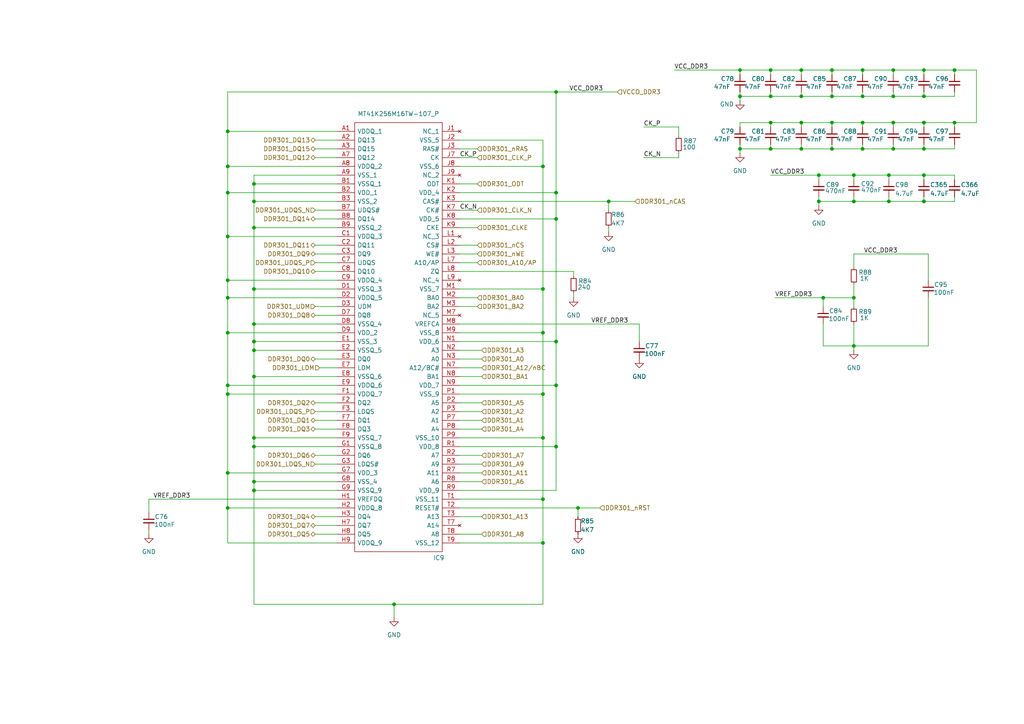
<source format=kicad_sch>
(kicad_sch
	(version 20231120)
	(generator "eeschema")
	(generator_version "8.0")
	(uuid "27d04b0f-0bb2-46f1-8e4a-bdd2eca66682")
	(paper "A4")
	(title_block
		(title "RASBB")
		(date "2025-04-06")
		(rev "B")
		(company "Mina Daneshpajouh")
	)
	(lib_symbols
		(symbol "Device:C_Small"
			(pin_numbers hide)
			(pin_names
				(offset 0.254) hide)
			(exclude_from_sim no)
			(in_bom yes)
			(on_board yes)
			(property "Reference" "C"
				(at 0.254 1.778 0)
				(effects
					(font
						(size 1.27 1.27)
					)
					(justify left)
				)
			)
			(property "Value" "C_Small"
				(at 0.254 -2.032 0)
				(effects
					(font
						(size 1.27 1.27)
					)
					(justify left)
				)
			)
			(property "Footprint" ""
				(at 0 0 0)
				(effects
					(font
						(size 1.27 1.27)
					)
					(hide yes)
				)
			)
			(property "Datasheet" "~"
				(at 0 0 0)
				(effects
					(font
						(size 1.27 1.27)
					)
					(hide yes)
				)
			)
			(property "Description" "Unpolarized capacitor, small symbol"
				(at 0 0 0)
				(effects
					(font
						(size 1.27 1.27)
					)
					(hide yes)
				)
			)
			(property "ki_keywords" "capacitor cap"
				(at 0 0 0)
				(effects
					(font
						(size 1.27 1.27)
					)
					(hide yes)
				)
			)
			(property "ki_fp_filters" "C_*"
				(at 0 0 0)
				(effects
					(font
						(size 1.27 1.27)
					)
					(hide yes)
				)
			)
			(symbol "C_Small_0_1"
				(polyline
					(pts
						(xy -1.524 -0.508) (xy 1.524 -0.508)
					)
					(stroke
						(width 0.3302)
						(type default)
					)
					(fill
						(type none)
					)
				)
				(polyline
					(pts
						(xy -1.524 0.508) (xy 1.524 0.508)
					)
					(stroke
						(width 0.3048)
						(type default)
					)
					(fill
						(type none)
					)
				)
			)
			(symbol "C_Small_1_1"
				(pin passive line
					(at 0 2.54 270)
					(length 2.032)
					(name "~"
						(effects
							(font
								(size 1.27 1.27)
							)
						)
					)
					(number "1"
						(effects
							(font
								(size 1.27 1.27)
							)
						)
					)
				)
				(pin passive line
					(at 0 -2.54 90)
					(length 2.032)
					(name "~"
						(effects
							(font
								(size 1.27 1.27)
							)
						)
					)
					(number "2"
						(effects
							(font
								(size 1.27 1.27)
							)
						)
					)
				)
			)
		)
		(symbol "Device:R_Small"
			(pin_numbers hide)
			(pin_names
				(offset 0.254) hide)
			(exclude_from_sim no)
			(in_bom yes)
			(on_board yes)
			(property "Reference" "R"
				(at 0.762 0.508 0)
				(effects
					(font
						(size 1.27 1.27)
					)
					(justify left)
				)
			)
			(property "Value" "R_Small"
				(at 0.762 -1.016 0)
				(effects
					(font
						(size 1.27 1.27)
					)
					(justify left)
				)
			)
			(property "Footprint" ""
				(at 0 0 0)
				(effects
					(font
						(size 1.27 1.27)
					)
					(hide yes)
				)
			)
			(property "Datasheet" "~"
				(at 0 0 0)
				(effects
					(font
						(size 1.27 1.27)
					)
					(hide yes)
				)
			)
			(property "Description" "Resistor, small symbol"
				(at 0 0 0)
				(effects
					(font
						(size 1.27 1.27)
					)
					(hide yes)
				)
			)
			(property "ki_keywords" "R resistor"
				(at 0 0 0)
				(effects
					(font
						(size 1.27 1.27)
					)
					(hide yes)
				)
			)
			(property "ki_fp_filters" "R_*"
				(at 0 0 0)
				(effects
					(font
						(size 1.27 1.27)
					)
					(hide yes)
				)
			)
			(symbol "R_Small_0_1"
				(rectangle
					(start -0.762 1.778)
					(end 0.762 -1.778)
					(stroke
						(width 0.2032)
						(type default)
					)
					(fill
						(type none)
					)
				)
			)
			(symbol "R_Small_1_1"
				(pin passive line
					(at 0 2.54 270)
					(length 0.762)
					(name "~"
						(effects
							(font
								(size 1.27 1.27)
							)
						)
					)
					(number "1"
						(effects
							(font
								(size 1.27 1.27)
							)
						)
					)
				)
				(pin passive line
					(at 0 -2.54 90)
					(length 0.762)
					(name "~"
						(effects
							(font
								(size 1.27 1.27)
							)
						)
					)
					(number "2"
						(effects
							(font
								(size 1.27 1.27)
							)
						)
					)
				)
			)
		)
		(symbol "RASBB_Library:MT41K256M16TW-107_P"
			(pin_names
				(offset 0.762)
			)
			(exclude_from_sim no)
			(in_bom yes)
			(on_board yes)
			(property "Reference" "IC9"
				(at 29.464 -123.698 0)
				(effects
					(font
						(size 1.27 1.27)
					)
				)
			)
			(property "Value" "MT41K256M16TW-107_P"
				(at 17.78 5.08 0)
				(effects
					(font
						(size 1.27 1.27)
					)
				)
			)
			(property "Footprint" "RASBB:BGA96C80P9X16_800X1400X120"
				(at 41.148 17.018 0)
				(effects
					(font
						(size 1.27 1.27)
					)
					(justify left)
					(hide yes)
				)
			)
			(property "Datasheet" "https://datasheet.datasheetarchive.com/originals/distributors/DKDS42/DSANUWW0045409.pdf"
				(at 36.83 9.906 0)
				(effects
					(font
						(size 1.27 1.27)
					)
					(justify left)
					(hide yes)
				)
			)
			(property "Description" "MICRON - MT41K256M16TW-107:P - SDRAM, 256M X 16BIT, 0 TO 95DEG C"
				(at -3.302 21.082 0)
				(effects
					(font
						(size 1.27 1.27)
					)
					(hide yes)
				)
			)
			(property "Height" "1.2"
				(at 31.75 -5.08 0)
				(effects
					(font
						(size 1.27 1.27)
					)
					(justify left)
					(hide yes)
				)
			)
			(property "Manufacturer_Name" "Micron"
				(at 31.75 -12.7 0)
				(effects
					(font
						(size 1.27 1.27)
					)
					(justify left)
					(hide yes)
				)
			)
			(property "Mfr. Part #" "MT41K256M16TW-107:P"
				(at 55.626 7.112 0)
				(effects
					(font
						(size 1.27 1.27)
					)
					(justify left)
					(hide yes)
				)
			)
			(symbol "MT41K256M16TW-107_P_0_0"
				(pin power_in line
					(at 0 0 0)
					(length 5.08)
					(name "VDDQ_1"
						(effects
							(font
								(size 1.27 1.27)
							)
						)
					)
					(number "A1"
						(effects
							(font
								(size 1.27 1.27)
							)
						)
					)
				)
				(pin bidirectional line
					(at 0 -2.54 0)
					(length 5.08)
					(name "DQ13"
						(effects
							(font
								(size 1.27 1.27)
							)
						)
					)
					(number "A2"
						(effects
							(font
								(size 1.27 1.27)
							)
						)
					)
				)
				(pin bidirectional line
					(at 0 -5.08 0)
					(length 5.08)
					(name "DQ15"
						(effects
							(font
								(size 1.27 1.27)
							)
						)
					)
					(number "A3"
						(effects
							(font
								(size 1.27 1.27)
							)
						)
					)
				)
				(pin bidirectional line
					(at 0 -7.62 0)
					(length 5.08)
					(name "DQ12"
						(effects
							(font
								(size 1.27 1.27)
							)
						)
					)
					(number "A7"
						(effects
							(font
								(size 1.27 1.27)
							)
						)
					)
				)
				(pin power_in line
					(at 0 -10.16 0)
					(length 5.08)
					(name "VDDQ_2"
						(effects
							(font
								(size 1.27 1.27)
							)
						)
					)
					(number "A8"
						(effects
							(font
								(size 1.27 1.27)
							)
						)
					)
				)
				(pin passive line
					(at 0 -12.7 0)
					(length 5.08)
					(name "VSS_1"
						(effects
							(font
								(size 1.27 1.27)
							)
						)
					)
					(number "A9"
						(effects
							(font
								(size 1.27 1.27)
							)
						)
					)
				)
				(pin passive line
					(at 0 -15.24 0)
					(length 5.08)
					(name "VSSQ_1"
						(effects
							(font
								(size 1.27 1.27)
							)
						)
					)
					(number "B1"
						(effects
							(font
								(size 1.27 1.27)
							)
						)
					)
				)
				(pin power_in line
					(at 0 -17.78 0)
					(length 5.08)
					(name "VDD_1"
						(effects
							(font
								(size 1.27 1.27)
							)
						)
					)
					(number "B2"
						(effects
							(font
								(size 1.27 1.27)
							)
						)
					)
				)
				(pin passive line
					(at 0 -20.32 0)
					(length 5.08)
					(name "VSS_2"
						(effects
							(font
								(size 1.27 1.27)
							)
						)
					)
					(number "B3"
						(effects
							(font
								(size 1.27 1.27)
							)
						)
					)
				)
				(pin bidirectional line
					(at 0 -22.86 0)
					(length 5.08)
					(name "UDQS#"
						(effects
							(font
								(size 1.27 1.27)
							)
						)
					)
					(number "B7"
						(effects
							(font
								(size 1.27 1.27)
							)
						)
					)
				)
				(pin bidirectional line
					(at 0 -25.4 0)
					(length 5.08)
					(name "DQ14"
						(effects
							(font
								(size 1.27 1.27)
							)
						)
					)
					(number "B8"
						(effects
							(font
								(size 1.27 1.27)
							)
						)
					)
				)
				(pin passive line
					(at 0 -27.94 0)
					(length 5.08)
					(name "VSSQ_2"
						(effects
							(font
								(size 1.27 1.27)
							)
						)
					)
					(number "B9"
						(effects
							(font
								(size 1.27 1.27)
							)
						)
					)
				)
				(pin bidirectional line
					(at 0 -33.02 0)
					(length 5.08)
					(name "DQ11"
						(effects
							(font
								(size 1.27 1.27)
							)
						)
					)
					(number "C2"
						(effects
							(font
								(size 1.27 1.27)
							)
						)
					)
				)
				(pin bidirectional line
					(at 0 -35.56 0)
					(length 5.08)
					(name "DQ9"
						(effects
							(font
								(size 1.27 1.27)
							)
						)
					)
					(number "C3"
						(effects
							(font
								(size 1.27 1.27)
							)
						)
					)
				)
				(pin bidirectional line
					(at 0 -38.1 0)
					(length 5.08)
					(name "UDQS"
						(effects
							(font
								(size 1.27 1.27)
							)
						)
					)
					(number "C7"
						(effects
							(font
								(size 1.27 1.27)
							)
						)
					)
				)
				(pin bidirectional line
					(at 0 -40.64 0)
					(length 5.08)
					(name "DQ10"
						(effects
							(font
								(size 1.27 1.27)
							)
						)
					)
					(number "C8"
						(effects
							(font
								(size 1.27 1.27)
							)
						)
					)
				)
				(pin power_in line
					(at 0 -43.18 0)
					(length 5.08)
					(name "VDDQ_4"
						(effects
							(font
								(size 1.27 1.27)
							)
						)
					)
					(number "C9"
						(effects
							(font
								(size 1.27 1.27)
							)
						)
					)
				)
				(pin passive line
					(at 0 -45.72 0)
					(length 5.08)
					(name "VSSQ_3"
						(effects
							(font
								(size 1.27 1.27)
							)
						)
					)
					(number "D1"
						(effects
							(font
								(size 1.27 1.27)
							)
						)
					)
				)
				(pin power_in line
					(at 0 -48.26 0)
					(length 5.08)
					(name "VDDQ_5"
						(effects
							(font
								(size 1.27 1.27)
							)
						)
					)
					(number "D2"
						(effects
							(font
								(size 1.27 1.27)
							)
						)
					)
				)
				(pin bidirectional line
					(at 0 -50.8 0)
					(length 5.08)
					(name "UDM"
						(effects
							(font
								(size 1.27 1.27)
							)
						)
					)
					(number "D3"
						(effects
							(font
								(size 1.27 1.27)
							)
						)
					)
				)
				(pin bidirectional line
					(at 0 -53.34 0)
					(length 5.08)
					(name "DQ8"
						(effects
							(font
								(size 1.27 1.27)
							)
						)
					)
					(number "D7"
						(effects
							(font
								(size 1.27 1.27)
							)
						)
					)
				)
				(pin passive line
					(at 0 -55.88 0)
					(length 5.08)
					(name "VSSQ_4"
						(effects
							(font
								(size 1.27 1.27)
							)
						)
					)
					(number "D8"
						(effects
							(font
								(size 1.27 1.27)
							)
						)
					)
				)
				(pin power_in line
					(at 0 -58.42 0)
					(length 5.08)
					(name "VDD_2"
						(effects
							(font
								(size 1.27 1.27)
							)
						)
					)
					(number "D9"
						(effects
							(font
								(size 1.27 1.27)
							)
						)
					)
				)
				(pin passive line
					(at 0 -60.96 0)
					(length 5.08)
					(name "VSS_3"
						(effects
							(font
								(size 1.27 1.27)
							)
						)
					)
					(number "E1"
						(effects
							(font
								(size 1.27 1.27)
							)
						)
					)
				)
				(pin passive line
					(at 0 -63.5 0)
					(length 5.08)
					(name "VSSQ_5"
						(effects
							(font
								(size 1.27 1.27)
							)
						)
					)
					(number "E2"
						(effects
							(font
								(size 1.27 1.27)
							)
						)
					)
				)
				(pin bidirectional line
					(at 0 -66.04 0)
					(length 5.08)
					(name "DQ0"
						(effects
							(font
								(size 1.27 1.27)
							)
						)
					)
					(number "E3"
						(effects
							(font
								(size 1.27 1.27)
							)
						)
					)
				)
				(pin bidirectional line
					(at 0 -68.58 0)
					(length 5.08)
					(name "LDM"
						(effects
							(font
								(size 1.27 1.27)
							)
						)
					)
					(number "E7"
						(effects
							(font
								(size 1.27 1.27)
							)
						)
					)
				)
				(pin passive line
					(at 0 -71.12 0)
					(length 5.08)
					(name "VSSQ_6"
						(effects
							(font
								(size 1.27 1.27)
							)
						)
					)
					(number "E8"
						(effects
							(font
								(size 1.27 1.27)
							)
						)
					)
				)
				(pin power_in line
					(at 0 -73.66 0)
					(length 5.08)
					(name "VDDQ_6"
						(effects
							(font
								(size 1.27 1.27)
							)
						)
					)
					(number "E9"
						(effects
							(font
								(size 1.27 1.27)
							)
						)
					)
				)
				(pin power_in line
					(at 0 -76.2 0)
					(length 5.08)
					(name "VDDQ_7"
						(effects
							(font
								(size 1.27 1.27)
							)
						)
					)
					(number "F1"
						(effects
							(font
								(size 1.27 1.27)
							)
						)
					)
				)
				(pin bidirectional line
					(at 0 -78.74 0)
					(length 5.08)
					(name "DQ2"
						(effects
							(font
								(size 1.27 1.27)
							)
						)
					)
					(number "F2"
						(effects
							(font
								(size 1.27 1.27)
							)
						)
					)
				)
				(pin bidirectional line
					(at 0 -81.28 0)
					(length 5.08)
					(name "LDQS"
						(effects
							(font
								(size 1.27 1.27)
							)
						)
					)
					(number "F3"
						(effects
							(font
								(size 1.27 1.27)
							)
						)
					)
				)
				(pin bidirectional line
					(at 0 -83.82 0)
					(length 5.08)
					(name "DQ1"
						(effects
							(font
								(size 1.27 1.27)
							)
						)
					)
					(number "F7"
						(effects
							(font
								(size 1.27 1.27)
							)
						)
					)
				)
				(pin bidirectional line
					(at 0 -86.36 0)
					(length 5.08)
					(name "DQ3"
						(effects
							(font
								(size 1.27 1.27)
							)
						)
					)
					(number "F8"
						(effects
							(font
								(size 1.27 1.27)
							)
						)
					)
				)
				(pin passive line
					(at 0 -88.9 0)
					(length 5.08)
					(name "VSSQ_7"
						(effects
							(font
								(size 1.27 1.27)
							)
						)
					)
					(number "F9"
						(effects
							(font
								(size 1.27 1.27)
							)
						)
					)
				)
				(pin passive line
					(at 0 -91.44 0)
					(length 5.08)
					(name "VSSQ_8"
						(effects
							(font
								(size 1.27 1.27)
							)
						)
					)
					(number "G1"
						(effects
							(font
								(size 1.27 1.27)
							)
						)
					)
				)
				(pin bidirectional line
					(at 0 -93.98 0)
					(length 5.08)
					(name "DQ6"
						(effects
							(font
								(size 1.27 1.27)
							)
						)
					)
					(number "G2"
						(effects
							(font
								(size 1.27 1.27)
							)
						)
					)
				)
				(pin bidirectional line
					(at 0 -96.52 0)
					(length 5.08)
					(name "LDQS#"
						(effects
							(font
								(size 1.27 1.27)
							)
						)
					)
					(number "G3"
						(effects
							(font
								(size 1.27 1.27)
							)
						)
					)
				)
				(pin power_in line
					(at 0 -99.06 0)
					(length 5.08)
					(name "VDD_3"
						(effects
							(font
								(size 1.27 1.27)
							)
						)
					)
					(number "G7"
						(effects
							(font
								(size 1.27 1.27)
							)
						)
					)
				)
				(pin passive line
					(at 0 -101.6 0)
					(length 5.08)
					(name "VSS_4"
						(effects
							(font
								(size 1.27 1.27)
							)
						)
					)
					(number "G8"
						(effects
							(font
								(size 1.27 1.27)
							)
						)
					)
				)
				(pin passive line
					(at 0 -104.14 0)
					(length 5.08)
					(name "VSSQ_9"
						(effects
							(font
								(size 1.27 1.27)
							)
						)
					)
					(number "G9"
						(effects
							(font
								(size 1.27 1.27)
							)
						)
					)
				)
				(pin power_in line
					(at 0 -106.68 0)
					(length 5.08)
					(name "VREFDQ"
						(effects
							(font
								(size 1.27 1.27)
							)
						)
					)
					(number "H1"
						(effects
							(font
								(size 1.27 1.27)
							)
						)
					)
				)
				(pin power_in line
					(at 0 -109.22 0)
					(length 5.08)
					(name "VDDQ_8"
						(effects
							(font
								(size 1.27 1.27)
							)
						)
					)
					(number "H2"
						(effects
							(font
								(size 1.27 1.27)
							)
						)
					)
				)
				(pin bidirectional line
					(at 0 -111.76 0)
					(length 5.08)
					(name "DQ4"
						(effects
							(font
								(size 1.27 1.27)
							)
						)
					)
					(number "H3"
						(effects
							(font
								(size 1.27 1.27)
							)
						)
					)
				)
				(pin bidirectional line
					(at 0 -114.3 0)
					(length 5.08)
					(name "DQ7"
						(effects
							(font
								(size 1.27 1.27)
							)
						)
					)
					(number "H7"
						(effects
							(font
								(size 1.27 1.27)
							)
						)
					)
				)
				(pin bidirectional line
					(at 0 -116.84 0)
					(length 5.08)
					(name "DQ5"
						(effects
							(font
								(size 1.27 1.27)
							)
						)
					)
					(number "H8"
						(effects
							(font
								(size 1.27 1.27)
							)
						)
					)
				)
				(pin no_connect line
					(at 35.56 0 180)
					(length 5.08)
					(name "NC_1"
						(effects
							(font
								(size 1.27 1.27)
							)
						)
					)
					(number "J1"
						(effects
							(font
								(size 1.27 1.27)
							)
						)
					)
				)
				(pin passive line
					(at 35.56 -2.54 180)
					(length 5.08)
					(name "VSS_5"
						(effects
							(font
								(size 1.27 1.27)
							)
						)
					)
					(number "J2"
						(effects
							(font
								(size 1.27 1.27)
							)
						)
					)
				)
				(pin input line
					(at 35.56 -5.08 180)
					(length 5.08)
					(name "RAS#"
						(effects
							(font
								(size 1.27 1.27)
							)
						)
					)
					(number "J3"
						(effects
							(font
								(size 1.27 1.27)
							)
						)
					)
				)
				(pin input line
					(at 35.56 -7.62 180)
					(length 5.08)
					(name "CK"
						(effects
							(font
								(size 1.27 1.27)
							)
						)
					)
					(number "J7"
						(effects
							(font
								(size 1.27 1.27)
							)
						)
					)
				)
				(pin passive line
					(at 35.56 -10.16 180)
					(length 5.08)
					(name "VSS_6"
						(effects
							(font
								(size 1.27 1.27)
							)
						)
					)
					(number "J8"
						(effects
							(font
								(size 1.27 1.27)
							)
						)
					)
				)
				(pin no_connect line
					(at 35.56 -12.7 180)
					(length 5.08)
					(name "NC_2"
						(effects
							(font
								(size 1.27 1.27)
							)
						)
					)
					(number "J9"
						(effects
							(font
								(size 1.27 1.27)
							)
						)
					)
				)
				(pin power_in line
					(at 35.56 -17.78 180)
					(length 5.08)
					(name "VDD_4"
						(effects
							(font
								(size 1.27 1.27)
							)
						)
					)
					(number "K2"
						(effects
							(font
								(size 1.27 1.27)
							)
						)
					)
				)
				(pin power_in line
					(at 35.56 -25.4 180)
					(length 5.08)
					(name "VDD_5"
						(effects
							(font
								(size 1.27 1.27)
							)
						)
					)
					(number "K8"
						(effects
							(font
								(size 1.27 1.27)
							)
						)
					)
				)
				(pin input line
					(at 35.56 -27.94 180)
					(length 5.08)
					(name "CKE"
						(effects
							(font
								(size 1.27 1.27)
							)
						)
					)
					(number "K9"
						(effects
							(font
								(size 1.27 1.27)
							)
						)
					)
				)
				(pin no_connect line
					(at 35.56 -30.48 180)
					(length 5.08)
					(name "NC_3"
						(effects
							(font
								(size 1.27 1.27)
							)
						)
					)
					(number "L1"
						(effects
							(font
								(size 1.27 1.27)
							)
						)
					)
				)
				(pin input line
					(at 35.56 -33.02 180)
					(length 5.08)
					(name "CS#"
						(effects
							(font
								(size 1.27 1.27)
							)
						)
					)
					(number "L2"
						(effects
							(font
								(size 1.27 1.27)
							)
						)
					)
				)
				(pin input line
					(at 35.56 -35.56 180)
					(length 5.08)
					(name "WE#"
						(effects
							(font
								(size 1.27 1.27)
							)
						)
					)
					(number "L3"
						(effects
							(font
								(size 1.27 1.27)
							)
						)
					)
				)
				(pin input line
					(at 35.56 -38.1 180)
					(length 5.08)
					(name "A10/AP"
						(effects
							(font
								(size 1.27 1.27)
							)
						)
					)
					(number "L7"
						(effects
							(font
								(size 1.27 1.27)
							)
						)
					)
				)
				(pin input line
					(at 35.56 -40.64 180)
					(length 5.08)
					(name "ZQ"
						(effects
							(font
								(size 1.27 1.27)
							)
						)
					)
					(number "L8"
						(effects
							(font
								(size 1.27 1.27)
							)
						)
					)
				)
				(pin no_connect line
					(at 35.56 -43.18 180)
					(length 5.08)
					(name "NC_4"
						(effects
							(font
								(size 1.27 1.27)
							)
						)
					)
					(number "L9"
						(effects
							(font
								(size 1.27 1.27)
							)
						)
					)
				)
				(pin passive line
					(at 35.56 -45.72 180)
					(length 5.08)
					(name "VSS_7"
						(effects
							(font
								(size 1.27 1.27)
							)
						)
					)
					(number "M1"
						(effects
							(font
								(size 1.27 1.27)
							)
						)
					)
				)
				(pin input line
					(at 35.56 -48.26 180)
					(length 5.08)
					(name "BA0"
						(effects
							(font
								(size 1.27 1.27)
							)
						)
					)
					(number "M2"
						(effects
							(font
								(size 1.27 1.27)
							)
						)
					)
				)
				(pin input line
					(at 35.56 -50.8 180)
					(length 5.08)
					(name "BA2"
						(effects
							(font
								(size 1.27 1.27)
							)
						)
					)
					(number "M3"
						(effects
							(font
								(size 1.27 1.27)
							)
						)
					)
				)
				(pin no_connect line
					(at 35.56 -53.34 180)
					(length 5.08)
					(name "NC_5"
						(effects
							(font
								(size 1.27 1.27)
							)
						)
					)
					(number "M7"
						(effects
							(font
								(size 1.27 1.27)
							)
						)
					)
				)
				(pin power_in line
					(at 35.56 -55.88 180)
					(length 5.08)
					(name "VREFCA"
						(effects
							(font
								(size 1.27 1.27)
							)
						)
					)
					(number "M8"
						(effects
							(font
								(size 1.27 1.27)
							)
						)
					)
				)
				(pin passive line
					(at 35.56 -58.42 180)
					(length 5.08)
					(name "VSS_8"
						(effects
							(font
								(size 1.27 1.27)
							)
						)
					)
					(number "M9"
						(effects
							(font
								(size 1.27 1.27)
							)
						)
					)
				)
				(pin power_in line
					(at 35.56 -60.96 180)
					(length 5.08)
					(name "VDD_6"
						(effects
							(font
								(size 1.27 1.27)
							)
						)
					)
					(number "N1"
						(effects
							(font
								(size 1.27 1.27)
							)
						)
					)
				)
				(pin input line
					(at 35.56 -63.5 180)
					(length 5.08)
					(name "A3"
						(effects
							(font
								(size 1.27 1.27)
							)
						)
					)
					(number "N2"
						(effects
							(font
								(size 1.27 1.27)
							)
						)
					)
				)
				(pin input line
					(at 35.56 -71.12 180)
					(length 5.08)
					(name "BA1"
						(effects
							(font
								(size 1.27 1.27)
							)
						)
					)
					(number "N8"
						(effects
							(font
								(size 1.27 1.27)
							)
						)
					)
				)
				(pin power_in line
					(at 35.56 -73.66 180)
					(length 5.08)
					(name "VDD_7"
						(effects
							(font
								(size 1.27 1.27)
							)
						)
					)
					(number "N9"
						(effects
							(font
								(size 1.27 1.27)
							)
						)
					)
				)
				(pin passive line
					(at 35.56 -76.2 180)
					(length 5.08)
					(name "VSS_9"
						(effects
							(font
								(size 1.27 1.27)
							)
						)
					)
					(number "P1"
						(effects
							(font
								(size 1.27 1.27)
							)
						)
					)
				)
				(pin input line
					(at 35.56 -78.74 180)
					(length 5.08)
					(name "A5"
						(effects
							(font
								(size 1.27 1.27)
							)
						)
					)
					(number "P2"
						(effects
							(font
								(size 1.27 1.27)
							)
						)
					)
				)
				(pin input line
					(at 35.56 -81.28 180)
					(length 5.08)
					(name "A2"
						(effects
							(font
								(size 1.27 1.27)
							)
						)
					)
					(number "P3"
						(effects
							(font
								(size 1.27 1.27)
							)
						)
					)
				)
				(pin input line
					(at 35.56 -83.82 180)
					(length 5.08)
					(name "A1"
						(effects
							(font
								(size 1.27 1.27)
							)
						)
					)
					(number "P7"
						(effects
							(font
								(size 1.27 1.27)
							)
						)
					)
				)
				(pin input line
					(at 35.56 -86.36 180)
					(length 5.08)
					(name "A4"
						(effects
							(font
								(size 1.27 1.27)
							)
						)
					)
					(number "P8"
						(effects
							(font
								(size 1.27 1.27)
							)
						)
					)
				)
				(pin passive line
					(at 35.56 -88.9 180)
					(length 5.08)
					(name "VSS_10"
						(effects
							(font
								(size 1.27 1.27)
							)
						)
					)
					(number "P9"
						(effects
							(font
								(size 1.27 1.27)
							)
						)
					)
				)
				(pin power_in line
					(at 35.56 -91.44 180)
					(length 5.08)
					(name "VDD_8"
						(effects
							(font
								(size 1.27 1.27)
							)
						)
					)
					(number "R1"
						(effects
							(font
								(size 1.27 1.27)
							)
						)
					)
				)
				(pin input line
					(at 35.56 -93.98 180)
					(length 5.08)
					(name "A7"
						(effects
							(font
								(size 1.27 1.27)
							)
						)
					)
					(number "R2"
						(effects
							(font
								(size 1.27 1.27)
							)
						)
					)
				)
				(pin input line
					(at 35.56 -96.52 180)
					(length 5.08)
					(name "A9"
						(effects
							(font
								(size 1.27 1.27)
							)
						)
					)
					(number "R3"
						(effects
							(font
								(size 1.27 1.27)
							)
						)
					)
				)
				(pin input line
					(at 35.56 -99.06 180)
					(length 5.08)
					(name "A11"
						(effects
							(font
								(size 1.27 1.27)
							)
						)
					)
					(number "R7"
						(effects
							(font
								(size 1.27 1.27)
							)
						)
					)
				)
				(pin input line
					(at 35.56 -101.6 180)
					(length 5.08)
					(name "A6"
						(effects
							(font
								(size 1.27 1.27)
							)
						)
					)
					(number "R8"
						(effects
							(font
								(size 1.27 1.27)
							)
						)
					)
				)
				(pin power_in line
					(at 35.56 -104.14 180)
					(length 5.08)
					(name "VDD_9"
						(effects
							(font
								(size 1.27 1.27)
							)
						)
					)
					(number "R9"
						(effects
							(font
								(size 1.27 1.27)
							)
						)
					)
				)
				(pin passive line
					(at 35.56 -106.68 180)
					(length 5.08)
					(name "VSS_11"
						(effects
							(font
								(size 1.27 1.27)
							)
						)
					)
					(number "T1"
						(effects
							(font
								(size 1.27 1.27)
							)
						)
					)
				)
				(pin input line
					(at 35.56 -109.22 180)
					(length 5.08)
					(name "RESET#"
						(effects
							(font
								(size 1.27 1.27)
							)
						)
					)
					(number "T2"
						(effects
							(font
								(size 1.27 1.27)
							)
						)
					)
				)
				(pin input line
					(at 35.56 -111.76 180)
					(length 5.08)
					(name "A13"
						(effects
							(font
								(size 1.27 1.27)
							)
						)
					)
					(number "T3"
						(effects
							(font
								(size 1.27 1.27)
							)
						)
					)
				)
				(pin input line
					(at 35.56 -116.84 180)
					(length 5.08)
					(name "A8"
						(effects
							(font
								(size 1.27 1.27)
							)
						)
					)
					(number "T8"
						(effects
							(font
								(size 1.27 1.27)
							)
						)
					)
				)
				(pin passive line
					(at 35.56 -119.38 180)
					(length 5.08)
					(name "VSS_12"
						(effects
							(font
								(size 1.27 1.27)
							)
						)
					)
					(number "T9"
						(effects
							(font
								(size 1.27 1.27)
							)
						)
					)
				)
			)
			(symbol "MT41K256M16TW-107_P_0_1"
				(polyline
					(pts
						(xy 5.08 2.54) (xy 30.48 2.54) (xy 30.48 -121.92) (xy 5.08 -121.92) (xy 5.08 2.54)
					)
					(stroke
						(width 0.1524)
						(type solid)
					)
					(fill
						(type none)
					)
				)
			)
			(symbol "MT41K256M16TW-107_P_1_0"
				(pin power_in line
					(at 0 -30.48 0)
					(length 5.08)
					(name "VDDQ_3"
						(effects
							(font
								(size 1.27 1.27)
							)
						)
					)
					(number "C1"
						(effects
							(font
								(size 1.27 1.27)
							)
						)
					)
				)
				(pin power_in line
					(at 0 -119.38 0)
					(length 5.08)
					(name "VDDQ_9"
						(effects
							(font
								(size 1.27 1.27)
							)
						)
					)
					(number "H9"
						(effects
							(font
								(size 1.27 1.27)
							)
						)
					)
				)
				(pin input line
					(at 35.56 -15.24 180)
					(length 5.08)
					(name "ODT"
						(effects
							(font
								(size 1.27 1.27)
							)
						)
					)
					(number "K1"
						(effects
							(font
								(size 1.27 1.27)
							)
						)
					)
				)
				(pin input line
					(at 35.56 -20.32 180)
					(length 5.08)
					(name "CAS#"
						(effects
							(font
								(size 1.27 1.27)
							)
						)
					)
					(number "K3"
						(effects
							(font
								(size 1.27 1.27)
							)
						)
					)
				)
				(pin input line
					(at 35.56 -22.86 180)
					(length 5.08)
					(name "CK#"
						(effects
							(font
								(size 1.27 1.27)
							)
						)
					)
					(number "K7"
						(effects
							(font
								(size 1.27 1.27)
							)
						)
					)
				)
				(pin input line
					(at 35.56 -66.04 180)
					(length 5.08)
					(name "A0"
						(effects
							(font
								(size 1.27 1.27)
							)
						)
					)
					(number "N3"
						(effects
							(font
								(size 1.27 1.27)
							)
						)
					)
				)
				(pin input line
					(at 35.56 -68.58 180)
					(length 5.08)
					(name "A12/BC#"
						(effects
							(font
								(size 1.27 1.27)
							)
						)
					)
					(number "N7"
						(effects
							(font
								(size 1.27 1.27)
							)
						)
					)
				)
				(pin no_connect line
					(at 35.56 -114.3 180)
					(length 5.08)
					(name "A14"
						(effects
							(font
								(size 1.27 1.27)
							)
						)
					)
					(number "T7"
						(effects
							(font
								(size 1.27 1.27)
							)
						)
					)
				)
			)
		)
		(symbol "power:GND"
			(power)
			(pin_numbers hide)
			(pin_names
				(offset 0) hide)
			(exclude_from_sim no)
			(in_bom yes)
			(on_board yes)
			(property "Reference" "#PWR"
				(at 0 -6.35 0)
				(effects
					(font
						(size 1.27 1.27)
					)
					(hide yes)
				)
			)
			(property "Value" "GND"
				(at 0 -3.81 0)
				(effects
					(font
						(size 1.27 1.27)
					)
				)
			)
			(property "Footprint" ""
				(at 0 0 0)
				(effects
					(font
						(size 1.27 1.27)
					)
					(hide yes)
				)
			)
			(property "Datasheet" ""
				(at 0 0 0)
				(effects
					(font
						(size 1.27 1.27)
					)
					(hide yes)
				)
			)
			(property "Description" "Power symbol creates a global label with name \"GND\" , ground"
				(at 0 0 0)
				(effects
					(font
						(size 1.27 1.27)
					)
					(hide yes)
				)
			)
			(property "ki_keywords" "global power"
				(at 0 0 0)
				(effects
					(font
						(size 1.27 1.27)
					)
					(hide yes)
				)
			)
			(symbol "GND_0_1"
				(polyline
					(pts
						(xy 0 0) (xy 0 -1.27) (xy 1.27 -1.27) (xy 0 -2.54) (xy -1.27 -1.27) (xy 0 -1.27)
					)
					(stroke
						(width 0)
						(type default)
					)
					(fill
						(type none)
					)
				)
			)
			(symbol "GND_1_1"
				(pin power_in line
					(at 0 0 270)
					(length 0)
					(name "~"
						(effects
							(font
								(size 1.27 1.27)
							)
						)
					)
					(number "1"
						(effects
							(font
								(size 1.27 1.27)
							)
						)
					)
				)
			)
		)
	)
	(junction
		(at 276.86 35.56)
		(diameter 0)
		(color 0 0 0 0)
		(uuid "00afbaaa-d682-4e90-b0aa-152ec89a39c2")
	)
	(junction
		(at 267.97 50.8)
		(diameter 0)
		(color 0 0 0 0)
		(uuid "01f71476-fd5f-4da2-8290-50bf583f5632")
	)
	(junction
		(at 161.29 111.76)
		(diameter 0)
		(color 0 0 0 0)
		(uuid "065d8273-cbdc-4fc4-818e-cb1c371e590f")
	)
	(junction
		(at 167.64 147.32)
		(diameter 0)
		(color 0 0 0 0)
		(uuid "068e93b1-7db4-4bf8-a5f9-6cbee1db07bf")
	)
	(junction
		(at 223.52 43.18)
		(diameter 0)
		(color 0 0 0 0)
		(uuid "09252bd5-571a-47c8-b88d-50230690644b")
	)
	(junction
		(at 259.08 27.94)
		(diameter 0)
		(color 0 0 0 0)
		(uuid "09e4cb1e-a92e-42e0-a425-3309c2499ca0")
	)
	(junction
		(at 223.52 27.94)
		(diameter 0)
		(color 0 0 0 0)
		(uuid "0a08b839-5900-4f45-b1b5-f438a3ac4eda")
	)
	(junction
		(at 66.04 147.32)
		(diameter 0)
		(color 0 0 0 0)
		(uuid "12faaf18-cbc3-413e-b83d-e03e4e27e8b8")
	)
	(junction
		(at 157.48 144.78)
		(diameter 0)
		(color 0 0 0 0)
		(uuid "1549b81c-37e9-4eea-a25d-4824d2cc82df")
	)
	(junction
		(at 214.63 27.94)
		(diameter 0)
		(color 0 0 0 0)
		(uuid "2261ccd8-2efc-4ec9-b04e-6fd34c0ba827")
	)
	(junction
		(at 232.41 35.56)
		(diameter 0)
		(color 0 0 0 0)
		(uuid "232f2f33-c06d-48f3-8cbc-5bf828e1fd7b")
	)
	(junction
		(at 161.29 63.5)
		(diameter 0)
		(color 0 0 0 0)
		(uuid "2826d34f-849a-4acb-a244-553553406455")
	)
	(junction
		(at 66.04 68.58)
		(diameter 0)
		(color 0 0 0 0)
		(uuid "2c82d547-a111-4069-bc0d-e27e39ae5107")
	)
	(junction
		(at 73.66 93.98)
		(diameter 0)
		(color 0 0 0 0)
		(uuid "2c8422f5-1767-4e90-90cc-6b070a1018f2")
	)
	(junction
		(at 267.97 58.42)
		(diameter 0)
		(color 0 0 0 0)
		(uuid "2e689811-e1e6-4212-ad96-be635174906a")
	)
	(junction
		(at 241.3 27.94)
		(diameter 0)
		(color 0 0 0 0)
		(uuid "2f6ebcff-10da-438f-9ca5-894f0717bc42")
	)
	(junction
		(at 232.41 43.18)
		(diameter 0)
		(color 0 0 0 0)
		(uuid "31b1648f-632e-4e8f-aea7-846fab071f8a")
	)
	(junction
		(at 73.66 129.54)
		(diameter 0)
		(color 0 0 0 0)
		(uuid "33ae7afd-64ec-404c-a749-925f26b86488")
	)
	(junction
		(at 257.81 50.8)
		(diameter 0)
		(color 0 0 0 0)
		(uuid "341d6b21-66f3-4a80-8a4b-501450a30a22")
	)
	(junction
		(at 247.65 100.33)
		(diameter 0)
		(color 0 0 0 0)
		(uuid "3b5c06b0-5545-4eb5-aaf9-056ebcbf0e31")
	)
	(junction
		(at 66.04 114.3)
		(diameter 0)
		(color 0 0 0 0)
		(uuid "43bd9539-d2b2-4676-9871-7106963331b6")
	)
	(junction
		(at 161.29 99.06)
		(diameter 0)
		(color 0 0 0 0)
		(uuid "461ab9ce-2e8f-4ac7-aa18-828206fd0dbd")
	)
	(junction
		(at 267.97 27.94)
		(diameter 0)
		(color 0 0 0 0)
		(uuid "4ed591f7-f3ef-4500-aa1d-bfdd50a63c79")
	)
	(junction
		(at 232.41 27.94)
		(diameter 0)
		(color 0 0 0 0)
		(uuid "53525503-de50-4f65-b9b8-b98140f90982")
	)
	(junction
		(at 257.81 58.42)
		(diameter 0)
		(color 0 0 0 0)
		(uuid "54b8e54b-d2bd-4788-a64c-cde8c9cc513d")
	)
	(junction
		(at 66.04 137.16)
		(diameter 0)
		(color 0 0 0 0)
		(uuid "5b29da36-39e9-4a54-bddc-e04c147fbc93")
	)
	(junction
		(at 232.41 20.32)
		(diameter 0)
		(color 0 0 0 0)
		(uuid "5cef7075-fd77-4e95-a6c8-6e2e135252a5")
	)
	(junction
		(at 73.66 66.04)
		(diameter 0)
		(color 0 0 0 0)
		(uuid "5d396555-4d21-4066-ba61-9bcb8c9a2a22")
	)
	(junction
		(at 259.08 20.32)
		(diameter 0)
		(color 0 0 0 0)
		(uuid "5d51b73d-8e31-46b4-b76d-758805d89503")
	)
	(junction
		(at 247.65 58.42)
		(diameter 0)
		(color 0 0 0 0)
		(uuid "623246ba-063a-4a89-93fe-87e8e8c62b46")
	)
	(junction
		(at 223.52 20.32)
		(diameter 0)
		(color 0 0 0 0)
		(uuid "63a38319-5106-4c01-be24-43207f575d56")
	)
	(junction
		(at 176.53 58.42)
		(diameter 0)
		(color 0 0 0 0)
		(uuid "65c72190-2977-450f-9728-95d488266abb")
	)
	(junction
		(at 161.29 129.54)
		(diameter 0)
		(color 0 0 0 0)
		(uuid "682276f1-8113-43e8-868a-631b512e2fb7")
	)
	(junction
		(at 250.19 27.94)
		(diameter 0)
		(color 0 0 0 0)
		(uuid "6934100b-a24f-4cd6-96b8-f45a6984a7b9")
	)
	(junction
		(at 73.66 53.34)
		(diameter 0)
		(color 0 0 0 0)
		(uuid "6d377a15-d7fc-4b76-87bb-d98d4e6ed1ae")
	)
	(junction
		(at 73.66 58.42)
		(diameter 0)
		(color 0 0 0 0)
		(uuid "71b885c3-d646-4e8f-974c-fc12a585d359")
	)
	(junction
		(at 73.66 109.22)
		(diameter 0)
		(color 0 0 0 0)
		(uuid "76563066-f454-418a-83e9-9410a269ef8f")
	)
	(junction
		(at 66.04 96.52)
		(diameter 0)
		(color 0 0 0 0)
		(uuid "781db9dc-5b2f-40f7-8135-f428d2f33bc1")
	)
	(junction
		(at 73.66 83.82)
		(diameter 0)
		(color 0 0 0 0)
		(uuid "797168af-2e9a-46dc-9f73-4a8eb2e60a49")
	)
	(junction
		(at 157.48 157.48)
		(diameter 0)
		(color 0 0 0 0)
		(uuid "7b3ac802-422c-4595-896c-5192a43e1a16")
	)
	(junction
		(at 238.76 86.36)
		(diameter 0)
		(color 0 0 0 0)
		(uuid "7c442bc3-fbaf-47b3-b087-3cb2aa6def82")
	)
	(junction
		(at 247.65 50.8)
		(diameter 0)
		(color 0 0 0 0)
		(uuid "7d458608-07f8-44a5-be4d-0da8b5110a33")
	)
	(junction
		(at 214.63 43.18)
		(diameter 0)
		(color 0 0 0 0)
		(uuid "906d018c-5fc3-43c7-90f4-8168dd878249")
	)
	(junction
		(at 241.3 43.18)
		(diameter 0)
		(color 0 0 0 0)
		(uuid "93f89ea8-dc97-40be-93a3-da29d47edabf")
	)
	(junction
		(at 66.04 81.28)
		(diameter 0)
		(color 0 0 0 0)
		(uuid "94fd23f1-c67c-465f-87d8-caedc7216178")
	)
	(junction
		(at 66.04 38.1)
		(diameter 0)
		(color 0 0 0 0)
		(uuid "95217828-286e-434f-a883-7d36620374ca")
	)
	(junction
		(at 250.19 20.32)
		(diameter 0)
		(color 0 0 0 0)
		(uuid "96d3cd98-82fe-41a7-8f65-31893c0d0152")
	)
	(junction
		(at 241.3 35.56)
		(diameter 0)
		(color 0 0 0 0)
		(uuid "982f73ed-f4ff-4a3b-9221-93b19e78c2bd")
	)
	(junction
		(at 267.97 43.18)
		(diameter 0)
		(color 0 0 0 0)
		(uuid "98af9954-db02-43b0-9e98-f46c0db7e369")
	)
	(junction
		(at 66.04 55.88)
		(diameter 0)
		(color 0 0 0 0)
		(uuid "a09601fb-201e-4a57-a570-f6e1faa712a7")
	)
	(junction
		(at 250.19 43.18)
		(diameter 0)
		(color 0 0 0 0)
		(uuid "a3ba2cc6-4c65-424f-8533-68d6b70645fd")
	)
	(junction
		(at 73.66 99.06)
		(diameter 0)
		(color 0 0 0 0)
		(uuid "a71ff201-c76f-4b4b-93d0-0b466031e8d8")
	)
	(junction
		(at 214.63 20.32)
		(diameter 0)
		(color 0 0 0 0)
		(uuid "a776ad6e-2c76-462c-a668-07d7a611cd65")
	)
	(junction
		(at 161.29 26.67)
		(diameter 0)
		(color 0 0 0 0)
		(uuid "af720cf3-d24a-4bc3-ac45-08e034789248")
	)
	(junction
		(at 157.48 96.52)
		(diameter 0)
		(color 0 0 0 0)
		(uuid "b015f402-b91e-47b4-ac13-c5b951b5c61c")
	)
	(junction
		(at 241.3 20.32)
		(diameter 0)
		(color 0 0 0 0)
		(uuid "b60b14d8-591e-4412-b85c-c7009ac0295f")
	)
	(junction
		(at 73.66 139.7)
		(diameter 0)
		(color 0 0 0 0)
		(uuid "b82f2736-c35b-4f77-99fc-352acb2325de")
	)
	(junction
		(at 157.48 114.3)
		(diameter 0)
		(color 0 0 0 0)
		(uuid "b97e2e1e-0e9b-473f-b248-9bd56e7d1fb1")
	)
	(junction
		(at 73.66 142.24)
		(diameter 0)
		(color 0 0 0 0)
		(uuid "bacffecf-25b9-421e-87bf-c6ae2fe7a1b6")
	)
	(junction
		(at 250.19 35.56)
		(diameter 0)
		(color 0 0 0 0)
		(uuid "bb9d3485-66be-4f9c-aeae-0e7a11ac00a4")
	)
	(junction
		(at 157.48 48.26)
		(diameter 0)
		(color 0 0 0 0)
		(uuid "bc9f0a62-923e-4631-801b-0a11e6c5e0f7")
	)
	(junction
		(at 161.29 55.88)
		(diameter 0)
		(color 0 0 0 0)
		(uuid "be9414d6-506f-434b-a27c-bded7445298d")
	)
	(junction
		(at 66.04 48.26)
		(diameter 0)
		(color 0 0 0 0)
		(uuid "c20f90cd-ebc5-4c94-a256-68b2456c8aa8")
	)
	(junction
		(at 267.97 35.56)
		(diameter 0)
		(color 0 0 0 0)
		(uuid "c4e1b677-08fa-483b-afc3-42f25efb3910")
	)
	(junction
		(at 157.48 127)
		(diameter 0)
		(color 0 0 0 0)
		(uuid "c69e9b09-f869-479a-b136-f38bb2e4369a")
	)
	(junction
		(at 223.52 35.56)
		(diameter 0)
		(color 0 0 0 0)
		(uuid "cbe2a264-779e-49b8-99e6-c5d944e6bac5")
	)
	(junction
		(at 267.97 20.32)
		(diameter 0)
		(color 0 0 0 0)
		(uuid "d1d12991-fce3-445e-a83f-1465f7fb9f1b")
	)
	(junction
		(at 259.08 43.18)
		(diameter 0)
		(color 0 0 0 0)
		(uuid "d74745eb-92b1-4842-88e5-83dfcc3f2387")
	)
	(junction
		(at 237.49 50.8)
		(diameter 0)
		(color 0 0 0 0)
		(uuid "da235c62-45a2-495d-9ed8-ec9f2aa85738")
	)
	(junction
		(at 259.08 35.56)
		(diameter 0)
		(color 0 0 0 0)
		(uuid "de6eabb3-0b5e-4fa4-84fa-fe1ac7439af6")
	)
	(junction
		(at 73.66 127)
		(diameter 0)
		(color 0 0 0 0)
		(uuid "dedb2f22-6839-46b8-909f-c8535f4b4211")
	)
	(junction
		(at 66.04 111.76)
		(diameter 0)
		(color 0 0 0 0)
		(uuid "e03f7106-575b-4b9b-b3ee-8d015f0b754a")
	)
	(junction
		(at 237.49 58.42)
		(diameter 0)
		(color 0 0 0 0)
		(uuid "e326e73f-4a21-4427-8181-ce6fe4b0bc94")
	)
	(junction
		(at 114.3 175.26)
		(diameter 0)
		(color 0 0 0 0)
		(uuid "ec790ee5-f357-4cb5-80fc-9bfe2c2d8417")
	)
	(junction
		(at 66.04 86.36)
		(diameter 0)
		(color 0 0 0 0)
		(uuid "f1243fe0-3d86-4852-adbb-c37def19f053")
	)
	(junction
		(at 157.48 83.82)
		(diameter 0)
		(color 0 0 0 0)
		(uuid "f33bd1be-2097-4669-a01f-5f08e894cb43")
	)
	(junction
		(at 73.66 101.6)
		(diameter 0)
		(color 0 0 0 0)
		(uuid "f87a1cc9-c107-40e6-92b8-b1b3b19d8271")
	)
	(junction
		(at 276.86 20.32)
		(diameter 0)
		(color 0 0 0 0)
		(uuid "f9ad15d5-9b9d-4c6a-ae3c-8f9630056d6f")
	)
	(junction
		(at 247.65 86.36)
		(diameter 0)
		(color 0 0 0 0)
		(uuid "fd0d1cc1-dabb-48c0-9d85-34b02fe12744")
	)
	(wire
		(pts
			(xy 91.44 60.96) (xy 97.79 60.96)
		)
		(stroke
			(width 0)
			(type default)
		)
		(uuid "0146b75d-5745-4034-b60e-697b48af6c2c")
	)
	(wire
		(pts
			(xy 247.65 50.8) (xy 247.65 52.07)
		)
		(stroke
			(width 0)
			(type default)
		)
		(uuid "017a9955-e26b-4484-ae48-55b730183fb2")
	)
	(wire
		(pts
			(xy 259.08 26.67) (xy 259.08 27.94)
		)
		(stroke
			(width 0)
			(type default)
		)
		(uuid "02330fab-eaff-4f1a-981f-4cd25ce06bcf")
	)
	(wire
		(pts
			(xy 139.7 109.22) (xy 133.35 109.22)
		)
		(stroke
			(width 0)
			(type default)
		)
		(uuid "02bb280a-7617-4ee5-a728-1340e077a6cd")
	)
	(wire
		(pts
			(xy 73.66 50.8) (xy 97.79 50.8)
		)
		(stroke
			(width 0)
			(type default)
		)
		(uuid "03fa5f2a-fb9c-42a6-b640-0d93a9320ee7")
	)
	(wire
		(pts
			(xy 237.49 58.42) (xy 237.49 59.69)
		)
		(stroke
			(width 0)
			(type default)
		)
		(uuid "0454f057-1fd5-4096-b4d0-aa3b69984d12")
	)
	(wire
		(pts
			(xy 232.41 35.56) (xy 241.3 35.56)
		)
		(stroke
			(width 0)
			(type default)
		)
		(uuid "0754a9a1-fbf0-4987-8aa0-e0659de51704")
	)
	(wire
		(pts
			(xy 66.04 96.52) (xy 66.04 86.36)
		)
		(stroke
			(width 0)
			(type default)
		)
		(uuid "0765703b-a8c5-452b-abd8-3e8d3cee9460")
	)
	(wire
		(pts
			(xy 91.44 152.4) (xy 97.79 152.4)
		)
		(stroke
			(width 0)
			(type default)
		)
		(uuid "07e35666-a971-4d4b-89e9-8cebf9d2f872")
	)
	(wire
		(pts
			(xy 257.81 57.15) (xy 257.81 58.42)
		)
		(stroke
			(width 0)
			(type default)
		)
		(uuid "0954d47b-23c8-4593-8ddf-77621564e8b6")
	)
	(wire
		(pts
			(xy 276.86 52.07) (xy 276.86 50.8)
		)
		(stroke
			(width 0)
			(type default)
		)
		(uuid "0a714d05-4547-40a7-bc0b-c6b438854db0")
	)
	(wire
		(pts
			(xy 91.44 45.72) (xy 97.79 45.72)
		)
		(stroke
			(width 0)
			(type default)
		)
		(uuid "0b2a5d40-691f-44df-8336-e00af54d8247")
	)
	(wire
		(pts
			(xy 73.66 142.24) (xy 97.79 142.24)
		)
		(stroke
			(width 0)
			(type default)
		)
		(uuid "0d0edce5-b732-4622-8e2f-9e66531ed917")
	)
	(wire
		(pts
			(xy 114.3 175.26) (xy 157.48 175.26)
		)
		(stroke
			(width 0)
			(type default)
		)
		(uuid "0d9965ec-abe1-4a04-82c9-3ee597c672d0")
	)
	(wire
		(pts
			(xy 73.66 142.24) (xy 73.66 175.26)
		)
		(stroke
			(width 0)
			(type default)
		)
		(uuid "0e9cf0ab-8daf-4da2-8878-a5b46d013d6a")
	)
	(wire
		(pts
			(xy 247.65 57.15) (xy 247.65 58.42)
		)
		(stroke
			(width 0)
			(type default)
		)
		(uuid "0f33493d-331e-44ff-93fd-3185b088ac51")
	)
	(wire
		(pts
			(xy 186.69 36.83) (xy 196.85 36.83)
		)
		(stroke
			(width 0)
			(type default)
		)
		(uuid "0f64a672-daf4-4bb7-9f46-65373fd61e6c")
	)
	(wire
		(pts
			(xy 66.04 137.16) (xy 66.04 114.3)
		)
		(stroke
			(width 0)
			(type default)
		)
		(uuid "0f7f2edb-efe2-4f7d-8b2d-0b0495146f88")
	)
	(wire
		(pts
			(xy 267.97 43.18) (xy 276.86 43.18)
		)
		(stroke
			(width 0)
			(type default)
		)
		(uuid "0fea42dd-fa73-4104-afd6-aed5967edd89")
	)
	(wire
		(pts
			(xy 133.35 99.06) (xy 161.29 99.06)
		)
		(stroke
			(width 0)
			(type default)
		)
		(uuid "104265db-9464-47fc-a7af-c8c342386d50")
	)
	(wire
		(pts
			(xy 91.44 40.64) (xy 97.79 40.64)
		)
		(stroke
			(width 0)
			(type default)
		)
		(uuid "11bcf4f9-82a4-4101-a4db-977c85894842")
	)
	(wire
		(pts
			(xy 73.66 99.06) (xy 73.66 101.6)
		)
		(stroke
			(width 0)
			(type default)
		)
		(uuid "1305a9cc-4f45-4bce-a2c2-737386ec9951")
	)
	(wire
		(pts
			(xy 73.66 93.98) (xy 73.66 99.06)
		)
		(stroke
			(width 0)
			(type default)
		)
		(uuid "154a2b82-c2ff-4648-a76b-c131845f2bfa")
	)
	(wire
		(pts
			(xy 250.19 41.91) (xy 250.19 43.18)
		)
		(stroke
			(width 0)
			(type default)
		)
		(uuid "17a94a5c-7f37-4154-9c44-94832acab4c1")
	)
	(wire
		(pts
			(xy 91.44 132.08) (xy 97.79 132.08)
		)
		(stroke
			(width 0)
			(type default)
		)
		(uuid "18675b53-f524-4670-8459-fd44ce383d4c")
	)
	(wire
		(pts
			(xy 66.04 147.32) (xy 97.79 147.32)
		)
		(stroke
			(width 0)
			(type default)
		)
		(uuid "194e0101-d14d-4722-958b-2dac332d30f1")
	)
	(wire
		(pts
			(xy 73.66 50.8) (xy 73.66 53.34)
		)
		(stroke
			(width 0)
			(type default)
		)
		(uuid "195af6d1-6739-476b-af13-61d5e8a87c1d")
	)
	(wire
		(pts
			(xy 66.04 81.28) (xy 97.79 81.28)
		)
		(stroke
			(width 0)
			(type default)
		)
		(uuid "19f29c31-e8ea-4159-b09e-5b12cff2603d")
	)
	(wire
		(pts
			(xy 91.44 154.94) (xy 97.79 154.94)
		)
		(stroke
			(width 0)
			(type default)
		)
		(uuid "19f6fce2-af68-4354-a9c9-571ff7e70b35")
	)
	(wire
		(pts
			(xy 259.08 35.56) (xy 267.97 35.56)
		)
		(stroke
			(width 0)
			(type default)
		)
		(uuid "1ac77dce-5f36-49ec-9a29-d3284c779bf6")
	)
	(wire
		(pts
			(xy 133.35 129.54) (xy 161.29 129.54)
		)
		(stroke
			(width 0)
			(type default)
		)
		(uuid "1be68a93-7ee7-4475-ba86-6c6198753bfd")
	)
	(wire
		(pts
			(xy 214.63 43.18) (xy 223.52 43.18)
		)
		(stroke
			(width 0)
			(type default)
		)
		(uuid "1c512b54-86f4-4688-b068-bf4488a8717e")
	)
	(wire
		(pts
			(xy 237.49 50.8) (xy 237.49 52.07)
		)
		(stroke
			(width 0)
			(type default)
		)
		(uuid "1f9696ff-5840-4b86-9b71-885e82ce7496")
	)
	(wire
		(pts
			(xy 66.04 55.88) (xy 66.04 48.26)
		)
		(stroke
			(width 0)
			(type default)
		)
		(uuid "21efa0c2-be94-4869-b583-b2502b57713f")
	)
	(wire
		(pts
			(xy 241.3 26.67) (xy 241.3 27.94)
		)
		(stroke
			(width 0)
			(type default)
		)
		(uuid "2291e5d4-ba25-4738-a319-e04da5c2f346")
	)
	(wire
		(pts
			(xy 91.44 149.86) (xy 97.79 149.86)
		)
		(stroke
			(width 0)
			(type default)
		)
		(uuid "232514bc-f8c6-4b8b-9324-6125a428da43")
	)
	(wire
		(pts
			(xy 66.04 26.67) (xy 161.29 26.67)
		)
		(stroke
			(width 0)
			(type default)
		)
		(uuid "23a785e2-f64a-48c7-8e52-81715f5701b6")
	)
	(wire
		(pts
			(xy 73.66 109.22) (xy 97.79 109.22)
		)
		(stroke
			(width 0)
			(type default)
		)
		(uuid "2425d503-c8e2-49e4-8839-9afa35f7873f")
	)
	(wire
		(pts
			(xy 91.44 91.44) (xy 97.79 91.44)
		)
		(stroke
			(width 0)
			(type default)
		)
		(uuid "263a3cae-0b3c-460e-85e3-26e466d984ba")
	)
	(wire
		(pts
			(xy 43.18 144.78) (xy 43.18 148.59)
		)
		(stroke
			(width 0)
			(type default)
		)
		(uuid "26d45df9-0b8e-45bb-9163-51867ce274a7")
	)
	(wire
		(pts
			(xy 157.48 83.82) (xy 157.48 96.52)
		)
		(stroke
			(width 0)
			(type default)
		)
		(uuid "279d0566-1839-4a1a-9239-30738ac65353")
	)
	(wire
		(pts
			(xy 185.42 93.98) (xy 185.42 99.06)
		)
		(stroke
			(width 0)
			(type default)
		)
		(uuid "297e849b-9310-423c-adf2-3275ab5ce2de")
	)
	(wire
		(pts
			(xy 66.04 114.3) (xy 66.04 111.76)
		)
		(stroke
			(width 0)
			(type default)
		)
		(uuid "2ae577cd-899f-4f8f-b7ce-a5c289851a2d")
	)
	(wire
		(pts
			(xy 276.86 35.56) (xy 283.21 35.56)
		)
		(stroke
			(width 0)
			(type default)
		)
		(uuid "2b47fc04-f177-4be5-9d12-30f62a0f8eff")
	)
	(wire
		(pts
			(xy 247.65 100.33) (xy 269.24 100.33)
		)
		(stroke
			(width 0)
			(type default)
		)
		(uuid "2f29d6e2-b3a0-45d7-ad56-d2b24b79617b")
	)
	(wire
		(pts
			(xy 91.44 76.2) (xy 97.79 76.2)
		)
		(stroke
			(width 0)
			(type default)
		)
		(uuid "2f75a4b2-9175-4554-aa73-4a5eb971283a")
	)
	(wire
		(pts
			(xy 139.7 137.16) (xy 133.35 137.16)
		)
		(stroke
			(width 0)
			(type default)
		)
		(uuid "3463bfa4-bb69-4497-ae2e-b4a036eef22e")
	)
	(wire
		(pts
			(xy 247.65 77.47) (xy 247.65 73.66)
		)
		(stroke
			(width 0)
			(type default)
		)
		(uuid "3487ab86-4e79-47d1-8aaf-5ed52cd3f218")
	)
	(wire
		(pts
			(xy 223.52 35.56) (xy 232.41 35.56)
		)
		(stroke
			(width 0)
			(type default)
		)
		(uuid "35e14a9b-2a71-40b3-9931-94f18aea2d1f")
	)
	(wire
		(pts
			(xy 257.81 50.8) (xy 247.65 50.8)
		)
		(stroke
			(width 0)
			(type default)
		)
		(uuid "37dd40b1-f891-41ec-a237-3e2135d96765")
	)
	(wire
		(pts
			(xy 133.35 76.2) (xy 138.43 76.2)
		)
		(stroke
			(width 0)
			(type default)
		)
		(uuid "39d1c86e-5e54-499f-a897-aa75f1a0d27f")
	)
	(wire
		(pts
			(xy 276.86 35.56) (xy 267.97 35.56)
		)
		(stroke
			(width 0)
			(type default)
		)
		(uuid "3a1b8411-9aac-46b9-8590-36260f871b9a")
	)
	(wire
		(pts
			(xy 157.48 114.3) (xy 157.48 127)
		)
		(stroke
			(width 0)
			(type default)
		)
		(uuid "3b10964c-0332-48ac-92cf-db4a35572b16")
	)
	(wire
		(pts
			(xy 232.41 20.32) (xy 241.3 20.32)
		)
		(stroke
			(width 0)
			(type default)
		)
		(uuid "3cfdef02-7333-4a72-adcd-d7c42e51b679")
	)
	(wire
		(pts
			(xy 133.35 53.34) (xy 138.43 53.34)
		)
		(stroke
			(width 0)
			(type default)
		)
		(uuid "3ea366fb-c099-4499-b310-bfa86720ebb8")
	)
	(wire
		(pts
			(xy 176.53 58.42) (xy 176.53 60.96)
		)
		(stroke
			(width 0)
			(type default)
		)
		(uuid "3f2bbb0d-9220-41b0-86dd-310276bd6ce2")
	)
	(wire
		(pts
			(xy 133.35 73.66) (xy 138.43 73.66)
		)
		(stroke
			(width 0)
			(type default)
		)
		(uuid "3feca717-c205-4ede-a44b-efe1264d487b")
	)
	(wire
		(pts
			(xy 66.04 38.1) (xy 97.79 38.1)
		)
		(stroke
			(width 0)
			(type default)
		)
		(uuid "435c8907-149c-49f4-b031-b2e51031aa1f")
	)
	(wire
		(pts
			(xy 247.65 86.36) (xy 247.65 88.9)
		)
		(stroke
			(width 0)
			(type default)
		)
		(uuid "44476b75-db48-4426-bf5e-ca2012a0301d")
	)
	(wire
		(pts
			(xy 223.52 41.91) (xy 223.52 43.18)
		)
		(stroke
			(width 0)
			(type default)
		)
		(uuid "44e4f278-09ff-42fc-9fa1-a0b5be427fc4")
	)
	(wire
		(pts
			(xy 73.66 129.54) (xy 73.66 139.7)
		)
		(stroke
			(width 0)
			(type default)
		)
		(uuid "4527220b-f434-4f91-a590-eb78940be599")
	)
	(wire
		(pts
			(xy 139.7 132.08) (xy 133.35 132.08)
		)
		(stroke
			(width 0)
			(type default)
		)
		(uuid "456835f2-1e32-4a99-8d13-a397bc6da67e")
	)
	(wire
		(pts
			(xy 73.66 109.22) (xy 73.66 127)
		)
		(stroke
			(width 0)
			(type default)
		)
		(uuid "46583ec0-1406-4c84-9df8-9a016a6cc7c0")
	)
	(wire
		(pts
			(xy 232.41 26.67) (xy 232.41 27.94)
		)
		(stroke
			(width 0)
			(type default)
		)
		(uuid "47b8c459-faef-43dc-a118-ed41e459377a")
	)
	(wire
		(pts
			(xy 157.48 40.64) (xy 157.48 48.26)
		)
		(stroke
			(width 0)
			(type default)
		)
		(uuid "48afd279-d11f-42f9-8692-a8a1767ed343")
	)
	(wire
		(pts
			(xy 267.97 57.15) (xy 267.97 58.42)
		)
		(stroke
			(width 0)
			(type default)
		)
		(uuid "48d58ef5-7472-44c9-87d2-4a974e422f78")
	)
	(wire
		(pts
			(xy 133.35 55.88) (xy 161.29 55.88)
		)
		(stroke
			(width 0)
			(type default)
		)
		(uuid "49289169-a9c8-4cc3-ac00-68fe30c82d9a")
	)
	(wire
		(pts
			(xy 161.29 99.06) (xy 161.29 111.76)
		)
		(stroke
			(width 0)
			(type default)
		)
		(uuid "494ca283-984b-4471-8ccb-22f099d48255")
	)
	(wire
		(pts
			(xy 223.52 26.67) (xy 223.52 27.94)
		)
		(stroke
			(width 0)
			(type default)
		)
		(uuid "49f068ba-8ed7-4a9b-8529-9ddaaec5381a")
	)
	(wire
		(pts
			(xy 276.86 50.8) (xy 267.97 50.8)
		)
		(stroke
			(width 0)
			(type default)
		)
		(uuid "4db6c6d6-da50-469a-aa80-31ec4e197034")
	)
	(wire
		(pts
			(xy 66.04 48.26) (xy 97.79 48.26)
		)
		(stroke
			(width 0)
			(type default)
		)
		(uuid "4e951f08-c358-43b7-aa17-28699b650054")
	)
	(wire
		(pts
			(xy 250.19 35.56) (xy 259.08 35.56)
		)
		(stroke
			(width 0)
			(type default)
		)
		(uuid "4ed23622-32e1-4c89-b0e3-4dfc101adfe1")
	)
	(wire
		(pts
			(xy 214.63 43.18) (xy 214.63 41.91)
		)
		(stroke
			(width 0)
			(type default)
		)
		(uuid "4f889f23-b01a-42f9-b4d9-c47ad695f100")
	)
	(wire
		(pts
			(xy 214.63 27.94) (xy 214.63 26.67)
		)
		(stroke
			(width 0)
			(type default)
		)
		(uuid "50b59f77-9cad-4e4b-9066-15b54e919ec6")
	)
	(wire
		(pts
			(xy 66.04 55.88) (xy 66.04 68.58)
		)
		(stroke
			(width 0)
			(type default)
		)
		(uuid "50c5c17f-2e31-4392-a7c2-5d7f22139550")
	)
	(wire
		(pts
			(xy 196.85 39.37) (xy 196.85 36.83)
		)
		(stroke
			(width 0)
			(type default)
		)
		(uuid "518f1b1a-db87-4938-a03d-85a9459fe13b")
	)
	(wire
		(pts
			(xy 247.65 58.42) (xy 237.49 58.42)
		)
		(stroke
			(width 0)
			(type default)
		)
		(uuid "524bbfe0-9a27-418f-8fad-f678af9040fe")
	)
	(wire
		(pts
			(xy 139.7 154.94) (xy 133.35 154.94)
		)
		(stroke
			(width 0)
			(type default)
		)
		(uuid "532f2d9f-6ade-4bc0-a924-5982ee8797d4")
	)
	(wire
		(pts
			(xy 276.86 58.42) (xy 276.86 57.15)
		)
		(stroke
			(width 0)
			(type default)
		)
		(uuid "55f5f309-2a89-4fd1-90da-0617ef92a211")
	)
	(wire
		(pts
			(xy 92.71 106.68) (xy 97.79 106.68)
		)
		(stroke
			(width 0)
			(type default)
		)
		(uuid "56175d0c-cbac-4fc0-aac3-ac72946c5d46")
	)
	(wire
		(pts
			(xy 223.52 20.32) (xy 232.41 20.32)
		)
		(stroke
			(width 0)
			(type default)
		)
		(uuid "57ae81d1-b93c-4a48-ba06-0fb8a4461192")
	)
	(wire
		(pts
			(xy 237.49 58.42) (xy 237.49 57.15)
		)
		(stroke
			(width 0)
			(type default)
		)
		(uuid "59dd3df2-1258-4eba-b325-9d91c4fa9d07")
	)
	(wire
		(pts
			(xy 133.35 86.36) (xy 138.43 86.36)
		)
		(stroke
			(width 0)
			(type default)
		)
		(uuid "59f63fe1-e955-45d6-9798-099ca15f7919")
	)
	(wire
		(pts
			(xy 238.76 86.36) (xy 238.76 88.9)
		)
		(stroke
			(width 0)
			(type default)
		)
		(uuid "5db9f613-d051-4f2a-9011-4a7867854705")
	)
	(wire
		(pts
			(xy 138.43 60.96) (xy 133.35 60.96)
		)
		(stroke
			(width 0)
			(type default)
		)
		(uuid "5ef50b83-37e5-41dc-85b1-3da758d795a3")
	)
	(wire
		(pts
			(xy 238.76 93.98) (xy 238.76 100.33)
		)
		(stroke
			(width 0)
			(type default)
		)
		(uuid "601e9001-2d6c-4f3f-b539-bb954362d90d")
	)
	(wire
		(pts
			(xy 133.35 101.6) (xy 139.7 101.6)
		)
		(stroke
			(width 0)
			(type default)
		)
		(uuid "6129bd22-cebf-4dd5-a0f7-7af736f25310")
	)
	(wire
		(pts
			(xy 43.18 144.78) (xy 97.79 144.78)
		)
		(stroke
			(width 0)
			(type default)
		)
		(uuid "6157f10d-8c0f-4f8e-8b50-e1104fed4b3f")
	)
	(wire
		(pts
			(xy 259.08 20.32) (xy 267.97 20.32)
		)
		(stroke
			(width 0)
			(type default)
		)
		(uuid "62e06385-9284-41dc-8428-fcf21f9939c2")
	)
	(wire
		(pts
			(xy 269.24 73.66) (xy 247.65 73.66)
		)
		(stroke
			(width 0)
			(type default)
		)
		(uuid "635d8935-3b90-411c-a270-cd82301373ef")
	)
	(wire
		(pts
			(xy 91.44 78.74) (xy 97.79 78.74)
		)
		(stroke
			(width 0)
			(type default)
		)
		(uuid "63a2d9be-6870-452e-b82a-700f6f97d0fb")
	)
	(wire
		(pts
			(xy 139.7 149.86) (xy 133.35 149.86)
		)
		(stroke
			(width 0)
			(type default)
		)
		(uuid "63a45b20-4345-4628-9e5d-dd227662f479")
	)
	(wire
		(pts
			(xy 91.44 134.62) (xy 97.79 134.62)
		)
		(stroke
			(width 0)
			(type default)
		)
		(uuid "6543fcf3-71ff-4903-87b1-1da510ae7ce5")
	)
	(wire
		(pts
			(xy 257.81 58.42) (xy 247.65 58.42)
		)
		(stroke
			(width 0)
			(type default)
		)
		(uuid "683e686a-ac65-4216-a957-03736671775c")
	)
	(wire
		(pts
			(xy 73.66 175.26) (xy 114.3 175.26)
		)
		(stroke
			(width 0)
			(type default)
		)
		(uuid "697eab8c-03e6-41ef-ab2f-7d07bd457592")
	)
	(wire
		(pts
			(xy 247.65 100.33) (xy 247.65 101.6)
		)
		(stroke
			(width 0)
			(type default)
		)
		(uuid "6a01649f-bb50-43d4-b00f-9ad982bc31d3")
	)
	(wire
		(pts
			(xy 241.3 35.56) (xy 250.19 35.56)
		)
		(stroke
			(width 0)
			(type default)
		)
		(uuid "6b8b5835-389e-488e-af1e-1322bfd4e3b5")
	)
	(wire
		(pts
			(xy 241.3 41.91) (xy 241.3 43.18)
		)
		(stroke
			(width 0)
			(type default)
		)
		(uuid "6bf7b283-91d2-4bce-bd9c-21dc8d183093")
	)
	(wire
		(pts
			(xy 161.29 111.76) (xy 161.29 129.54)
		)
		(stroke
			(width 0)
			(type default)
		)
		(uuid "6dd77942-9890-4753-9426-3f800c5173ea")
	)
	(wire
		(pts
			(xy 66.04 96.52) (xy 97.79 96.52)
		)
		(stroke
			(width 0)
			(type default)
		)
		(uuid "6e695522-cd0b-4643-808f-45921f92b5d3")
	)
	(wire
		(pts
			(xy 139.7 124.46) (xy 133.35 124.46)
		)
		(stroke
			(width 0)
			(type default)
		)
		(uuid "6f0c8e7e-e2f3-40a6-a50a-d1c313812c71")
	)
	(wire
		(pts
			(xy 223.52 27.94) (xy 232.41 27.94)
		)
		(stroke
			(width 0)
			(type default)
		)
		(uuid "702f119a-cebf-4d43-bedc-8cf571966fff")
	)
	(wire
		(pts
			(xy 250.19 20.32) (xy 250.19 21.59)
		)
		(stroke
			(width 0)
			(type default)
		)
		(uuid "702f4f3a-1138-47e7-8c52-f00cfdc30645")
	)
	(wire
		(pts
			(xy 167.64 147.32) (xy 173.99 147.32)
		)
		(stroke
			(width 0)
			(type default)
		)
		(uuid "73f86122-fa08-4035-9a9c-753917e1c536")
	)
	(wire
		(pts
			(xy 91.44 71.12) (xy 97.79 71.12)
		)
		(stroke
			(width 0)
			(type default)
		)
		(uuid "744f1bab-7585-4af1-8927-4727b1816181")
	)
	(wire
		(pts
			(xy 133.35 58.42) (xy 176.53 58.42)
		)
		(stroke
			(width 0)
			(type default)
		)
		(uuid "7451c3c0-850f-46a1-a117-16dc8d00381b")
	)
	(wire
		(pts
			(xy 238.76 100.33) (xy 247.65 100.33)
		)
		(stroke
			(width 0)
			(type default)
		)
		(uuid "7491dcf0-bfe1-4b95-963a-91359f3433bc")
	)
	(wire
		(pts
			(xy 133.35 96.52) (xy 157.48 96.52)
		)
		(stroke
			(width 0)
			(type default)
		)
		(uuid "755034a3-e956-4a59-be7b-261c25978dfc")
	)
	(wire
		(pts
			(xy 114.3 175.26) (xy 114.3 179.07)
		)
		(stroke
			(width 0)
			(type default)
		)
		(uuid "75d281d3-40b2-49c6-b98a-f18cfdca8998")
	)
	(wire
		(pts
			(xy 269.24 86.36) (xy 269.24 100.33)
		)
		(stroke
			(width 0)
			(type default)
		)
		(uuid "77463887-4332-4285-b468-75df06a55d89")
	)
	(wire
		(pts
			(xy 250.19 26.67) (xy 250.19 27.94)
		)
		(stroke
			(width 0)
			(type default)
		)
		(uuid "78c8145c-5630-4b59-8264-c3cc0d60db34")
	)
	(wire
		(pts
			(xy 276.86 35.56) (xy 276.86 36.83)
		)
		(stroke
			(width 0)
			(type default)
		)
		(uuid "78d52af8-7573-44fc-85a1-917c6126eb8f")
	)
	(wire
		(pts
			(xy 133.35 40.64) (xy 157.48 40.64)
		)
		(stroke
			(width 0)
			(type default)
		)
		(uuid "7af1a344-d797-4f6b-962c-c843bca9235f")
	)
	(wire
		(pts
			(xy 161.29 55.88) (xy 161.29 63.5)
		)
		(stroke
			(width 0)
			(type default)
		)
		(uuid "7bd63613-3236-47a6-9191-f105e2422502")
	)
	(wire
		(pts
			(xy 196.85 44.45) (xy 196.85 45.72)
		)
		(stroke
			(width 0)
			(type default)
		)
		(uuid "7d5cdd69-9dbc-4da5-8ecc-35fb0f4c2ab6")
	)
	(wire
		(pts
			(xy 157.48 96.52) (xy 157.48 114.3)
		)
		(stroke
			(width 0)
			(type default)
		)
		(uuid "7fe52e85-c01b-468b-90a3-fd4863113ca4")
	)
	(wire
		(pts
			(xy 267.97 20.32) (xy 267.97 21.59)
		)
		(stroke
			(width 0)
			(type default)
		)
		(uuid "805812c9-7e7d-4662-90fe-8e9d161e90a5")
	)
	(wire
		(pts
			(xy 232.41 41.91) (xy 232.41 43.18)
		)
		(stroke
			(width 0)
			(type default)
		)
		(uuid "81ef0e36-6244-4655-98a3-7ecb4fd263d9")
	)
	(wire
		(pts
			(xy 73.66 101.6) (xy 73.66 109.22)
		)
		(stroke
			(width 0)
			(type default)
		)
		(uuid "8210faa9-ae69-4344-8594-f19ffd622d72")
	)
	(wire
		(pts
			(xy 66.04 114.3) (xy 97.79 114.3)
		)
		(stroke
			(width 0)
			(type default)
		)
		(uuid "8570857b-3c09-4d7a-aafd-b3779833630b")
	)
	(wire
		(pts
			(xy 139.7 106.68) (xy 133.35 106.68)
		)
		(stroke
			(width 0)
			(type default)
		)
		(uuid "85ebb3f9-8a17-42b1-af44-43d696e92648")
	)
	(wire
		(pts
			(xy 157.48 144.78) (xy 157.48 157.48)
		)
		(stroke
			(width 0)
			(type default)
		)
		(uuid "86329923-1241-42d0-9f36-8d312903d6de")
	)
	(wire
		(pts
			(xy 259.08 43.18) (xy 267.97 43.18)
		)
		(stroke
			(width 0)
			(type default)
		)
		(uuid "873fd394-9473-42b0-8942-2f9f9b6870b5")
	)
	(wire
		(pts
			(xy 232.41 36.83) (xy 232.41 35.56)
		)
		(stroke
			(width 0)
			(type default)
		)
		(uuid "87a83054-fd97-47b5-b3bd-c6994a4fe56e")
	)
	(wire
		(pts
			(xy 161.29 26.67) (xy 161.29 55.88)
		)
		(stroke
			(width 0)
			(type default)
		)
		(uuid "89719ae8-c2e3-4e05-a121-6ae41d6b34c9")
	)
	(wire
		(pts
			(xy 73.66 99.06) (xy 97.79 99.06)
		)
		(stroke
			(width 0)
			(type default)
		)
		(uuid "8aeaf340-1b8b-4de7-a58f-afd6f20f29b5")
	)
	(wire
		(pts
			(xy 283.21 35.56) (xy 283.21 20.32)
		)
		(stroke
			(width 0)
			(type default)
		)
		(uuid "8bf0ee46-43c6-407e-b915-a3de9ce02760")
	)
	(wire
		(pts
			(xy 259.08 27.94) (xy 267.97 27.94)
		)
		(stroke
			(width 0)
			(type default)
		)
		(uuid "8c29e9f0-f3b6-437f-8ff6-bb49753d277c")
	)
	(wire
		(pts
			(xy 267.97 26.67) (xy 267.97 27.94)
		)
		(stroke
			(width 0)
			(type default)
		)
		(uuid "8ce42383-2334-4643-a3e3-9e58660e0086")
	)
	(wire
		(pts
			(xy 241.3 43.18) (xy 250.19 43.18)
		)
		(stroke
			(width 0)
			(type default)
		)
		(uuid "8d74bdfa-ed36-4a71-84a8-703b4dc2c56e")
	)
	(wire
		(pts
			(xy 267.97 50.8) (xy 267.97 52.07)
		)
		(stroke
			(width 0)
			(type default)
		)
		(uuid "8ef49308-5ce8-4d59-8130-d0d9fd826f52")
	)
	(wire
		(pts
			(xy 73.66 127) (xy 97.79 127)
		)
		(stroke
			(width 0)
			(type default)
		)
		(uuid "8fc8f019-331f-4461-9a1c-2bf081870f63")
	)
	(wire
		(pts
			(xy 250.19 20.32) (xy 259.08 20.32)
		)
		(stroke
			(width 0)
			(type default)
		)
		(uuid "8fd7d824-c77e-48cf-83f1-8d46f5a66468")
	)
	(wire
		(pts
			(xy 133.35 43.18) (xy 138.43 43.18)
		)
		(stroke
			(width 0)
			(type default)
		)
		(uuid "8ff8b8cb-a4bf-4c13-9540-f29038ce8461")
	)
	(wire
		(pts
			(xy 139.7 121.92) (xy 133.35 121.92)
		)
		(stroke
			(width 0)
			(type default)
		)
		(uuid "900fcfd2-8792-4b47-84ee-8ad2d75010d3")
	)
	(wire
		(pts
			(xy 241.3 20.32) (xy 241.3 21.59)
		)
		(stroke
			(width 0)
			(type default)
		)
		(uuid "915f0e10-d3a5-4ea6-af26-c02a693cb802")
	)
	(wire
		(pts
			(xy 139.7 139.7) (xy 133.35 139.7)
		)
		(stroke
			(width 0)
			(type default)
		)
		(uuid "917c93bc-c1bc-4531-aac4-f5503b3f8ca6")
	)
	(wire
		(pts
			(xy 73.66 53.34) (xy 97.79 53.34)
		)
		(stroke
			(width 0)
			(type default)
		)
		(uuid "91d95e3f-c4b7-40f3-af38-cce61fd031cf")
	)
	(wire
		(pts
			(xy 73.66 83.82) (xy 97.79 83.82)
		)
		(stroke
			(width 0)
			(type default)
		)
		(uuid "92f0cafa-8644-41ee-ae7e-bab25320fd13")
	)
	(wire
		(pts
			(xy 223.52 50.8) (xy 237.49 50.8)
		)
		(stroke
			(width 0)
			(type default)
		)
		(uuid "92fc9804-2ee7-4a54-b63b-636c2cf2baa9")
	)
	(wire
		(pts
			(xy 91.44 119.38) (xy 97.79 119.38)
		)
		(stroke
			(width 0)
			(type default)
		)
		(uuid "934c6d07-af3d-4eef-bd79-1f1e4e6bf01c")
	)
	(wire
		(pts
			(xy 257.81 58.42) (xy 267.97 58.42)
		)
		(stroke
			(width 0)
			(type default)
		)
		(uuid "943ea889-a759-4609-82bf-5874c5e77e34")
	)
	(wire
		(pts
			(xy 66.04 111.76) (xy 97.79 111.76)
		)
		(stroke
			(width 0)
			(type default)
		)
		(uuid "95a977a4-1adc-40fb-b1f5-ee6dd6c7894b")
	)
	(wire
		(pts
			(xy 133.35 71.12) (xy 138.43 71.12)
		)
		(stroke
			(width 0)
			(type default)
		)
		(uuid "9630d1ba-bd71-4612-a469-19ff5f948d0c")
	)
	(wire
		(pts
			(xy 66.04 48.26) (xy 66.04 38.1)
		)
		(stroke
			(width 0)
			(type default)
		)
		(uuid "9871432a-5886-450f-9a2c-5bb9d400d3cd")
	)
	(wire
		(pts
			(xy 157.48 127) (xy 157.48 144.78)
		)
		(stroke
			(width 0)
			(type default)
		)
		(uuid "98815636-ad93-4e82-9d76-fd0c0e61c1ca")
	)
	(wire
		(pts
			(xy 73.66 66.04) (xy 97.79 66.04)
		)
		(stroke
			(width 0)
			(type default)
		)
		(uuid "98a02638-8dbb-4e60-af65-d0002159ae22")
	)
	(wire
		(pts
			(xy 224.79 86.36) (xy 238.76 86.36)
		)
		(stroke
			(width 0)
			(type default)
		)
		(uuid "998760f8-c116-441f-a153-626ef61e500f")
	)
	(wire
		(pts
			(xy 73.66 83.82) (xy 73.66 93.98)
		)
		(stroke
			(width 0)
			(type default)
		)
		(uuid "99cc0370-1585-45e6-8199-2ef68f7d22da")
	)
	(wire
		(pts
			(xy 232.41 27.94) (xy 241.3 27.94)
		)
		(stroke
			(width 0)
			(type default)
		)
		(uuid "9acbc8c7-b71a-4b52-9c18-6621eedbda1f")
	)
	(wire
		(pts
			(xy 223.52 43.18) (xy 232.41 43.18)
		)
		(stroke
			(width 0)
			(type default)
		)
		(uuid "9b77dcc4-eb02-4710-be38-402644e20ca2")
	)
	(wire
		(pts
			(xy 223.52 35.56) (xy 223.52 36.83)
		)
		(stroke
			(width 0)
			(type default)
		)
		(uuid "9bd8b292-90b2-43f3-b3cd-f76ec2dc507f")
	)
	(wire
		(pts
			(xy 167.64 147.32) (xy 167.64 149.86)
		)
		(stroke
			(width 0)
			(type default)
		)
		(uuid "9ca76b45-fd84-4faa-8446-ab23f335a2fd")
	)
	(wire
		(pts
			(xy 267.97 35.56) (xy 267.97 36.83)
		)
		(stroke
			(width 0)
			(type default)
		)
		(uuid "9cfaeebf-ad2a-48cd-9b8d-7b5e9d7c971d")
	)
	(wire
		(pts
			(xy 91.44 121.92) (xy 97.79 121.92)
		)
		(stroke
			(width 0)
			(type default)
		)
		(uuid "9e1ce8a0-3937-48d1-b948-3cd7cdc459f3")
	)
	(wire
		(pts
			(xy 133.35 93.98) (xy 185.42 93.98)
		)
		(stroke
			(width 0)
			(type default)
		)
		(uuid "9f2b7a95-5e85-4c36-b1ac-f60b30f22df8")
	)
	(wire
		(pts
			(xy 241.3 35.56) (xy 241.3 36.83)
		)
		(stroke
			(width 0)
			(type default)
		)
		(uuid "9fc52eb3-e89b-4e5c-a0f1-dbd801ff5b56")
	)
	(wire
		(pts
			(xy 73.66 58.42) (xy 73.66 66.04)
		)
		(stroke
			(width 0)
			(type default)
		)
		(uuid "a07236bf-f1ff-4dc9-b469-abfba7a76b18")
	)
	(wire
		(pts
			(xy 133.35 144.78) (xy 157.48 144.78)
		)
		(stroke
			(width 0)
			(type default)
		)
		(uuid "a08aeae0-acd4-4f17-9272-6a399e8bf511")
	)
	(wire
		(pts
			(xy 139.7 116.84) (xy 133.35 116.84)
		)
		(stroke
			(width 0)
			(type default)
		)
		(uuid "a11e8b4f-ccbf-4a4f-aefc-f3db529753ed")
	)
	(wire
		(pts
			(xy 73.66 127) (xy 73.66 129.54)
		)
		(stroke
			(width 0)
			(type default)
		)
		(uuid "a36b12d6-f6de-4967-9eb6-0393be6f09c9")
	)
	(wire
		(pts
			(xy 166.37 78.74) (xy 166.37 80.01)
		)
		(stroke
			(width 0)
			(type default)
		)
		(uuid "a4caffbe-2f8b-4af7-af9a-b32c17a042a1")
	)
	(wire
		(pts
			(xy 267.97 50.8) (xy 257.81 50.8)
		)
		(stroke
			(width 0)
			(type default)
		)
		(uuid "a4eeba4c-3572-4579-9473-3a36f386111b")
	)
	(wire
		(pts
			(xy 139.7 134.62) (xy 133.35 134.62)
		)
		(stroke
			(width 0)
			(type default)
		)
		(uuid "a6e34f70-a947-428e-a376-fb068cdfc070")
	)
	(wire
		(pts
			(xy 214.63 27.94) (xy 214.63 29.21)
		)
		(stroke
			(width 0)
			(type default)
		)
		(uuid "a7a0e19b-0c8c-4915-9ace-49d08fba73ee")
	)
	(wire
		(pts
			(xy 241.3 27.94) (xy 250.19 27.94)
		)
		(stroke
			(width 0)
			(type default)
		)
		(uuid "a7ee7745-79c2-46de-b1a5-e4c43660d64e")
	)
	(wire
		(pts
			(xy 73.66 53.34) (xy 73.66 58.42)
		)
		(stroke
			(width 0)
			(type default)
		)
		(uuid "a9539aa8-3df7-4cc7-b49b-f41952e8d8b3")
	)
	(wire
		(pts
			(xy 66.04 68.58) (xy 97.79 68.58)
		)
		(stroke
			(width 0)
			(type default)
		)
		(uuid "a97db5f7-1166-4682-bbc3-d71a03d53b27")
	)
	(wire
		(pts
			(xy 133.35 111.76) (xy 161.29 111.76)
		)
		(stroke
			(width 0)
			(type default)
		)
		(uuid "a9c43b09-059e-410c-a025-6c3acc1b06c5")
	)
	(wire
		(pts
			(xy 267.97 27.94) (xy 276.86 27.94)
		)
		(stroke
			(width 0)
			(type default)
		)
		(uuid "aacec32a-4274-45ac-baff-f1b49755608b")
	)
	(wire
		(pts
			(xy 73.66 101.6) (xy 97.79 101.6)
		)
		(stroke
			(width 0)
			(type default)
		)
		(uuid "abf0f2ff-c60b-4d8c-9d14-0afb68c24174")
	)
	(wire
		(pts
			(xy 250.19 27.94) (xy 259.08 27.94)
		)
		(stroke
			(width 0)
			(type default)
		)
		(uuid "ac072a24-c820-4656-b552-73309e6d169c")
	)
	(wire
		(pts
			(xy 73.66 139.7) (xy 73.66 142.24)
		)
		(stroke
			(width 0)
			(type default)
		)
		(uuid "adb56bd6-2993-49b4-a3ac-bcd2d0ed88a4")
	)
	(wire
		(pts
			(xy 133.35 114.3) (xy 157.48 114.3)
		)
		(stroke
			(width 0)
			(type default)
		)
		(uuid "ae5b9116-b76a-40b2-9089-fc2806d3c037")
	)
	(wire
		(pts
			(xy 66.04 147.32) (xy 66.04 137.16)
		)
		(stroke
			(width 0)
			(type default)
		)
		(uuid "af285312-9324-45be-bb67-1b3878702a27")
	)
	(wire
		(pts
			(xy 66.04 137.16) (xy 97.79 137.16)
		)
		(stroke
			(width 0)
			(type default)
		)
		(uuid "afec0ae3-0a6f-45e3-ab5e-da1739bc9619")
	)
	(wire
		(pts
			(xy 66.04 157.48) (xy 97.79 157.48)
		)
		(stroke
			(width 0)
			(type default)
		)
		(uuid "b0ba63b4-c825-42d6-94a3-01ba90178fe9")
	)
	(wire
		(pts
			(xy 73.66 66.04) (xy 73.66 83.82)
		)
		(stroke
			(width 0)
			(type default)
		)
		(uuid "b0bdc176-97de-431e-bdcd-a0b830c55c60")
	)
	(wire
		(pts
			(xy 241.3 20.32) (xy 250.19 20.32)
		)
		(stroke
			(width 0)
			(type default)
		)
		(uuid "b15ca533-7ca5-4bd4-ae1f-12f3cd196a1e")
	)
	(wire
		(pts
			(xy 276.86 41.91) (xy 276.86 43.18)
		)
		(stroke
			(width 0)
			(type default)
		)
		(uuid "b26333ef-4ec6-4779-83cb-95fcbbf0259f")
	)
	(wire
		(pts
			(xy 276.86 20.32) (xy 267.97 20.32)
		)
		(stroke
			(width 0)
			(type default)
		)
		(uuid "b2e0cac9-8ec0-4bf0-8bc2-da042221c62e")
	)
	(wire
		(pts
			(xy 91.44 116.84) (xy 97.79 116.84)
		)
		(stroke
			(width 0)
			(type default)
		)
		(uuid "b3f40430-e32a-40ee-a251-2907e16acc78")
	)
	(wire
		(pts
			(xy 91.44 88.9) (xy 97.79 88.9)
		)
		(stroke
			(width 0)
			(type default)
		)
		(uuid "b507bb57-540c-4591-89bb-2ca7628986c2")
	)
	(wire
		(pts
			(xy 276.86 26.67) (xy 276.86 27.94)
		)
		(stroke
			(width 0)
			(type default)
		)
		(uuid "b7885700-c2c7-4e23-b826-7f0fb311c2aa")
	)
	(wire
		(pts
			(xy 91.44 73.66) (xy 97.79 73.66)
		)
		(stroke
			(width 0)
			(type default)
		)
		(uuid "b8019147-df5b-446e-bf7c-8bf6e57fc9ca")
	)
	(wire
		(pts
			(xy 73.66 129.54) (xy 97.79 129.54)
		)
		(stroke
			(width 0)
			(type default)
		)
		(uuid "b88ca2c9-99d6-461a-a496-c7b50354e75f")
	)
	(wire
		(pts
			(xy 223.52 20.32) (xy 223.52 21.59)
		)
		(stroke
			(width 0)
			(type default)
		)
		(uuid "b928becb-4577-412a-a216-29cf1eeb4cd2")
	)
	(wire
		(pts
			(xy 247.65 82.55) (xy 247.65 86.36)
		)
		(stroke
			(width 0)
			(type default)
		)
		(uuid "b9e3befc-d554-44ef-83f7-73bfeeb51290")
	)
	(wire
		(pts
			(xy 91.44 63.5) (xy 97.79 63.5)
		)
		(stroke
			(width 0)
			(type default)
		)
		(uuid "ba98bcde-0800-4c15-9cef-abdd7305281a")
	)
	(wire
		(pts
			(xy 133.35 127) (xy 157.48 127)
		)
		(stroke
			(width 0)
			(type default)
		)
		(uuid "bc1c7442-7e25-405c-81d5-e181685691b0")
	)
	(wire
		(pts
			(xy 161.29 129.54) (xy 161.29 142.24)
		)
		(stroke
			(width 0)
			(type default)
		)
		(uuid "bddb4d6d-bfcc-48c9-bde1-8d4333f079c9")
	)
	(wire
		(pts
			(xy 166.37 85.09) (xy 166.37 86.36)
		)
		(stroke
			(width 0)
			(type default)
		)
		(uuid "c020786a-50f9-48ca-a2d8-aa17ebb756c8")
	)
	(wire
		(pts
			(xy 195.58 20.32) (xy 214.63 20.32)
		)
		(stroke
			(width 0)
			(type default)
		)
		(uuid "c04eac1f-1aa2-4e28-8988-b682cf785d28")
	)
	(wire
		(pts
			(xy 214.63 20.32) (xy 214.63 21.59)
		)
		(stroke
			(width 0)
			(type default)
		)
		(uuid "c1644911-d880-427e-b875-2defdb0eb236")
	)
	(wire
		(pts
			(xy 139.7 119.38) (xy 133.35 119.38)
		)
		(stroke
			(width 0)
			(type default)
		)
		(uuid "c361a5ce-b77c-4172-91b9-9a7718ed9933")
	)
	(wire
		(pts
			(xy 157.48 48.26) (xy 157.48 83.82)
		)
		(stroke
			(width 0)
			(type default)
		)
		(uuid "c39d0f36-e19f-438b-a193-ddfd04495011")
	)
	(wire
		(pts
			(xy 259.08 20.32) (xy 259.08 21.59)
		)
		(stroke
			(width 0)
			(type default)
		)
		(uuid "c3b72d03-a51f-4e1c-b933-777fe0c21f12")
	)
	(wire
		(pts
			(xy 66.04 81.28) (xy 66.04 86.36)
		)
		(stroke
			(width 0)
			(type default)
		)
		(uuid "c60929c2-6693-46af-aa9a-6981dfdf1743")
	)
	(wire
		(pts
			(xy 66.04 38.1) (xy 66.04 26.67)
		)
		(stroke
			(width 0)
			(type default)
		)
		(uuid "c644620a-b155-4eba-86c5-5dce6723b64b")
	)
	(wire
		(pts
			(xy 223.52 35.56) (xy 214.63 35.56)
		)
		(stroke
			(width 0)
			(type default)
		)
		(uuid "c6ebe1fc-0646-4b53-91c6-56f1455b88e6")
	)
	(wire
		(pts
			(xy 43.18 154.94) (xy 43.18 153.67)
		)
		(stroke
			(width 0)
			(type default)
		)
		(uuid "cd4c918b-f9d3-48c2-b08a-bb1a73107bff")
	)
	(wire
		(pts
			(xy 283.21 20.32) (xy 276.86 20.32)
		)
		(stroke
			(width 0)
			(type default)
		)
		(uuid "cd5472fa-b9a1-4df2-83c0-d1defb6e551b")
	)
	(wire
		(pts
			(xy 133.35 157.48) (xy 157.48 157.48)
		)
		(stroke
			(width 0)
			(type default)
		)
		(uuid "cd645f96-e73f-45c6-aade-089875acf9ac")
	)
	(wire
		(pts
			(xy 238.76 86.36) (xy 247.65 86.36)
		)
		(stroke
			(width 0)
			(type default)
		)
		(uuid "cef42b2e-5518-40a2-907a-d062d0e17b4b")
	)
	(wire
		(pts
			(xy 133.35 83.82) (xy 157.48 83.82)
		)
		(stroke
			(width 0)
			(type default)
		)
		(uuid "ceffedbb-d6e9-4779-a764-659558763778")
	)
	(wire
		(pts
			(xy 139.7 104.14) (xy 133.35 104.14)
		)
		(stroke
			(width 0)
			(type default)
		)
		(uuid "d0c9250f-f1c9-4378-8eaa-f82ba0b8206d")
	)
	(wire
		(pts
			(xy 250.19 35.56) (xy 250.19 36.83)
		)
		(stroke
			(width 0)
			(type default)
		)
		(uuid "d1788782-35bc-4594-b8b1-2e346bec7935")
	)
	(wire
		(pts
			(xy 176.53 58.42) (xy 184.15 58.42)
		)
		(stroke
			(width 0)
			(type default)
		)
		(uuid "d2f4a307-c634-47be-b353-152ff105c32d")
	)
	(wire
		(pts
			(xy 214.63 43.18) (xy 214.63 44.45)
		)
		(stroke
			(width 0)
			(type default)
		)
		(uuid "d428256b-957f-4b92-800f-b9cc0257242b")
	)
	(wire
		(pts
			(xy 267.97 58.42) (xy 276.86 58.42)
		)
		(stroke
			(width 0)
			(type default)
		)
		(uuid "d455370b-3ea7-4e81-b3a8-bf67597c1175")
	)
	(wire
		(pts
			(xy 214.63 35.56) (xy 214.63 36.83)
		)
		(stroke
			(width 0)
			(type default)
		)
		(uuid "d4b236b2-964e-48dc-91a4-bd062e1e0b53")
	)
	(wire
		(pts
			(xy 73.66 139.7) (xy 97.79 139.7)
		)
		(stroke
			(width 0)
			(type default)
		)
		(uuid "d4e2441a-a54b-4483-bd1f-5842c263fee8")
	)
	(wire
		(pts
			(xy 133.35 78.74) (xy 166.37 78.74)
		)
		(stroke
			(width 0)
			(type default)
		)
		(uuid "d537e971-27af-4ee4-9450-fa009868a282")
	)
	(wire
		(pts
			(xy 66.04 96.52) (xy 66.04 111.76)
		)
		(stroke
			(width 0)
			(type default)
		)
		(uuid "d653d312-0c85-4a3b-909e-cac1b4f16e0a")
	)
	(wire
		(pts
			(xy 223.52 20.32) (xy 214.63 20.32)
		)
		(stroke
			(width 0)
			(type default)
		)
		(uuid "d957cd8c-3cf5-4217-8ddb-c7b856f8c8fa")
	)
	(wire
		(pts
			(xy 157.48 157.48) (xy 157.48 175.26)
		)
		(stroke
			(width 0)
			(type default)
		)
		(uuid "dd9afcb6-b625-445c-806f-9c7568716bf1")
	)
	(wire
		(pts
			(xy 161.29 26.67) (xy 179.07 26.67)
		)
		(stroke
			(width 0)
			(type default)
		)
		(uuid "ddad99cd-30e2-421f-a64b-193f0ca48879")
	)
	(wire
		(pts
			(xy 186.69 45.72) (xy 196.85 45.72)
		)
		(stroke
			(width 0)
			(type default)
		)
		(uuid "de76fbaf-dd28-4fbb-b20d-a17d7d5d6a8b")
	)
	(wire
		(pts
			(xy 267.97 41.91) (xy 267.97 43.18)
		)
		(stroke
			(width 0)
			(type default)
		)
		(uuid "ded17d8e-637f-4a90-8420-6400a1023068")
	)
	(wire
		(pts
			(xy 133.35 48.26) (xy 157.48 48.26)
		)
		(stroke
			(width 0)
			(type default)
		)
		(uuid "df5b9a87-d15b-4e79-82c6-aaaefcb79e8a")
	)
	(wire
		(pts
			(xy 247.65 93.98) (xy 247.65 100.33)
		)
		(stroke
			(width 0)
			(type default)
		)
		(uuid "e2b6d751-c82b-427d-bb30-6d3410168215")
	)
	(wire
		(pts
			(xy 133.35 147.32) (xy 167.64 147.32)
		)
		(stroke
			(width 0)
			(type default)
		)
		(uuid "e336addd-864f-466e-9ab5-421acfa32945")
	)
	(wire
		(pts
			(xy 66.04 147.32) (xy 66.04 157.48)
		)
		(stroke
			(width 0)
			(type default)
		)
		(uuid "e3530049-7341-407e-9a9d-2df3bd67d5ad")
	)
	(wire
		(pts
			(xy 232.41 43.18) (xy 241.3 43.18)
		)
		(stroke
			(width 0)
			(type default)
		)
		(uuid "e364a0ce-525d-4635-b0bc-0d79cb2f5cd7")
	)
	(wire
		(pts
			(xy 133.35 88.9) (xy 138.43 88.9)
		)
		(stroke
			(width 0)
			(type default)
		)
		(uuid "e4f4e71d-df4e-45b1-bfb7-6609d16c9ba2")
	)
	(wire
		(pts
			(xy 276.86 20.32) (xy 276.86 21.59)
		)
		(stroke
			(width 0)
			(type default)
		)
		(uuid "e5118a2e-8218-4d15-8c8e-a1581f55fe55")
	)
	(wire
		(pts
			(xy 133.35 142.24) (xy 161.29 142.24)
		)
		(stroke
			(width 0)
			(type default)
		)
		(uuid "e8ccbacb-0494-4abe-87c7-1994ec32eb24")
	)
	(wire
		(pts
			(xy 269.24 73.66) (xy 269.24 81.28)
		)
		(stroke
			(width 0)
			(type default)
		)
		(uuid "e90561ef-549d-4a97-8ea3-ce404400b3c0")
	)
	(wire
		(pts
			(xy 250.19 43.18) (xy 259.08 43.18)
		)
		(stroke
			(width 0)
			(type default)
		)
		(uuid "eaa8f017-0d61-43ba-8bb6-4731b918faee")
	)
	(wire
		(pts
			(xy 66.04 68.58) (xy 66.04 81.28)
		)
		(stroke
			(width 0)
			(type default)
		)
		(uuid "ecf41d0c-9d29-4947-8827-da10d089d500")
	)
	(wire
		(pts
			(xy 91.44 104.14) (xy 97.79 104.14)
		)
		(stroke
			(width 0)
			(type default)
		)
		(uuid "ed99bd88-75ae-4fdf-a920-58d5bffcd161")
	)
	(wire
		(pts
			(xy 91.44 124.46) (xy 97.79 124.46)
		)
		(stroke
			(width 0)
			(type default)
		)
		(uuid "ef3c7744-9c69-45f3-bd16-cd2ebd7c95eb")
	)
	(wire
		(pts
			(xy 91.44 43.18) (xy 97.79 43.18)
		)
		(stroke
			(width 0)
			(type default)
		)
		(uuid "eff17586-b678-4104-bb42-492f533ff2df")
	)
	(wire
		(pts
			(xy 66.04 86.36) (xy 97.79 86.36)
		)
		(stroke
			(width 0)
			(type default)
		)
		(uuid "f065a2ba-ba30-430b-8cb4-478d9b2da9ae")
	)
	(wire
		(pts
			(xy 161.29 63.5) (xy 161.29 99.06)
		)
		(stroke
			(width 0)
			(type default)
		)
		(uuid "f115522d-b366-4c97-804a-0ec0a69f8722")
	)
	(wire
		(pts
			(xy 259.08 35.56) (xy 259.08 36.83)
		)
		(stroke
			(width 0)
			(type default)
		)
		(uuid "f2ed9cfa-beb8-446c-ad2e-3444f84a6bd6")
	)
	(wire
		(pts
			(xy 133.35 66.04) (xy 138.43 66.04)
		)
		(stroke
			(width 0)
			(type default)
		)
		(uuid "f3033c59-e275-4820-96f5-4a31fc79075c")
	)
	(wire
		(pts
			(xy 257.81 52.07) (xy 257.81 50.8)
		)
		(stroke
			(width 0)
			(type default)
		)
		(uuid "f3e9cb22-58ee-4476-9fa0-25d44baceabd")
	)
	(wire
		(pts
			(xy 73.66 58.42) (xy 97.79 58.42)
		)
		(stroke
			(width 0)
			(type default)
		)
		(uuid "f45b098c-60f6-4f82-98a1-f5bd0c47605c")
	)
	(wire
		(pts
			(xy 73.66 93.98) (xy 97.79 93.98)
		)
		(stroke
			(width 0)
			(type default)
		)
		(uuid "f7f9bf82-d7d5-4df6-950c-94cf660c0d35")
	)
	(wire
		(pts
			(xy 133.35 63.5) (xy 161.29 63.5)
		)
		(stroke
			(width 0)
			(type default)
		)
		(uuid "f84e9575-5705-4692-a8e2-42e8747f0662")
	)
	(wire
		(pts
			(xy 66.04 55.88) (xy 97.79 55.88)
		)
		(stroke
			(width 0)
			(type default)
		)
		(uuid "f8fa4fa2-cdfa-4b47-81dd-0ea764705349")
	)
	(wire
		(pts
			(xy 133.35 45.72) (xy 138.43 45.72)
		)
		(stroke
			(width 0)
			(type default)
		)
		(uuid "fa28494a-cc08-4c08-9945-693f8b30cfcc")
	)
	(wire
		(pts
			(xy 247.65 50.8) (xy 237.49 50.8)
		)
		(stroke
			(width 0)
			(type default)
		)
		(uuid "fa75fea0-76cf-4f40-8d91-5a86c5e92dc5")
	)
	(wire
		(pts
			(xy 232.41 21.59) (xy 232.41 20.32)
		)
		(stroke
			(width 0)
			(type default)
		)
		(uuid "fadc0444-7a17-4b8c-a9da-d8206dd85194")
	)
	(wire
		(pts
			(xy 259.08 41.91) (xy 259.08 43.18)
		)
		(stroke
			(width 0)
			(type default)
		)
		(uuid "fc6beae9-f329-47e7-a29d-e3eaa5fec422")
	)
	(wire
		(pts
			(xy 214.63 27.94) (xy 223.52 27.94)
		)
		(stroke
			(width 0)
			(type default)
		)
		(uuid "fddeabd8-5ba6-4288-8166-d817af5bc915")
	)
	(wire
		(pts
			(xy 176.53 66.04) (xy 176.53 67.31)
		)
		(stroke
			(width 0)
			(type default)
		)
		(uuid "ffc05c81-af74-4f8f-ab68-ccbb13ec3102")
	)
	(label "CK_N"
		(at 133.35 60.96 0)
		(fields_autoplaced yes)
		(effects
			(font
				(size 1.27 1.27)
			)
			(justify left bottom)
		)
		(uuid "0b0ac8ef-157e-4eeb-a655-29a8c7b63da5")
	)
	(label "CK_P"
		(at 133.35 45.72 0)
		(fields_autoplaced yes)
		(effects
			(font
				(size 1.27 1.27)
			)
			(justify left bottom)
		)
		(uuid "112d63b4-5b69-4cf7-a757-518f9ac182aa")
	)
	(label "VCC_DDR3"
		(at 260.35 73.66 180)
		(fields_autoplaced yes)
		(effects
			(font
				(size 1.27 1.27)
			)
			(justify right bottom)
		)
		(uuid "1c753f5a-f19a-4a3f-bc4e-084186d0654c")
	)
	(label "CK_P"
		(at 186.69 36.83 0)
		(fields_autoplaced yes)
		(effects
			(font
				(size 1.27 1.27)
			)
			(justify left bottom)
		)
		(uuid "22636f86-5966-46cc-b3af-327f171a4a12")
	)
	(label "VREF_DDR3"
		(at 224.79 86.36 0)
		(fields_autoplaced yes)
		(effects
			(font
				(size 1.27 1.27)
			)
			(justify left bottom)
		)
		(uuid "3426d1c1-a959-4b62-9334-98c8ed67b9fa")
	)
	(label "VCC_DDR3"
		(at 195.58 20.32 0)
		(fields_autoplaced yes)
		(effects
			(font
				(size 1.27 1.27)
			)
			(justify left bottom)
		)
		(uuid "4b4dee4a-2d0d-4aac-905d-0d597fcf1f0f")
	)
	(label "VREF_DDR3"
		(at 44.45 144.78 0)
		(fields_autoplaced yes)
		(effects
			(font
				(size 1.27 1.27)
			)
			(justify left bottom)
		)
		(uuid "6a655574-289d-4ea5-b750-2e54913a32e4")
	)
	(label "VCC_DDR3"
		(at 165.1 26.67 0)
		(fields_autoplaced yes)
		(effects
			(font
				(size 1.27 1.27)
			)
			(justify left bottom)
		)
		(uuid "73f415d6-412b-4ae4-b38d-b8ed4ea4ac2e")
	)
	(label "CK_N"
		(at 186.69 45.72 0)
		(fields_autoplaced yes)
		(effects
			(font
				(size 1.27 1.27)
			)
			(justify left bottom)
		)
		(uuid "740646bb-c1f1-4911-b48b-dd9dae143b85")
	)
	(label "VCC_DDR3"
		(at 223.52 50.8 0)
		(fields_autoplaced yes)
		(effects
			(font
				(size 1.27 1.27)
			)
			(justify left bottom)
		)
		(uuid "8eea26cd-2e18-4ad5-8521-4a170abd5748")
	)
	(label "VREF_DDR3"
		(at 171.45 93.98 0)
		(fields_autoplaced yes)
		(effects
			(font
				(size 1.27 1.27)
			)
			(justify left bottom)
		)
		(uuid "a1f723f7-6b84-4035-b9c8-f3ccd3a15fad")
	)
	(hierarchical_label "DDR301_A12{slash}nBC"
		(shape input)
		(at 139.7 106.68 0)
		(fields_autoplaced yes)
		(effects
			(font
				(size 1.27 1.27)
			)
			(justify left)
		)
		(uuid "00551536-80fe-44b7-82e4-1485ece83e81")
	)
	(hierarchical_label "DDR301_UDM"
		(shape input)
		(at 91.44 88.9 180)
		(fields_autoplaced yes)
		(effects
			(font
				(size 1.27 1.27)
			)
			(justify right)
		)
		(uuid "01d76172-9068-4bf2-8391-6cfd2839424e")
	)
	(hierarchical_label "DDR301_A0"
		(shape input)
		(at 139.7 104.14 0)
		(fields_autoplaced yes)
		(effects
			(font
				(size 1.27 1.27)
			)
			(justify left)
		)
		(uuid "0c61e07e-14f9-45a4-bbb5-c98b36f24bae")
	)
	(hierarchical_label "DDR301_nCS"
		(shape input)
		(at 138.43 71.12 0)
		(fields_autoplaced yes)
		(effects
			(font
				(size 1.27 1.27)
			)
			(justify left)
		)
		(uuid "16c7a9f3-4703-400e-a1fc-5638ceef6f94")
	)
	(hierarchical_label "DDR301_DQ6"
		(shape bidirectional)
		(at 91.44 132.08 180)
		(fields_autoplaced yes)
		(effects
			(font
				(size 1.27 1.27)
			)
			(justify right)
		)
		(uuid "177f367a-ad01-48f3-8522-e4039aee516d")
	)
	(hierarchical_label "DDR301_A3"
		(shape input)
		(at 139.7 101.6 0)
		(fields_autoplaced yes)
		(effects
			(font
				(size 1.27 1.27)
			)
			(justify left)
		)
		(uuid "18f2abce-62bb-4370-8730-6a1beaedd683")
	)
	(hierarchical_label "DDR301_LDQS_N"
		(shape input)
		(at 91.44 134.62 180)
		(fields_autoplaced yes)
		(effects
			(font
				(size 1.27 1.27)
			)
			(justify right)
		)
		(uuid "1a0899e2-ff37-4b69-ac9c-135f4ff46dda")
	)
	(hierarchical_label "DDR301_DQ4"
		(shape bidirectional)
		(at 91.44 149.86 180)
		(fields_autoplaced yes)
		(effects
			(font
				(size 1.27 1.27)
			)
			(justify right)
		)
		(uuid "1d750ee6-7142-40f5-b3f1-1240f1e74ebc")
	)
	(hierarchical_label "DDR301_ODT"
		(shape input)
		(at 138.43 53.34 0)
		(fields_autoplaced yes)
		(effects
			(font
				(size 1.27 1.27)
			)
			(justify left)
		)
		(uuid "1f21cf1e-aecd-4ffa-9bcc-3dd7b9f66bfc")
	)
	(hierarchical_label "DDR301_CLKE"
		(shape input)
		(at 138.43 66.04 0)
		(fields_autoplaced yes)
		(effects
			(font
				(size 1.27 1.27)
			)
			(justify left)
		)
		(uuid "201cf2c2-0f2d-4de6-ada0-9877c190ec36")
	)
	(hierarchical_label "DDR301_A13"
		(shape input)
		(at 139.7 149.86 0)
		(fields_autoplaced yes)
		(effects
			(font
				(size 1.27 1.27)
			)
			(justify left)
		)
		(uuid "2ce32709-0922-4b9c-a1a5-3b12a81e465c")
	)
	(hierarchical_label "DDR301_A2"
		(shape input)
		(at 139.7 119.38 0)
		(fields_autoplaced yes)
		(effects
			(font
				(size 1.27 1.27)
			)
			(justify left)
		)
		(uuid "39149500-14e0-4d55-9d68-12276c45073e")
	)
	(hierarchical_label "DDR301_BA0"
		(shape input)
		(at 138.43 86.36 0)
		(fields_autoplaced yes)
		(effects
			(font
				(size 1.27 1.27)
			)
			(justify left)
		)
		(uuid "43c6729e-33e4-470a-bcec-716a0d4a8ae3")
	)
	(hierarchical_label "DDR301_BA2"
		(shape input)
		(at 138.43 88.9 0)
		(fields_autoplaced yes)
		(effects
			(font
				(size 1.27 1.27)
			)
			(justify left)
		)
		(uuid "44415b82-8649-45f2-b4ef-c4e34fa133a8")
	)
	(hierarchical_label "DDR301_DQ10"
		(shape bidirectional)
		(at 91.44 78.74 180)
		(fields_autoplaced yes)
		(effects
			(font
				(size 1.27 1.27)
			)
			(justify right)
		)
		(uuid "4babb5ca-aed9-4a68-9204-e8e2139d1649")
	)
	(hierarchical_label "DDR301_UDQS_P"
		(shape input)
		(at 91.44 76.2 180)
		(fields_autoplaced yes)
		(effects
			(font
				(size 1.27 1.27)
			)
			(justify right)
		)
		(uuid "4d9d4527-2481-45ce-9e53-1840202f4e86")
	)
	(hierarchical_label "DDR301_A8"
		(shape input)
		(at 139.7 154.94 0)
		(fields_autoplaced yes)
		(effects
			(font
				(size 1.27 1.27)
			)
			(justify left)
		)
		(uuid "56eea36b-225c-4d73-ba23-209942d2ba8b")
	)
	(hierarchical_label "DDR301_DQ8"
		(shape bidirectional)
		(at 91.44 91.44 180)
		(fields_autoplaced yes)
		(effects
			(font
				(size 1.27 1.27)
			)
			(justify right)
		)
		(uuid "57b3cf00-b71a-4037-8842-46227fec0f14")
	)
	(hierarchical_label "DDR301_nWE"
		(shape input)
		(at 138.43 73.66 0)
		(fields_autoplaced yes)
		(effects
			(font
				(size 1.27 1.27)
			)
			(justify left)
		)
		(uuid "5feb6afd-39a9-4bed-90d7-de225bf4508d")
	)
	(hierarchical_label "DDR301_DQ13"
		(shape bidirectional)
		(at 91.44 40.64 180)
		(fields_autoplaced yes)
		(effects
			(font
				(size 1.27 1.27)
			)
			(justify right)
		)
		(uuid "609d6791-e1c3-434c-bbaa-bfa16425e3bc")
	)
	(hierarchical_label "DDR301_LDQS_P"
		(shape input)
		(at 91.44 119.38 180)
		(fields_autoplaced yes)
		(effects
			(font
				(size 1.27 1.27)
			)
			(justify right)
		)
		(uuid "71ca5ec0-7578-4277-9ef9-de023e228049")
	)
	(hierarchical_label "DDR301_DQ11"
		(shape bidirectional)
		(at 91.44 71.12 180)
		(fields_autoplaced yes)
		(effects
			(font
				(size 1.27 1.27)
			)
			(justify right)
		)
		(uuid "75e1cb20-3e9b-410b-b463-902f4caf91ba")
	)
	(hierarchical_label "DDR301_A5"
		(shape input)
		(at 139.7 116.84 0)
		(fields_autoplaced yes)
		(effects
			(font
				(size 1.27 1.27)
			)
			(justify left)
		)
		(uuid "7c28bfda-fd48-412e-947a-d5dc07e37e32")
	)
	(hierarchical_label "DDR301_A4"
		(shape input)
		(at 139.7 124.46 0)
		(fields_autoplaced yes)
		(effects
			(font
				(size 1.27 1.27)
			)
			(justify left)
		)
		(uuid "8db1355a-a114-4ac2-a28a-df09bc8d5a9f")
	)
	(hierarchical_label "DDR301_nRST"
		(shape input)
		(at 173.99 147.32 0)
		(fields_autoplaced yes)
		(effects
			(font
				(size 1.27 1.27)
			)
			(justify left)
		)
		(uuid "905797f0-1cb8-47ce-b019-6ef61d49592b")
	)
	(hierarchical_label "DDR301_A7"
		(shape input)
		(at 139.7 132.08 0)
		(fields_autoplaced yes)
		(effects
			(font
				(size 1.27 1.27)
			)
			(justify left)
		)
		(uuid "96aa36a0-f496-4724-8010-5eddda470c94")
	)
	(hierarchical_label "DDR301_DQ5"
		(shape bidirectional)
		(at 91.44 154.94 180)
		(fields_autoplaced yes)
		(effects
			(font
				(size 1.27 1.27)
			)
			(justify right)
		)
		(uuid "96b90b97-3c4d-4736-8380-ca9c8403489e")
	)
	(hierarchical_label "DDR301_nCAS"
		(shape input)
		(at 184.15 58.42 0)
		(fields_autoplaced yes)
		(effects
			(font
				(size 1.27 1.27)
			)
			(justify left)
		)
		(uuid "9998cc9e-3fce-4bbe-b846-7cc9f3c6b877")
	)
	(hierarchical_label "DDR301_DQ3"
		(shape bidirectional)
		(at 91.44 124.46 180)
		(fields_autoplaced yes)
		(effects
			(font
				(size 1.27 1.27)
			)
			(justify right)
		)
		(uuid "a2720100-8252-49b6-bcdd-f6b919d35368")
	)
	(hierarchical_label "DDR301_DQ7"
		(shape bidirectional)
		(at 91.44 152.4 180)
		(fields_autoplaced yes)
		(effects
			(font
				(size 1.27 1.27)
			)
			(justify right)
		)
		(uuid "a5bb7a2a-f36d-4cec-8d33-53b081d77bc1")
	)
	(hierarchical_label "DDR301_BA1"
		(shape input)
		(at 139.7 109.22 0)
		(fields_autoplaced yes)
		(effects
			(font
				(size 1.27 1.27)
			)
			(justify left)
		)
		(uuid "a903a013-ede8-428d-80a8-be90e9093eff")
	)
	(hierarchical_label "DDR301_A6"
		(shape input)
		(at 139.7 139.7 0)
		(fields_autoplaced yes)
		(effects
			(font
				(size 1.27 1.27)
			)
			(justify left)
		)
		(uuid "aed01d3d-ec86-4d59-b96d-806301d599de")
	)
	(hierarchical_label "DDR301_DQ15"
		(shape bidirectional)
		(at 91.44 43.18 180)
		(fields_autoplaced yes)
		(effects
			(font
				(size 1.27 1.27)
			)
			(justify right)
		)
		(uuid "c709ecc4-9bd9-43d6-a2b0-15e0d73592f6")
	)
	(hierarchical_label "DDR301_DQ2"
		(shape bidirectional)
		(at 91.44 116.84 180)
		(fields_autoplaced yes)
		(effects
			(font
				(size 1.27 1.27)
			)
			(justify right)
		)
		(uuid "c902b53a-1cb1-4120-98e3-4bc3448def16")
	)
	(hierarchical_label "DDR301_DQ9"
		(shape bidirectional)
		(at 91.44 73.66 180)
		(fields_autoplaced yes)
		(effects
			(font
				(size 1.27 1.27)
			)
			(justify right)
		)
		(uuid "caaea2d1-7610-4d25-a0a5-8b7b04d6db67")
	)
	(hierarchical_label "DDR301_DQ0"
		(shape bidirectional)
		(at 91.44 104.14 180)
		(fields_autoplaced yes)
		(effects
			(font
				(size 1.27 1.27)
			)
			(justify right)
		)
		(uuid "ce091213-161f-4421-8923-1fa4575d46c2")
	)
	(hierarchical_label "DDR301_LDM"
		(shape input)
		(at 92.71 106.68 180)
		(fields_autoplaced yes)
		(effects
			(font
				(size 1.27 1.27)
			)
			(justify right)
		)
		(uuid "d19579c5-c3e5-430a-94fb-3c5eb1f959c2")
	)
	(hierarchical_label "DDR301_A11"
		(shape input)
		(at 139.7 137.16 0)
		(fields_autoplaced yes)
		(effects
			(font
				(size 1.27 1.27)
			)
			(justify left)
		)
		(uuid "d4f28028-8b28-4877-ab75-5e8983bd8c3c")
	)
	(hierarchical_label "DDR301_CLK_N"
		(shape input)
		(at 138.43 60.96 0)
		(fields_autoplaced yes)
		(effects
			(font
				(size 1.27 1.27)
			)
			(justify left)
		)
		(uuid "d6a496be-1408-4934-b199-2a8a7325f8f9")
	)
	(hierarchical_label "DDR301_DQ14"
		(shape bidirectional)
		(at 91.44 63.5 180)
		(fields_autoplaced yes)
		(effects
			(font
				(size 1.27 1.27)
			)
			(justify right)
		)
		(uuid "d9a5deef-03d4-4007-ae83-3a969d54ea72")
	)
	(hierarchical_label "DDR301_CLK_P"
		(shape input)
		(at 138.43 45.72 0)
		(fields_autoplaced yes)
		(effects
			(font
				(size 1.27 1.27)
			)
			(justify left)
		)
		(uuid "dc2508cf-f8ca-47cb-8282-803b51b580e8")
	)
	(hierarchical_label "DDR301_DQ1"
		(shape bidirectional)
		(at 91.44 121.92 180)
		(fields_autoplaced yes)
		(effects
			(font
				(size 1.27 1.27)
			)
			(justify right)
		)
		(uuid "dc2d8e9e-6927-4b39-b7fb-a7e9967463b8")
	)
	(hierarchical_label "DDR301_A9"
		(shape input)
		(at 139.7 134.62 0)
		(fields_autoplaced yes)
		(effects
			(font
				(size 1.27 1.27)
			)
			(justify left)
		)
		(uuid "ddda0c40-344d-4e80-abb9-911885415821")
	)
	(hierarchical_label "DDR301_UDQS_N"
		(shape input)
		(at 91.44 60.96 180)
		(fields_autoplaced yes)
		(effects
			(font
				(size 1.27 1.27)
			)
			(justify right)
		)
		(uuid "dff69220-2115-43ef-8d46-a7dd25892413")
	)
	(hierarchical_label "VCCO_DDR3"
		(shape input)
		(at 179.07 26.67 0)
		(fields_autoplaced yes)
		(effects
			(font
				(size 1.27 1.27)
			)
			(justify left)
		)
		(uuid "e1379608-c808-4695-b2da-e1190bbc22d7")
	)
	(hierarchical_label "DDR301_A1"
		(shape input)
		(at 139.7 121.92 0)
		(fields_autoplaced yes)
		(effects
			(font
				(size 1.27 1.27)
			)
			(justify left)
		)
		(uuid "f0842656-6984-4c11-ba89-40c40deadf4a")
	)
	(hierarchical_label "DDR301_DQ12"
		(shape bidirectional)
		(at 91.44 45.72 180)
		(fields_autoplaced yes)
		(effects
			(font
				(size 1.27 1.27)
			)
			(justify right)
		)
		(uuid "f65dd335-7f72-4730-9c9e-de2b30628545")
	)
	(hierarchical_label "DDR301_A10{slash}AP"
		(shape input)
		(at 138.43 76.2 0)
		(fields_autoplaced yes)
		(effects
			(font
				(size 1.27 1.27)
			)
			(justify left)
		)
		(uuid "f9c849d5-4a04-4117-b614-7852a310c2f2")
	)
	(hierarchical_label "DDR301_nRAS"
		(shape input)
		(at 138.43 43.18 0)
		(fields_autoplaced yes)
		(effects
			(font
				(size 1.27 1.27)
			)
			(justify left)
		)
		(uuid "fa1a5a41-b4a7-4295-aa85-354d1f2e2d6b")
	)
	(symbol
		(lib_id "power:GND")
		(at 237.49 59.69 0)
		(mirror y)
		(unit 1)
		(exclude_from_sim no)
		(in_bom yes)
		(on_board yes)
		(dnp no)
		(fields_autoplaced yes)
		(uuid "0822d966-1261-4aaf-b952-e867c283a55d")
		(property "Reference" "#PWR074"
			(at 237.49 66.04 0)
			(effects
				(font
					(size 1.27 1.27)
				)
				(hide yes)
			)
		)
		(property "Value" "GND"
			(at 237.49 64.77 0)
			(effects
				(font
					(size 1.27 1.27)
				)
			)
		)
		(property "Footprint" ""
			(at 237.49 59.69 0)
			(effects
				(font
					(size 1.27 1.27)
				)
				(hide yes)
			)
		)
		(property "Datasheet" ""
			(at 237.49 59.69 0)
			(effects
				(font
					(size 1.27 1.27)
				)
				(hide yes)
			)
		)
		(property "Description" "Power symbol creates a global label with name \"GND\" , ground"
			(at 237.49 59.69 0)
			(effects
				(font
					(size 1.27 1.27)
				)
				(hide yes)
			)
		)
		(pin "1"
			(uuid "9799dbff-792d-4d3c-9a76-a346bb5dbf6e")
		)
		(instances
			(project "RASBB"
				(path "/f6a5c334-5ee5-4dc9-84f1-7866383a3347/048801fb-bea6-46b2-aa63-e785fc07de04"
					(reference "#PWR074")
					(unit 1)
				)
				(path "/f6a5c334-5ee5-4dc9-84f1-7866383a3347/6f8b64d8-8393-4b77-963f-30ce402ba441"
					(reference "#PWR082")
					(unit 1)
				)
			)
		)
	)
	(symbol
		(lib_id "power:GND")
		(at 167.64 154.94 0)
		(mirror y)
		(unit 1)
		(exclude_from_sim no)
		(in_bom yes)
		(on_board yes)
		(dnp no)
		(fields_autoplaced yes)
		(uuid "0962a80c-1c78-4f82-8717-a4a71f8e79d4")
		(property "Reference" "#PWR068"
			(at 167.64 161.29 0)
			(effects
				(font
					(size 1.27 1.27)
				)
				(hide yes)
			)
		)
		(property "Value" "GND"
			(at 167.64 160.02 0)
			(effects
				(font
					(size 1.27 1.27)
				)
			)
		)
		(property "Footprint" ""
			(at 167.64 154.94 0)
			(effects
				(font
					(size 1.27 1.27)
				)
				(hide yes)
			)
		)
		(property "Datasheet" ""
			(at 167.64 154.94 0)
			(effects
				(font
					(size 1.27 1.27)
				)
				(hide yes)
			)
		)
		(property "Description" "Power symbol creates a global label with name \"GND\" , ground"
			(at 167.64 154.94 0)
			(effects
				(font
					(size 1.27 1.27)
				)
				(hide yes)
			)
		)
		(pin "1"
			(uuid "0799af4b-a5c5-4e2b-a71b-21ca8abb9e09")
		)
		(instances
			(project "RASBB"
				(path "/f6a5c334-5ee5-4dc9-84f1-7866383a3347/048801fb-bea6-46b2-aa63-e785fc07de04"
					(reference "#PWR068")
					(unit 1)
				)
				(path "/f6a5c334-5ee5-4dc9-84f1-7866383a3347/6f8b64d8-8393-4b77-963f-30ce402ba441"
					(reference "#PWR077")
					(unit 1)
				)
			)
		)
	)
	(symbol
		(lib_id "Device:C_Small")
		(at 232.41 24.13 0)
		(mirror y)
		(unit 1)
		(exclude_from_sim no)
		(in_bom yes)
		(on_board yes)
		(dnp no)
		(uuid "0f8919b9-ccbf-4ac3-ae9f-c297f4d10490")
		(property "Reference" "C82"
			(at 226.822 22.86 0)
			(effects
				(font
					(size 1.27 1.27)
				)
				(justify right)
			)
		)
		(property "Value" "47nF"
			(at 224.79 25.146 0)
			(effects
				(font
					(size 1.27 1.27)
				)
				(justify right)
			)
		)
		(property "Footprint" "Capacitor_SMD:C_0402_1005Metric"
			(at 232.41 24.13 0)
			(effects
				(font
					(size 1.27 1.27)
				)
				(hide yes)
			)
		)
		(property "Datasheet" "https://www.lcsc.com/datasheet/lcsc_datasheet_2304140030_KEMET-C0402C473J8RAC7867_C2178375.pdf"
			(at 232.41 24.13 0)
			(effects
				(font
					(size 1.27 1.27)
				)
				(hide yes)
			)
		)
		(property "Description" "10V 47nF X7R ±5% 0402 Multilayer Ceramic Capacitors MLCC - SMD/SMT ROHS"
			(at 232.41 24.13 0)
			(effects
				(font
					(size 1.27 1.27)
				)
				(hide yes)
			)
		)
		(property "Mfr. Part #" "C0402C473J8RAC7867"
			(at 232.41 24.13 0)
			(effects
				(font
					(size 1.27 1.27)
				)
				(hide yes)
			)
		)
		(property "LCSC Part #" "C2178375"
			(at 232.41 24.13 0)
			(effects
				(font
					(size 1.27 1.27)
				)
				(hide yes)
			)
		)
		(pin "1"
			(uuid "ebb86f98-63a3-457f-814f-7e5667b82f3b")
		)
		(pin "2"
			(uuid "80845900-b47e-4fa8-a95c-005ab6087c39")
		)
		(instances
			(project "RASBB"
				(path "/f6a5c334-5ee5-4dc9-84f1-7866383a3347/048801fb-bea6-46b2-aa63-e785fc07de04"
					(reference "C82")
					(unit 1)
				)
				(path "/f6a5c334-5ee5-4dc9-84f1-7866383a3347/6f8b64d8-8393-4b77-963f-30ce402ba441"
					(reference "C105")
					(unit 1)
				)
			)
		)
	)
	(symbol
		(lib_id "power:GND")
		(at 185.42 104.14 0)
		(mirror y)
		(unit 1)
		(exclude_from_sim no)
		(in_bom yes)
		(on_board yes)
		(dnp no)
		(fields_autoplaced yes)
		(uuid "0fb261f5-51d4-4c09-b093-aef88e578c14")
		(property "Reference" "#PWR070"
			(at 185.42 110.49 0)
			(effects
				(font
					(size 1.27 1.27)
				)
				(hide yes)
			)
		)
		(property "Value" "GND"
			(at 185.42 109.22 0)
			(effects
				(font
					(size 1.27 1.27)
				)
			)
		)
		(property "Footprint" ""
			(at 185.42 104.14 0)
			(effects
				(font
					(size 1.27 1.27)
				)
				(hide yes)
			)
		)
		(property "Datasheet" ""
			(at 185.42 104.14 0)
			(effects
				(font
					(size 1.27 1.27)
				)
				(hide yes)
			)
		)
		(property "Description" "Power symbol creates a global label with name \"GND\" , ground"
			(at 185.42 104.14 0)
			(effects
				(font
					(size 1.27 1.27)
				)
				(hide yes)
			)
		)
		(pin "1"
			(uuid "96c3aae6-024e-4d33-b252-dce7f80fcccc")
		)
		(instances
			(project "RASBB"
				(path "/f6a5c334-5ee5-4dc9-84f1-7866383a3347/048801fb-bea6-46b2-aa63-e785fc07de04"
					(reference "#PWR070")
					(unit 1)
				)
				(path "/f6a5c334-5ee5-4dc9-84f1-7866383a3347/6f8b64d8-8393-4b77-963f-30ce402ba441"
					(reference "#PWR079")
					(unit 1)
				)
			)
		)
	)
	(symbol
		(lib_id "power:GND")
		(at 43.18 154.94 0)
		(mirror y)
		(unit 1)
		(exclude_from_sim no)
		(in_bom yes)
		(on_board yes)
		(dnp no)
		(fields_autoplaced yes)
		(uuid "16d92972-1147-4e13-8239-fad506c7aef4")
		(property "Reference" "#PWR065"
			(at 43.18 161.29 0)
			(effects
				(font
					(size 1.27 1.27)
				)
				(hide yes)
			)
		)
		(property "Value" "GND"
			(at 43.18 160.02 0)
			(effects
				(font
					(size 1.27 1.27)
				)
			)
		)
		(property "Footprint" ""
			(at 43.18 154.94 0)
			(effects
				(font
					(size 1.27 1.27)
				)
				(hide yes)
			)
		)
		(property "Datasheet" ""
			(at 43.18 154.94 0)
			(effects
				(font
					(size 1.27 1.27)
				)
				(hide yes)
			)
		)
		(property "Description" "Power symbol creates a global label with name \"GND\" , ground"
			(at 43.18 154.94 0)
			(effects
				(font
					(size 1.27 1.27)
				)
				(hide yes)
			)
		)
		(pin "1"
			(uuid "87c44e3d-95a2-45e5-b8c1-9481a37b4908")
		)
		(instances
			(project "RASBB"
				(path "/f6a5c334-5ee5-4dc9-84f1-7866383a3347/048801fb-bea6-46b2-aa63-e785fc07de04"
					(reference "#PWR065")
					(unit 1)
				)
				(path "/f6a5c334-5ee5-4dc9-84f1-7866383a3347/6f8b64d8-8393-4b77-963f-30ce402ba441"
					(reference "#PWR060")
					(unit 1)
				)
			)
		)
	)
	(symbol
		(lib_id "power:GND")
		(at 176.53 67.31 0)
		(mirror y)
		(unit 1)
		(exclude_from_sim no)
		(in_bom yes)
		(on_board yes)
		(dnp no)
		(fields_autoplaced yes)
		(uuid "17e07630-cb5b-4843-a191-cfb441c724f0")
		(property "Reference" "#PWR069"
			(at 176.53 73.66 0)
			(effects
				(font
					(size 1.27 1.27)
				)
				(hide yes)
			)
		)
		(property "Value" "GND"
			(at 176.53 72.39 0)
			(effects
				(font
					(size 1.27 1.27)
				)
			)
		)
		(property "Footprint" ""
			(at 176.53 67.31 0)
			(effects
				(font
					(size 1.27 1.27)
				)
				(hide yes)
			)
		)
		(property "Datasheet" ""
			(at 176.53 67.31 0)
			(effects
				(font
					(size 1.27 1.27)
				)
				(hide yes)
			)
		)
		(property "Description" "Power symbol creates a global label with name \"GND\" , ground"
			(at 176.53 67.31 0)
			(effects
				(font
					(size 1.27 1.27)
				)
				(hide yes)
			)
		)
		(pin "1"
			(uuid "29a302b8-61a1-4c73-aeca-25a58ad7cb87")
		)
		(instances
			(project "RASBB"
				(path "/f6a5c334-5ee5-4dc9-84f1-7866383a3347/048801fb-bea6-46b2-aa63-e785fc07de04"
					(reference "#PWR069")
					(unit 1)
				)
				(path "/f6a5c334-5ee5-4dc9-84f1-7866383a3347/6f8b64d8-8393-4b77-963f-30ce402ba441"
					(reference "#PWR078")
					(unit 1)
				)
			)
		)
	)
	(symbol
		(lib_id "Device:C_Small")
		(at 214.63 24.13 0)
		(mirror y)
		(unit 1)
		(exclude_from_sim no)
		(in_bom yes)
		(on_board yes)
		(dnp no)
		(uuid "19078f27-0848-4fec-a177-a6d68dbbc51e")
		(property "Reference" "C78"
			(at 209.042 22.86 0)
			(effects
				(font
					(size 1.27 1.27)
				)
				(justify right)
			)
		)
		(property "Value" "47nF"
			(at 207.01 25.146 0)
			(effects
				(font
					(size 1.27 1.27)
				)
				(justify right)
			)
		)
		(property "Footprint" "Capacitor_SMD:C_0402_1005Metric"
			(at 214.63 24.13 0)
			(effects
				(font
					(size 1.27 1.27)
				)
				(hide yes)
			)
		)
		(property "Datasheet" "https://www.lcsc.com/datasheet/lcsc_datasheet_2304140030_KEMET-C0402C473J8RAC7867_C2178375.pdf"
			(at 214.63 24.13 0)
			(effects
				(font
					(size 1.27 1.27)
				)
				(hide yes)
			)
		)
		(property "Description" "10V 47nF X7R ±5% 0402 Multilayer Ceramic Capacitors MLCC - SMD/SMT ROHS"
			(at 214.63 24.13 0)
			(effects
				(font
					(size 1.27 1.27)
				)
				(hide yes)
			)
		)
		(property "Mfr. Part #" "C0402C473J8RAC7867"
			(at 214.63 24.13 0)
			(effects
				(font
					(size 1.27 1.27)
				)
				(hide yes)
			)
		)
		(property "LCSC Part #" "C2178375"
			(at 214.63 24.13 0)
			(effects
				(font
					(size 1.27 1.27)
				)
				(hide yes)
			)
		)
		(pin "1"
			(uuid "b3d344e5-a992-4f83-ac6d-3f31337678d7")
		)
		(pin "2"
			(uuid "ce2cc867-43c6-4575-9495-59d9c948d59c")
		)
		(instances
			(project "RASBB"
				(path "/f6a5c334-5ee5-4dc9-84f1-7866383a3347/048801fb-bea6-46b2-aa63-e785fc07de04"
					(reference "C78")
					(unit 1)
				)
				(path "/f6a5c334-5ee5-4dc9-84f1-7866383a3347/6f8b64d8-8393-4b77-963f-30ce402ba441"
					(reference "C101")
					(unit 1)
				)
			)
		)
	)
	(symbol
		(lib_id "Device:R_Small")
		(at 167.64 152.4 0)
		(unit 1)
		(exclude_from_sim no)
		(in_bom yes)
		(on_board yes)
		(dnp no)
		(uuid "39902f0b-2c85-4412-a438-d47163455d95")
		(property "Reference" "R85"
			(at 168.402 151.13 0)
			(effects
				(font
					(size 1.27 1.27)
				)
				(justify left)
			)
		)
		(property "Value" "4K7"
			(at 168.402 153.67 0)
			(effects
				(font
					(size 1.27 1.27)
				)
				(justify left)
			)
		)
		(property "Footprint" "Resistor_SMD:R_0402_1005Metric"
			(at 167.64 152.4 0)
			(effects
				(font
					(size 1.27 1.27)
				)
				(hide yes)
			)
		)
		(property "Datasheet" "~"
			(at 167.64 152.4 0)
			(effects
				(font
					(size 1.27 1.27)
				)
				(hide yes)
			)
		)
		(property "Description" "62.5mW Thick Film Resistors 50V ±100ppm/℃ ±1% 4.7kΩ 0402 Chip Resistor - Surface Mount ROHS"
			(at 167.64 152.4 0)
			(effects
				(font
					(size 1.27 1.27)
				)
				(hide yes)
			)
		)
		(property "Mfr. Part #" "RC0402FR-074K7L "
			(at 167.64 152.4 0)
			(effects
				(font
					(size 1.27 1.27)
				)
				(hide yes)
			)
		)
		(property "LCSC Part #" "C105871"
			(at 167.64 152.4 0)
			(effects
				(font
					(size 1.27 1.27)
				)
				(hide yes)
			)
		)
		(pin "2"
			(uuid "53e0770d-c77e-4229-aea4-9a0bac683b51")
		)
		(pin "1"
			(uuid "ab269908-17c9-430a-aa44-66875c2a611c")
		)
		(instances
			(project "RASBB"
				(path "/f6a5c334-5ee5-4dc9-84f1-7866383a3347/048801fb-bea6-46b2-aa63-e785fc07de04"
					(reference "R85")
					(unit 1)
				)
				(path "/f6a5c334-5ee5-4dc9-84f1-7866383a3347/6f8b64d8-8393-4b77-963f-30ce402ba441"
					(reference "R91")
					(unit 1)
				)
			)
		)
	)
	(symbol
		(lib_id "Device:C_Small")
		(at 267.97 39.37 0)
		(mirror y)
		(unit 1)
		(exclude_from_sim no)
		(in_bom yes)
		(on_board yes)
		(dnp no)
		(uuid "3bd5516a-c00b-4fb8-9b70-3b1796019695")
		(property "Reference" "C94"
			(at 262.382 38.1 0)
			(effects
				(font
					(size 1.27 1.27)
				)
				(justify right)
			)
		)
		(property "Value" "47nF"
			(at 260.35 40.386 0)
			(effects
				(font
					(size 1.27 1.27)
				)
				(justify right)
			)
		)
		(property "Footprint" "Capacitor_SMD:C_0402_1005Metric"
			(at 267.97 39.37 0)
			(effects
				(font
					(size 1.27 1.27)
				)
				(hide yes)
			)
		)
		(property "Datasheet" "https://www.lcsc.com/datasheet/lcsc_datasheet_2304140030_KEMET-C0402C473J8RAC7867_C2178375.pdf"
			(at 267.97 39.37 0)
			(effects
				(font
					(size 1.27 1.27)
				)
				(hide yes)
			)
		)
		(property "Description" "10V 47nF X7R ±5% 0402 Multilayer Ceramic Capacitors MLCC - SMD/SMT ROHS"
			(at 267.97 39.37 0)
			(effects
				(font
					(size 1.27 1.27)
				)
				(hide yes)
			)
		)
		(property "Mfr. Part #" "C0402C473J8RAC7867"
			(at 267.97 39.37 0)
			(effects
				(font
					(size 1.27 1.27)
				)
				(hide yes)
			)
		)
		(property "LCSC Part #" "C2178375"
			(at 267.97 39.37 0)
			(effects
				(font
					(size 1.27 1.27)
				)
				(hide yes)
			)
		)
		(pin "1"
			(uuid "434f0b1d-a362-44bd-881d-29f8064a2160")
		)
		(pin "2"
			(uuid "0b2db779-edc0-41fe-9ac4-2693143ff1fa")
		)
		(instances
			(project "RASBB"
				(path "/f6a5c334-5ee5-4dc9-84f1-7866383a3347/048801fb-bea6-46b2-aa63-e785fc07de04"
					(reference "C94")
					(unit 1)
				)
				(path "/f6a5c334-5ee5-4dc9-84f1-7866383a3347/6f8b64d8-8393-4b77-963f-30ce402ba441"
					(reference "C117")
					(unit 1)
				)
			)
		)
	)
	(symbol
		(lib_id "power:GND")
		(at 166.37 86.36 0)
		(mirror y)
		(unit 1)
		(exclude_from_sim no)
		(in_bom yes)
		(on_board yes)
		(dnp no)
		(fields_autoplaced yes)
		(uuid "445eb931-f9c4-4eec-8247-7cca7bf9f964")
		(property "Reference" "#PWR067"
			(at 166.37 92.71 0)
			(effects
				(font
					(size 1.27 1.27)
				)
				(hide yes)
			)
		)
		(property "Value" "GND"
			(at 166.37 91.44 0)
			(effects
				(font
					(size 1.27 1.27)
				)
			)
		)
		(property "Footprint" ""
			(at 166.37 86.36 0)
			(effects
				(font
					(size 1.27 1.27)
				)
				(hide yes)
			)
		)
		(property "Datasheet" ""
			(at 166.37 86.36 0)
			(effects
				(font
					(size 1.27 1.27)
				)
				(hide yes)
			)
		)
		(property "Description" "Power symbol creates a global label with name \"GND\" , ground"
			(at 166.37 86.36 0)
			(effects
				(font
					(size 1.27 1.27)
				)
				(hide yes)
			)
		)
		(pin "1"
			(uuid "ad793b37-6282-4c1f-abbd-f0be986644fd")
		)
		(instances
			(project "RASBB"
				(path "/f6a5c334-5ee5-4dc9-84f1-7866383a3347/048801fb-bea6-46b2-aa63-e785fc07de04"
					(reference "#PWR067")
					(unit 1)
				)
				(path "/f6a5c334-5ee5-4dc9-84f1-7866383a3347/6f8b64d8-8393-4b77-963f-30ce402ba441"
					(reference "#PWR076")
					(unit 1)
				)
			)
		)
	)
	(symbol
		(lib_id "Device:C_Small")
		(at 267.97 24.13 0)
		(mirror y)
		(unit 1)
		(exclude_from_sim no)
		(in_bom yes)
		(on_board yes)
		(dnp no)
		(uuid "45b1d1ed-1a7e-4700-8dac-2e24031973f6")
		(property "Reference" "C93"
			(at 262.382 22.86 0)
			(effects
				(font
					(size 1.27 1.27)
				)
				(justify right)
			)
		)
		(property "Value" "47nF"
			(at 260.35 25.146 0)
			(effects
				(font
					(size 1.27 1.27)
				)
				(justify right)
			)
		)
		(property "Footprint" "Capacitor_SMD:C_0402_1005Metric"
			(at 267.97 24.13 0)
			(effects
				(font
					(size 1.27 1.27)
				)
				(hide yes)
			)
		)
		(property "Datasheet" "https://www.lcsc.com/datasheet/lcsc_datasheet_2304140030_KEMET-C0402C473J8RAC7867_C2178375.pdf"
			(at 267.97 24.13 0)
			(effects
				(font
					(size 1.27 1.27)
				)
				(hide yes)
			)
		)
		(property "Description" "10V 47nF X7R ±5% 0402 Multilayer Ceramic Capacitors MLCC - SMD/SMT ROHS"
			(at 267.97 24.13 0)
			(effects
				(font
					(size 1.27 1.27)
				)
				(hide yes)
			)
		)
		(property "Mfr. Part #" "C0402C473J8RAC7867"
			(at 267.97 24.13 0)
			(effects
				(font
					(size 1.27 1.27)
				)
				(hide yes)
			)
		)
		(property "LCSC Part #" "C2178375"
			(at 267.97 24.13 0)
			(effects
				(font
					(size 1.27 1.27)
				)
				(hide yes)
			)
		)
		(pin "1"
			(uuid "2f9d8ecc-d049-4bc7-ac44-a8e23b690567")
		)
		(pin "2"
			(uuid "924a08ae-d774-4360-8ad8-232938e20655")
		)
		(instances
			(project "RASBB"
				(path "/f6a5c334-5ee5-4dc9-84f1-7866383a3347/048801fb-bea6-46b2-aa63-e785fc07de04"
					(reference "C93")
					(unit 1)
				)
				(path "/f6a5c334-5ee5-4dc9-84f1-7866383a3347/6f8b64d8-8393-4b77-963f-30ce402ba441"
					(reference "C116")
					(unit 1)
				)
			)
		)
	)
	(symbol
		(lib_id "Device:C_Small")
		(at 276.86 24.13 0)
		(mirror y)
		(unit 1)
		(exclude_from_sim no)
		(in_bom yes)
		(on_board yes)
		(dnp no)
		(uuid "52cab5e6-8fbf-4812-b7a0-436dd4b7c98e")
		(property "Reference" "C96"
			(at 271.272 22.86 0)
			(effects
				(font
					(size 1.27 1.27)
				)
				(justify right)
			)
		)
		(property "Value" "47nF"
			(at 269.24 25.146 0)
			(effects
				(font
					(size 1.27 1.27)
				)
				(justify right)
			)
		)
		(property "Footprint" "Capacitor_SMD:C_0402_1005Metric"
			(at 276.86 24.13 0)
			(effects
				(font
					(size 1.27 1.27)
				)
				(hide yes)
			)
		)
		(property "Datasheet" "https://www.lcsc.com/datasheet/lcsc_datasheet_2304140030_KEMET-C0402C473J8RAC7867_C2178375.pdf"
			(at 276.86 24.13 0)
			(effects
				(font
					(size 1.27 1.27)
				)
				(hide yes)
			)
		)
		(property "Description" "10V 47nF X7R ±5% 0402 Multilayer Ceramic Capacitors MLCC - SMD/SMT ROHS"
			(at 276.86 24.13 0)
			(effects
				(font
					(size 1.27 1.27)
				)
				(hide yes)
			)
		)
		(property "Mfr. Part #" "C0402C473J8RAC7867"
			(at 276.86 24.13 0)
			(effects
				(font
					(size 1.27 1.27)
				)
				(hide yes)
			)
		)
		(property "LCSC Part #" "C2178375"
			(at 276.86 24.13 0)
			(effects
				(font
					(size 1.27 1.27)
				)
				(hide yes)
			)
		)
		(pin "1"
			(uuid "d3eabc54-6b82-4f2b-8862-33ee55b724a7")
		)
		(pin "2"
			(uuid "0672c66f-35ab-440b-bdd5-8ced2804cb8c")
		)
		(instances
			(project "RASBB"
				(path "/f6a5c334-5ee5-4dc9-84f1-7866383a3347/048801fb-bea6-46b2-aa63-e785fc07de04"
					(reference "C96")
					(unit 1)
				)
				(path "/f6a5c334-5ee5-4dc9-84f1-7866383a3347/6f8b64d8-8393-4b77-963f-30ce402ba441"
					(reference "C119")
					(unit 1)
				)
			)
		)
	)
	(symbol
		(lib_id "power:GND")
		(at 214.63 44.45 0)
		(mirror y)
		(unit 1)
		(exclude_from_sim no)
		(in_bom yes)
		(on_board yes)
		(dnp no)
		(fields_autoplaced yes)
		(uuid "57dc6e60-bc92-41f1-b9da-c2564c07f749")
		(property "Reference" "#PWR072"
			(at 214.63 50.8 0)
			(effects
				(font
					(size 1.27 1.27)
				)
				(hide yes)
			)
		)
		(property "Value" "GND"
			(at 214.63 49.53 0)
			(effects
				(font
					(size 1.27 1.27)
				)
			)
		)
		(property "Footprint" ""
			(at 214.63 44.45 0)
			(effects
				(font
					(size 1.27 1.27)
				)
				(hide yes)
			)
		)
		(property "Datasheet" ""
			(at 214.63 44.45 0)
			(effects
				(font
					(size 1.27 1.27)
				)
				(hide yes)
			)
		)
		(property "Description" "Power symbol creates a global label with name \"GND\" , ground"
			(at 214.63 44.45 0)
			(effects
				(font
					(size 1.27 1.27)
				)
				(hide yes)
			)
		)
		(pin "1"
			(uuid "d224be67-af7c-4a97-ad4f-ffcb95f13de3")
		)
		(instances
			(project "RASBB"
				(path "/f6a5c334-5ee5-4dc9-84f1-7866383a3347/048801fb-bea6-46b2-aa63-e785fc07de04"
					(reference "#PWR072")
					(unit 1)
				)
				(path "/f6a5c334-5ee5-4dc9-84f1-7866383a3347/6f8b64d8-8393-4b77-963f-30ce402ba441"
					(reference "#PWR081")
					(unit 1)
				)
			)
		)
	)
	(symbol
		(lib_id "Device:C_Small")
		(at 237.49 54.61 0)
		(unit 1)
		(exclude_from_sim no)
		(in_bom yes)
		(on_board yes)
		(dnp no)
		(uuid "761f495d-b7df-4c53-8b72-ab00ad2bee9d")
		(property "Reference" "C89"
			(at 239.522 53.594 0)
			(effects
				(font
					(size 1.27 1.27)
				)
				(justify left)
			)
		)
		(property "Value" "470nF"
			(at 239.268 55.372 0)
			(effects
				(font
					(size 1.27 1.27)
				)
				(justify left)
			)
		)
		(property "Footprint" "Capacitor_SMD:C_0402_1005Metric"
			(at 237.49 54.61 0)
			(effects
				(font
					(size 1.27 1.27)
				)
				(hide yes)
			)
		)
		(property "Datasheet" "https://www.lcsc.com/datasheet/lcsc_datasheet_2206281830_Murata-Electronics-GRT155R71A474KE01D_C711087.pdf"
			(at 237.49 54.61 0)
			(effects
				(font
					(size 1.27 1.27)
				)
				(hide yes)
			)
		)
		(property "Description" "Unpolarized capacitor, small symbol"
			(at 237.49 54.61 0)
			(effects
				(font
					(size 1.27 1.27)
				)
				(hide yes)
			)
		)
		(property "Mfr. Part #" "GRT155R71A474KE01D "
			(at 237.49 54.61 0)
			(effects
				(font
					(size 1.27 1.27)
				)
				(hide yes)
			)
		)
		(property "LCSC Part #" "C471404"
			(at 237.49 54.61 0)
			(effects
				(font
					(size 1.27 1.27)
				)
				(hide yes)
			)
		)
		(pin "1"
			(uuid "d1f72476-af1f-4491-8f55-f4baaafd7c37")
		)
		(pin "2"
			(uuid "9a30434c-980a-4205-8d8b-6689503763bc")
		)
		(instances
			(project "RASBB"
				(path "/f6a5c334-5ee5-4dc9-84f1-7866383a3347/048801fb-bea6-46b2-aa63-e785fc07de04"
					(reference "C89")
					(unit 1)
				)
				(path "/f6a5c334-5ee5-4dc9-84f1-7866383a3347/6f8b64d8-8393-4b77-963f-30ce402ba441"
					(reference "C238")
					(unit 1)
				)
			)
		)
	)
	(symbol
		(lib_id "power:GND")
		(at 247.65 101.6 0)
		(mirror y)
		(unit 1)
		(exclude_from_sim no)
		(in_bom yes)
		(on_board yes)
		(dnp no)
		(fields_autoplaced yes)
		(uuid "7755db4b-b067-4bbe-a948-476f6610be75")
		(property "Reference" "#PWR073"
			(at 247.65 107.95 0)
			(effects
				(font
					(size 1.27 1.27)
				)
				(hide yes)
			)
		)
		(property "Value" "GND"
			(at 247.65 106.68 0)
			(effects
				(font
					(size 1.27 1.27)
				)
			)
		)
		(property "Footprint" ""
			(at 247.65 101.6 0)
			(effects
				(font
					(size 1.27 1.27)
				)
				(hide yes)
			)
		)
		(property "Datasheet" ""
			(at 247.65 101.6 0)
			(effects
				(font
					(size 1.27 1.27)
				)
				(hide yes)
			)
		)
		(property "Description" "Power symbol creates a global label with name \"GND\" , ground"
			(at 247.65 101.6 0)
			(effects
				(font
					(size 1.27 1.27)
				)
				(hide yes)
			)
		)
		(pin "1"
			(uuid "d2c88432-84df-4a93-ba28-365a50c9068d")
		)
		(instances
			(project "RASBB"
				(path "/f6a5c334-5ee5-4dc9-84f1-7866383a3347/048801fb-bea6-46b2-aa63-e785fc07de04"
					(reference "#PWR073")
					(unit 1)
				)
				(path "/f6a5c334-5ee5-4dc9-84f1-7866383a3347/6f8b64d8-8393-4b77-963f-30ce402ba441"
					(reference "#PWR083")
					(unit 1)
				)
			)
		)
	)
	(symbol
		(lib_id "Device:C_Small")
		(at 241.3 39.37 0)
		(mirror y)
		(unit 1)
		(exclude_from_sim no)
		(in_bom yes)
		(on_board yes)
		(dnp no)
		(uuid "7ba0206b-142b-4fd1-8c4b-1d549b653fd0")
		(property "Reference" "C86"
			(at 235.712 38.1 0)
			(effects
				(font
					(size 1.27 1.27)
				)
				(justify right)
			)
		)
		(property "Value" "47nF"
			(at 233.68 40.386 0)
			(effects
				(font
					(size 1.27 1.27)
				)
				(justify right)
			)
		)
		(property "Footprint" "Capacitor_SMD:C_0402_1005Metric"
			(at 241.3 39.37 0)
			(effects
				(font
					(size 1.27 1.27)
				)
				(hide yes)
			)
		)
		(property "Datasheet" "https://www.lcsc.com/datasheet/lcsc_datasheet_2304140030_KEMET-C0402C473J8RAC7867_C2178375.pdf"
			(at 241.3 39.37 0)
			(effects
				(font
					(size 1.27 1.27)
				)
				(hide yes)
			)
		)
		(property "Description" "10V 47nF X7R ±5% 0402 Multilayer Ceramic Capacitors MLCC - SMD/SMT ROHS"
			(at 241.3 39.37 0)
			(effects
				(font
					(size 1.27 1.27)
				)
				(hide yes)
			)
		)
		(property "Mfr. Part #" "C0402C473J8RAC7867"
			(at 241.3 39.37 0)
			(effects
				(font
					(size 1.27 1.27)
				)
				(hide yes)
			)
		)
		(property "LCSC Part #" "C2178375"
			(at 241.3 39.37 0)
			(effects
				(font
					(size 1.27 1.27)
				)
				(hide yes)
			)
		)
		(pin "1"
			(uuid "a7a54f6c-a8ba-4bc9-9b94-9a785574f982")
		)
		(pin "2"
			(uuid "d29fcfa0-e5dd-4e63-911d-de8cccf11eb8")
		)
		(instances
			(project "RASBB"
				(path "/f6a5c334-5ee5-4dc9-84f1-7866383a3347/048801fb-bea6-46b2-aa63-e785fc07de04"
					(reference "C86")
					(unit 1)
				)
				(path "/f6a5c334-5ee5-4dc9-84f1-7866383a3347/6f8b64d8-8393-4b77-963f-30ce402ba441"
					(reference "C109")
					(unit 1)
				)
			)
		)
	)
	(symbol
		(lib_id "Device:C_Small")
		(at 259.08 24.13 0)
		(mirror y)
		(unit 1)
		(exclude_from_sim no)
		(in_bom yes)
		(on_board yes)
		(dnp no)
		(uuid "7d86ecda-b145-4b97-bc8c-23e5ad569572")
		(property "Reference" "C90"
			(at 253.492 22.86 0)
			(effects
				(font
					(size 1.27 1.27)
				)
				(justify right)
			)
		)
		(property "Value" "47nF"
			(at 251.46 25.146 0)
			(effects
				(font
					(size 1.27 1.27)
				)
				(justify right)
			)
		)
		(property "Footprint" "Capacitor_SMD:C_0402_1005Metric"
			(at 259.08 24.13 0)
			(effects
				(font
					(size 1.27 1.27)
				)
				(hide yes)
			)
		)
		(property "Datasheet" "https://www.lcsc.com/datasheet/lcsc_datasheet_2304140030_KEMET-C0402C473J8RAC7867_C2178375.pdf"
			(at 259.08 24.13 0)
			(effects
				(font
					(size 1.27 1.27)
				)
				(hide yes)
			)
		)
		(property "Description" "10V 47nF X7R ±5% 0402 Multilayer Ceramic Capacitors MLCC - SMD/SMT ROHS"
			(at 259.08 24.13 0)
			(effects
				(font
					(size 1.27 1.27)
				)
				(hide yes)
			)
		)
		(property "Mfr. Part #" "C0402C473J8RAC7867"
			(at 259.08 24.13 0)
			(effects
				(font
					(size 1.27 1.27)
				)
				(hide yes)
			)
		)
		(property "LCSC Part #" "C2178375"
			(at 259.08 24.13 0)
			(effects
				(font
					(size 1.27 1.27)
				)
				(hide yes)
			)
		)
		(pin "1"
			(uuid "a662fe24-9d3e-4a12-bd44-2a1869f57498")
		)
		(pin "2"
			(uuid "076f96bb-cdb9-4fd9-b108-6749e26022cd")
		)
		(instances
			(project "RASBB"
				(path "/f6a5c334-5ee5-4dc9-84f1-7866383a3347/048801fb-bea6-46b2-aa63-e785fc07de04"
					(reference "C90")
					(unit 1)
				)
				(path "/f6a5c334-5ee5-4dc9-84f1-7866383a3347/6f8b64d8-8393-4b77-963f-30ce402ba441"
					(reference "C113")
					(unit 1)
				)
			)
		)
	)
	(symbol
		(lib_id "Device:C_Small")
		(at 185.42 101.6 0)
		(unit 1)
		(exclude_from_sim no)
		(in_bom yes)
		(on_board yes)
		(dnp no)
		(uuid "987091bc-040a-4e56-885d-9fcbb6164fcc")
		(property "Reference" "C77"
			(at 191.008 100.33 0)
			(effects
				(font
					(size 1.27 1.27)
				)
				(justify right)
			)
		)
		(property "Value" "100nF"
			(at 193.04 102.616 0)
			(effects
				(font
					(size 1.27 1.27)
				)
				(justify right)
			)
		)
		(property "Footprint" "Capacitor_SMD:C_0402_1005Metric"
			(at 185.42 101.6 0)
			(effects
				(font
					(size 1.27 1.27)
				)
				(hide yes)
			)
		)
		(property "Datasheet" "https://www.lcsc.com/datasheet/lcsc_datasheet_2309201533_Walsin-Tech-Corp-0402B103K100CT_C3840241.pdf"
			(at 185.42 101.6 0)
			(effects
				(font
					(size 1.27 1.27)
				)
				(hide yes)
			)
		)
		(property "Description" "10V 100nF X7R ±10% 0402 Multilayer Ceramic Capacitors MLCC - SMD/SMT ROHS"
			(at 185.42 101.6 0)
			(effects
				(font
					(size 1.27 1.27)
				)
				(hide yes)
			)
		)
		(property "Mfr. Part #" "0402B104K500CT"
			(at 185.42 101.6 0)
			(effects
				(font
					(size 1.27 1.27)
				)
				(hide yes)
			)
		)
		(property "LCSC Part #" "C152814"
			(at 185.42 101.6 0)
			(effects
				(font
					(size 1.27 1.27)
				)
				(hide yes)
			)
		)
		(pin "1"
			(uuid "6d553f61-448a-43e2-8cd8-faff53587887")
		)
		(pin "2"
			(uuid "fbe0b6d5-9c8e-413f-b2a8-524745655c0b")
		)
		(instances
			(project "RASBB"
				(path "/f6a5c334-5ee5-4dc9-84f1-7866383a3347/048801fb-bea6-46b2-aa63-e785fc07de04"
					(reference "C77")
					(unit 1)
				)
				(path "/f6a5c334-5ee5-4dc9-84f1-7866383a3347/6f8b64d8-8393-4b77-963f-30ce402ba441"
					(reference "C100")
					(unit 1)
				)
			)
		)
	)
	(symbol
		(lib_id "Device:C_Small")
		(at 267.97 54.61 0)
		(unit 1)
		(exclude_from_sim no)
		(in_bom yes)
		(on_board yes)
		(dnp no)
		(uuid "99ca16dd-c4d6-43ba-8b35-b7d569430256")
		(property "Reference" "C365"
			(at 269.748 53.594 0)
			(effects
				(font
					(size 1.27 1.27)
				)
				(justify left)
			)
		)
		(property "Value" "4.7uF"
			(at 269.748 56.134 0)
			(effects
				(font
					(size 1.27 1.27)
				)
				(justify left)
			)
		)
		(property "Footprint" "Capacitor_SMD:C_0603_1608Metric"
			(at 267.97 54.61 0)
			(effects
				(font
					(size 1.27 1.27)
				)
				(hide yes)
			)
		)
		(property "Datasheet" "https://www.lcsc.com/datasheet/lcsc_datasheet_2201131300_Murata-Electronics-GRM188Z71A475KE15D_C913474.pdf"
			(at 267.97 54.61 0)
			(effects
				(font
					(size 1.27 1.27)
				)
				(hide yes)
			)
		)
		(property "Description" "10V 4.7uF X7R ±10% 0603 Multilayer Ceramic Capacitors MLCC - SMD/SMT ROHS"
			(at 267.97 54.61 0)
			(effects
				(font
					(size 1.27 1.27)
				)
				(hide yes)
			)
		)
		(property "Mfr. Part #" "GRM188Z71A475KE15D"
			(at 267.97 54.61 0)
			(effects
				(font
					(size 1.27 1.27)
				)
				(hide yes)
			)
		)
		(property "LCSC Part #" "C913474"
			(at 267.97 54.61 0)
			(effects
				(font
					(size 1.27 1.27)
				)
				(hide yes)
			)
		)
		(pin "2"
			(uuid "d8be1b77-1544-46f1-a6a8-037bffd1d3b2")
		)
		(pin "1"
			(uuid "c6705f20-5118-4b86-b7bd-7fe1d8d7501f")
		)
		(instances
			(project "RASBB"
				(path "/f6a5c334-5ee5-4dc9-84f1-7866383a3347/048801fb-bea6-46b2-aa63-e785fc07de04"
					(reference "C365")
					(unit 1)
				)
				(path "/f6a5c334-5ee5-4dc9-84f1-7866383a3347/6f8b64d8-8393-4b77-963f-30ce402ba441"
					(reference "C121")
					(unit 1)
				)
			)
		)
	)
	(symbol
		(lib_id "Device:C_Small")
		(at 241.3 24.13 0)
		(mirror y)
		(unit 1)
		(exclude_from_sim no)
		(in_bom yes)
		(on_board yes)
		(dnp no)
		(uuid "a338fbdc-2578-4b68-97e4-d909a93a3e50")
		(property "Reference" "C85"
			(at 235.712 22.86 0)
			(effects
				(font
					(size 1.27 1.27)
				)
				(justify right)
			)
		)
		(property "Value" "47nF"
			(at 233.68 25.146 0)
			(effects
				(font
					(size 1.27 1.27)
				)
				(justify right)
			)
		)
		(property "Footprint" "Capacitor_SMD:C_0402_1005Metric"
			(at 241.3 24.13 0)
			(effects
				(font
					(size 1.27 1.27)
				)
				(hide yes)
			)
		)
		(property "Datasheet" "https://www.lcsc.com/datasheet/lcsc_datasheet_2304140030_KEMET-C0402C473J8RAC7867_C2178375.pdf"
			(at 241.3 24.13 0)
			(effects
				(font
					(size 1.27 1.27)
				)
				(hide yes)
			)
		)
		(property "Description" "10V 47nF X7R ±5% 0402 Multilayer Ceramic Capacitors MLCC - SMD/SMT ROHS"
			(at 241.3 24.13 0)
			(effects
				(font
					(size 1.27 1.27)
				)
				(hide yes)
			)
		)
		(property "Mfr. Part #" "C0402C473J8RAC7867"
			(at 241.3 24.13 0)
			(effects
				(font
					(size 1.27 1.27)
				)
				(hide yes)
			)
		)
		(property "LCSC Part #" "C2178375"
			(at 241.3 24.13 0)
			(effects
				(font
					(size 1.27 1.27)
				)
				(hide yes)
			)
		)
		(pin "1"
			(uuid "2fdcccab-2a97-4ab4-b2f3-5f8e1e634d85")
		)
		(pin "2"
			(uuid "6f5530bd-d4e1-46b4-9222-ac91db04e26a")
		)
		(instances
			(project "RASBB"
				(path "/f6a5c334-5ee5-4dc9-84f1-7866383a3347/048801fb-bea6-46b2-aa63-e785fc07de04"
					(reference "C85")
					(unit 1)
				)
				(path "/f6a5c334-5ee5-4dc9-84f1-7866383a3347/6f8b64d8-8393-4b77-963f-30ce402ba441"
					(reference "C108")
					(unit 1)
				)
			)
		)
	)
	(symbol
		(lib_id "Device:R_Small")
		(at 247.65 91.44 0)
		(unit 1)
		(exclude_from_sim no)
		(in_bom yes)
		(on_board yes)
		(dnp no)
		(uuid "a9eed2d0-352c-40bd-b7de-f97e4617b0dd")
		(property "Reference" "R89"
			(at 250.952 90.424 0)
			(effects
				(font
					(size 1.27 1.27)
				)
			)
		)
		(property "Value" "1K"
			(at 250.698 92.202 0)
			(effects
				(font
					(size 1.27 1.27)
				)
			)
		)
		(property "Footprint" "Resistor_SMD:R_0402_1005Metric"
			(at 247.65 91.44 0)
			(effects
				(font
					(size 1.27 1.27)
				)
				(hide yes)
			)
		)
		(property "Datasheet" "https://www.lcsc.com/datasheet/lcsc_datasheet_2304140030_Walsin-Tech-Corp-MR04X1001FTL_C327796.pdf"
			(at 247.65 91.44 0)
			(effects
				(font
					(size 1.27 1.27)
				)
				(hide yes)
			)
		)
		(property "Description" "100mW Thick Film Resistors 50V ±100ppm/℃ ±1% 1kΩ 0402 Chip Resistor - Surface Mount ROHS"
			(at 247.65 91.44 0)
			(effects
				(font
					(size 1.27 1.27)
				)
				(hide yes)
			)
		)
		(property "Mfr. Part #" "MR04X1001FTL"
			(at 247.65 91.44 0)
			(effects
				(font
					(size 1.27 1.27)
				)
				(hide yes)
			)
		)
		(property "LCSC Part #" "C327796"
			(at 247.65 91.44 0)
			(effects
				(font
					(size 1.27 1.27)
				)
				(hide yes)
			)
		)
		(pin "2"
			(uuid "b4651483-975e-489d-9730-bceebb9558c3")
		)
		(pin "1"
			(uuid "6212938b-4f3b-4e2a-b4e3-bc6c5ae4cddd")
		)
		(instances
			(project "RASBB"
				(path "/f6a5c334-5ee5-4dc9-84f1-7866383a3347/048801fb-bea6-46b2-aa63-e785fc07de04"
					(reference "R89")
					(unit 1)
				)
				(path "/f6a5c334-5ee5-4dc9-84f1-7866383a3347/6f8b64d8-8393-4b77-963f-30ce402ba441"
					(reference "R95")
					(unit 1)
				)
			)
		)
	)
	(symbol
		(lib_id "Device:C_Small")
		(at 223.52 24.13 0)
		(mirror y)
		(unit 1)
		(exclude_from_sim no)
		(in_bom yes)
		(on_board yes)
		(dnp no)
		(uuid "b0f108ed-5173-437a-aaf5-fd3cce375825")
		(property "Reference" "C80"
			(at 217.932 22.86 0)
			(effects
				(font
					(size 1.27 1.27)
				)
				(justify right)
			)
		)
		(property "Value" "47nF"
			(at 215.9 25.146 0)
			(effects
				(font
					(size 1.27 1.27)
				)
				(justify right)
			)
		)
		(property "Footprint" "Capacitor_SMD:C_0402_1005Metric"
			(at 223.52 24.13 0)
			(effects
				(font
					(size 1.27 1.27)
				)
				(hide yes)
			)
		)
		(property "Datasheet" "https://www.lcsc.com/datasheet/lcsc_datasheet_2304140030_KEMET-C0402C473J8RAC7867_C2178375.pdf"
			(at 223.52 24.13 0)
			(effects
				(font
					(size 1.27 1.27)
				)
				(hide yes)
			)
		)
		(property "Description" "10V 47nF X7R ±5% 0402 Multilayer Ceramic Capacitors MLCC - SMD/SMT ROHS"
			(at 223.52 24.13 0)
			(effects
				(font
					(size 1.27 1.27)
				)
				(hide yes)
			)
		)
		(property "Mfr. Part #" "C0402C473J8RAC7867"
			(at 223.52 24.13 0)
			(effects
				(font
					(size 1.27 1.27)
				)
				(hide yes)
			)
		)
		(property "LCSC Part #" "C2178375"
			(at 223.52 24.13 0)
			(effects
				(font
					(size 1.27 1.27)
				)
				(hide yes)
			)
		)
		(pin "1"
			(uuid "9b0038f5-c8e3-443b-82d4-43149978ea3f")
		)
		(pin "2"
			(uuid "2ac0ade5-3a7a-446b-b1bc-a002814cbea7")
		)
		(instances
			(project "RASBB"
				(path "/f6a5c334-5ee5-4dc9-84f1-7866383a3347/048801fb-bea6-46b2-aa63-e785fc07de04"
					(reference "C80")
					(unit 1)
				)
				(path "/f6a5c334-5ee5-4dc9-84f1-7866383a3347/6f8b64d8-8393-4b77-963f-30ce402ba441"
					(reference "C103")
					(unit 1)
				)
			)
		)
	)
	(symbol
		(lib_id "power:GND")
		(at 114.3 179.07 0)
		(mirror y)
		(unit 1)
		(exclude_from_sim no)
		(in_bom yes)
		(on_board yes)
		(dnp no)
		(fields_autoplaced yes)
		(uuid "b6226ad4-4197-4bf9-947e-30518779c142")
		(property "Reference" "#PWR066"
			(at 114.3 185.42 0)
			(effects
				(font
					(size 1.27 1.27)
				)
				(hide yes)
			)
		)
		(property "Value" "GND"
			(at 114.3 184.15 0)
			(effects
				(font
					(size 1.27 1.27)
				)
			)
		)
		(property "Footprint" ""
			(at 114.3 179.07 0)
			(effects
				(font
					(size 1.27 1.27)
				)
				(hide yes)
			)
		)
		(property "Datasheet" ""
			(at 114.3 179.07 0)
			(effects
				(font
					(size 1.27 1.27)
				)
				(hide yes)
			)
		)
		(property "Description" "Power symbol creates a global label with name \"GND\" , ground"
			(at 114.3 179.07 0)
			(effects
				(font
					(size 1.27 1.27)
				)
				(hide yes)
			)
		)
		(pin "1"
			(uuid "cff96886-22f4-48e4-8145-29b6019ba26a")
		)
		(instances
			(project "RASBB"
				(path "/f6a5c334-5ee5-4dc9-84f1-7866383a3347/048801fb-bea6-46b2-aa63-e785fc07de04"
					(reference "#PWR066")
					(unit 1)
				)
				(path "/f6a5c334-5ee5-4dc9-84f1-7866383a3347/6f8b64d8-8393-4b77-963f-30ce402ba441"
					(reference "#PWR075")
					(unit 1)
				)
			)
		)
	)
	(symbol
		(lib_id "Device:C_Small")
		(at 276.86 54.61 0)
		(unit 1)
		(exclude_from_sim no)
		(in_bom yes)
		(on_board yes)
		(dnp no)
		(uuid "b6ed6973-11d2-4189-b001-b2bf6317130a")
		(property "Reference" "C366"
			(at 278.638 53.594 0)
			(effects
				(font
					(size 1.27 1.27)
				)
				(justify left)
			)
		)
		(property "Value" "4.7uF"
			(at 278.638 56.134 0)
			(effects
				(font
					(size 1.27 1.27)
				)
				(justify left)
			)
		)
		(property "Footprint" "Capacitor_SMD:C_0603_1608Metric"
			(at 276.86 54.61 0)
			(effects
				(font
					(size 1.27 1.27)
				)
				(hide yes)
			)
		)
		(property "Datasheet" "https://www.lcsc.com/datasheet/lcsc_datasheet_2201131300_Murata-Electronics-GRM188Z71A475KE15D_C913474.pdf"
			(at 276.86 54.61 0)
			(effects
				(font
					(size 1.27 1.27)
				)
				(hide yes)
			)
		)
		(property "Description" "10V 4.7uF X7R ±10% 0603 Multilayer Ceramic Capacitors MLCC - SMD/SMT ROHS"
			(at 276.86 54.61 0)
			(effects
				(font
					(size 1.27 1.27)
				)
				(hide yes)
			)
		)
		(property "Mfr. Part #" "GRM188Z71A475KE15D"
			(at 276.86 54.61 0)
			(effects
				(font
					(size 1.27 1.27)
				)
				(hide yes)
			)
		)
		(property "LCSC Part #" "C913474"
			(at 276.86 54.61 0)
			(effects
				(font
					(size 1.27 1.27)
				)
				(hide yes)
			)
		)
		(pin "2"
			(uuid "5cec58a3-f871-4b79-b352-ceffefecfc95")
		)
		(pin "1"
			(uuid "5618d1e2-7e45-42d2-ae89-b8a99279b5d1")
		)
		(instances
			(project "RASBB"
				(path "/f6a5c334-5ee5-4dc9-84f1-7866383a3347/048801fb-bea6-46b2-aa63-e785fc07de04"
					(reference "C366")
					(unit 1)
				)
				(path "/f6a5c334-5ee5-4dc9-84f1-7866383a3347/6f8b64d8-8393-4b77-963f-30ce402ba441"
					(reference "C186")
					(unit 1)
				)
			)
		)
	)
	(symbol
		(lib_id "Device:C_Small")
		(at 257.81 54.61 0)
		(unit 1)
		(exclude_from_sim no)
		(in_bom yes)
		(on_board yes)
		(dnp no)
		(uuid "bf2d71a8-327d-4a2c-b237-4fd8c2d53a16")
		(property "Reference" "C98"
			(at 259.588 53.594 0)
			(effects
				(font
					(size 1.27 1.27)
				)
				(justify left)
			)
		)
		(property "Value" "4.7uF"
			(at 259.588 56.134 0)
			(effects
				(font
					(size 1.27 1.27)
				)
				(justify left)
			)
		)
		(property "Footprint" "Capacitor_SMD:C_0603_1608Metric"
			(at 257.81 54.61 0)
			(effects
				(font
					(size 1.27 1.27)
				)
				(hide yes)
			)
		)
		(property "Datasheet" "https://www.lcsc.com/datasheet/lcsc_datasheet_2201131300_Murata-Electronics-GRM188Z71A475KE15D_C913474.pdf"
			(at 257.81 54.61 0)
			(effects
				(font
					(size 1.27 1.27)
				)
				(hide yes)
			)
		)
		(property "Description" "10V 4.7uF X7R ±10% 0603 Multilayer Ceramic Capacitors MLCC - SMD/SMT ROHS"
			(at 257.81 54.61 0)
			(effects
				(font
					(size 1.27 1.27)
				)
				(hide yes)
			)
		)
		(property "Mfr. Part #" "GRM188Z71A475KE15D"
			(at 257.81 54.61 0)
			(effects
				(font
					(size 1.27 1.27)
				)
				(hide yes)
			)
		)
		(property "LCSC Part #" "C913474"
			(at 257.81 54.61 0)
			(effects
				(font
					(size 1.27 1.27)
				)
				(hide yes)
			)
		)
		(pin "2"
			(uuid "a95c27c6-d796-4678-bfbd-d51cbc80cff5")
		)
		(pin "1"
			(uuid "a2fc1324-1886-4dc4-87f4-b444be7ca496")
		)
		(instances
			(project "RASBB"
				(path "/f6a5c334-5ee5-4dc9-84f1-7866383a3347/048801fb-bea6-46b2-aa63-e785fc07de04"
					(reference "C98")
					(unit 1)
				)
				(path "/f6a5c334-5ee5-4dc9-84f1-7866383a3347/6f8b64d8-8393-4b77-963f-30ce402ba441"
					(reference "C115")
					(unit 1)
				)
			)
		)
	)
	(symbol
		(lib_id "Device:R_Small")
		(at 196.85 41.91 0)
		(unit 1)
		(exclude_from_sim no)
		(in_bom yes)
		(on_board yes)
		(dnp no)
		(uuid "c22baa1d-c19e-439b-8a5f-a8efc788cf99")
		(property "Reference" "R87"
			(at 200.152 40.894 0)
			(effects
				(font
					(size 1.27 1.27)
				)
			)
		)
		(property "Value" "100"
			(at 199.898 42.672 0)
			(effects
				(font
					(size 1.27 1.27)
				)
			)
		)
		(property "Footprint" "Resistor_SMD:R_0402_1005Metric"
			(at 196.85 41.91 0)
			(effects
				(font
					(size 1.27 1.27)
				)
				(hide yes)
			)
		)
		(property "Datasheet" "~"
			(at 196.85 41.91 0)
			(effects
				(font
					(size 1.27 1.27)
				)
				(hide yes)
			)
		)
		(property "Description" "62.5mW Thick Film Resistors 50V ±100ppm/℃ ±1% 100Ω 0402 Chip Resistor - Surface Mount ROHS"
			(at 196.85 41.91 0)
			(effects
				(font
					(size 1.27 1.27)
				)
				(hide yes)
			)
		)
		(property "Mfr. Part #" "WR04X1000FTL"
			(at 196.85 41.91 0)
			(effects
				(font
					(size 1.27 1.27)
				)
				(hide yes)
			)
		)
		(property "LCSC Part #" "C163808"
			(at 196.85 41.91 0)
			(effects
				(font
					(size 1.27 1.27)
				)
				(hide yes)
			)
		)
		(pin "2"
			(uuid "7050a0c1-52cf-4442-b93e-fe6f6cba02d3")
		)
		(pin "1"
			(uuid "6afa1da8-1d0c-4748-b4c6-fd5cd0d9244c")
		)
		(instances
			(project "RASBB"
				(path "/f6a5c334-5ee5-4dc9-84f1-7866383a3347/048801fb-bea6-46b2-aa63-e785fc07de04"
					(reference "R87")
					(unit 1)
				)
				(path "/f6a5c334-5ee5-4dc9-84f1-7866383a3347/6f8b64d8-8393-4b77-963f-30ce402ba441"
					(reference "R93")
					(unit 1)
				)
			)
		)
	)
	(symbol
		(lib_id "Device:C_Small")
		(at 214.63 39.37 0)
		(mirror y)
		(unit 1)
		(exclude_from_sim no)
		(in_bom yes)
		(on_board yes)
		(dnp no)
		(uuid "c2e85eaa-9da7-4682-a090-f21aef5cc5c5")
		(property "Reference" "C79"
			(at 209.042 38.1 0)
			(effects
				(font
					(size 1.27 1.27)
				)
				(justify right)
			)
		)
		(property "Value" "47nF"
			(at 207.01 40.386 0)
			(effects
				(font
					(size 1.27 1.27)
				)
				(justify right)
			)
		)
		(property "Footprint" "Capacitor_SMD:C_0402_1005Metric"
			(at 214.63 39.37 0)
			(effects
				(font
					(size 1.27 1.27)
				)
				(hide yes)
			)
		)
		(property "Datasheet" "https://www.lcsc.com/datasheet/lcsc_datasheet_2304140030_KEMET-C0402C473J8RAC7867_C2178375.pdf"
			(at 214.63 39.37 0)
			(effects
				(font
					(size 1.27 1.27)
				)
				(hide yes)
			)
		)
		(property "Description" "10V 47nF X7R ±5% 0402 Multilayer Ceramic Capacitors MLCC - SMD/SMT ROHS"
			(at 214.63 39.37 0)
			(effects
				(font
					(size 1.27 1.27)
				)
				(hide yes)
			)
		)
		(property "Mfr. Part #" "C0402C473J8RAC7867"
			(at 214.63 39.37 0)
			(effects
				(font
					(size 1.27 1.27)
				)
				(hide yes)
			)
		)
		(property "LCSC Part #" "C2178375"
			(at 214.63 39.37 0)
			(effects
				(font
					(size 1.27 1.27)
				)
				(hide yes)
			)
		)
		(pin "1"
			(uuid "d36eceb1-78cf-4020-86b4-b771011874d4")
		)
		(pin "2"
			(uuid "f6faedba-3aa4-4015-9153-1ff4d3696afe")
		)
		(instances
			(project "RASBB"
				(path "/f6a5c334-5ee5-4dc9-84f1-7866383a3347/048801fb-bea6-46b2-aa63-e785fc07de04"
					(reference "C79")
					(unit 1)
				)
				(path "/f6a5c334-5ee5-4dc9-84f1-7866383a3347/6f8b64d8-8393-4b77-963f-30ce402ba441"
					(reference "C102")
					(unit 1)
				)
			)
		)
	)
	(symbol
		(lib_id "power:GND")
		(at 214.63 29.21 0)
		(mirror y)
		(unit 1)
		(exclude_from_sim no)
		(in_bom yes)
		(on_board yes)
		(dnp no)
		(uuid "c327bc77-2ce7-4545-891b-b38607aab43e")
		(property "Reference" "#PWR071"
			(at 214.63 35.56 0)
			(effects
				(font
					(size 1.27 1.27)
				)
				(hide yes)
			)
		)
		(property "Value" "GND"
			(at 210.82 30.226 0)
			(effects
				(font
					(size 1.27 1.27)
				)
			)
		)
		(property "Footprint" ""
			(at 214.63 29.21 0)
			(effects
				(font
					(size 1.27 1.27)
				)
				(hide yes)
			)
		)
		(property "Datasheet" ""
			(at 214.63 29.21 0)
			(effects
				(font
					(size 1.27 1.27)
				)
				(hide yes)
			)
		)
		(property "Description" "Power symbol creates a global label with name \"GND\" , ground"
			(at 214.63 29.21 0)
			(effects
				(font
					(size 1.27 1.27)
				)
				(hide yes)
			)
		)
		(pin "1"
			(uuid "8b308871-8ea9-485f-86e6-9966dcba822a")
		)
		(instances
			(project "RASBB"
				(path "/f6a5c334-5ee5-4dc9-84f1-7866383a3347/048801fb-bea6-46b2-aa63-e785fc07de04"
					(reference "#PWR071")
					(unit 1)
				)
				(path "/f6a5c334-5ee5-4dc9-84f1-7866383a3347/6f8b64d8-8393-4b77-963f-30ce402ba441"
					(reference "#PWR080")
					(unit 1)
				)
			)
		)
	)
	(symbol
		(lib_id "Device:R_Small")
		(at 166.37 82.55 0)
		(unit 1)
		(exclude_from_sim no)
		(in_bom yes)
		(on_board yes)
		(dnp no)
		(uuid "c4b5632f-a545-4830-a902-d60d2b53d92f")
		(property "Reference" "R84"
			(at 169.672 81.534 0)
			(effects
				(font
					(size 1.27 1.27)
				)
			)
		)
		(property "Value" "240"
			(at 169.418 83.312 0)
			(effects
				(font
					(size 1.27 1.27)
				)
			)
		)
		(property "Footprint" "Resistor_SMD:R_0402_1005Metric"
			(at 166.37 82.55 0)
			(effects
				(font
					(size 1.27 1.27)
				)
				(hide yes)
			)
		)
		(property "Datasheet" "~"
			(at 166.37 82.55 0)
			(effects
				(font
					(size 1.27 1.27)
				)
				(hide yes)
			)
		)
		(property "Description" "62.5mW Thin Film Resistor 50V ±50ppm/℃ ±0.1% 240Ω 0402 Chip Resistor - Surface Mount ROHS"
			(at 166.37 82.55 0)
			(effects
				(font
					(size 1.27 1.27)
				)
				(hide yes)
			)
		)
		(property "Mfr. Part #" "RT0402BRE07240RL "
			(at 166.37 82.55 0)
			(effects
				(font
					(size 1.27 1.27)
				)
				(hide yes)
			)
		)
		(property "LCSC Part #" "C728568"
			(at 166.37 82.55 0)
			(effects
				(font
					(size 1.27 1.27)
				)
				(hide yes)
			)
		)
		(pin "2"
			(uuid "fe16c647-d159-423f-9a84-386375b34df1")
		)
		(pin "1"
			(uuid "8b5dc154-b8d8-427b-bb88-0b054bad246d")
		)
		(instances
			(project "RASBB"
				(path "/f6a5c334-5ee5-4dc9-84f1-7866383a3347/048801fb-bea6-46b2-aa63-e785fc07de04"
					(reference "R84")
					(unit 1)
				)
				(path "/f6a5c334-5ee5-4dc9-84f1-7866383a3347/6f8b64d8-8393-4b77-963f-30ce402ba441"
					(reference "R90")
					(unit 1)
				)
			)
		)
	)
	(symbol
		(lib_id "Device:C_Small")
		(at 43.18 151.13 0)
		(unit 1)
		(exclude_from_sim no)
		(in_bom yes)
		(on_board yes)
		(dnp no)
		(uuid "cbc870cb-fe43-449b-a5ad-e2f7a5e562ef")
		(property "Reference" "C76"
			(at 48.768 149.86 0)
			(effects
				(font
					(size 1.27 1.27)
				)
				(justify right)
			)
		)
		(property "Value" "100nF"
			(at 50.8 152.146 0)
			(effects
				(font
					(size 1.27 1.27)
				)
				(justify right)
			)
		)
		(property "Footprint" "Capacitor_SMD:C_0402_1005Metric"
			(at 43.18 151.13 0)
			(effects
				(font
					(size 1.27 1.27)
				)
				(hide yes)
			)
		)
		(property "Datasheet" "https://www.lcsc.com/datasheet/lcsc_datasheet_2309201533_Walsin-Tech-Corp-0402B103K100CT_C3840241.pdf"
			(at 43.18 151.13 0)
			(effects
				(font
					(size 1.27 1.27)
				)
				(hide yes)
			)
		)
		(property "Description" "10V 100nF X7R ±10% 0402 Multilayer Ceramic Capacitors MLCC - SMD/SMT ROHS"
			(at 43.18 151.13 0)
			(effects
				(font
					(size 1.27 1.27)
				)
				(hide yes)
			)
		)
		(property "Mfr. Part #" "0402B104K500CT"
			(at 43.18 151.13 0)
			(effects
				(font
					(size 1.27 1.27)
				)
				(hide yes)
			)
		)
		(property "LCSC Part #" "C152814"
			(at 43.18 151.13 0)
			(effects
				(font
					(size 1.27 1.27)
				)
				(hide yes)
			)
		)
		(pin "1"
			(uuid "bfa81c9e-e314-4472-bfed-777f2062c210")
		)
		(pin "2"
			(uuid "b28c1a17-42eb-4d6d-86eb-859e24c381f1")
		)
		(instances
			(project "RASBB"
				(path "/f6a5c334-5ee5-4dc9-84f1-7866383a3347/048801fb-bea6-46b2-aa63-e785fc07de04"
					(reference "C76")
					(unit 1)
				)
				(path "/f6a5c334-5ee5-4dc9-84f1-7866383a3347/6f8b64d8-8393-4b77-963f-30ce402ba441"
					(reference "C99")
					(unit 1)
				)
			)
		)
	)
	(symbol
		(lib_id "Device:C_Small")
		(at 269.24 83.82 0)
		(unit 1)
		(exclude_from_sim no)
		(in_bom yes)
		(on_board yes)
		(dnp no)
		(uuid "ccd036c9-e8d0-45d6-a681-3fafca6cdae0")
		(property "Reference" "C95"
			(at 274.828 82.55 0)
			(effects
				(font
					(size 1.27 1.27)
				)
				(justify right)
			)
		)
		(property "Value" "100nF"
			(at 276.86 84.836 0)
			(effects
				(font
					(size 1.27 1.27)
				)
				(justify right)
			)
		)
		(property "Footprint" "Capacitor_SMD:C_0402_1005Metric"
			(at 269.24 83.82 0)
			(effects
				(font
					(size 1.27 1.27)
				)
				(hide yes)
			)
		)
		(property "Datasheet" "https://www.lcsc.com/datasheet/lcsc_datasheet_2309201533_Walsin-Tech-Corp-0402B103K100CT_C3840241.pdf"
			(at 269.24 83.82 0)
			(effects
				(font
					(size 1.27 1.27)
				)
				(hide yes)
			)
		)
		(property "Description" "10V 100nF X7R ±10% 0402 Multilayer Ceramic Capacitors MLCC - SMD/SMT ROHS"
			(at 269.24 83.82 0)
			(effects
				(font
					(size 1.27 1.27)
				)
				(hide yes)
			)
		)
		(property "Mfr. Part #" "0402B104K500CT"
			(at 269.24 83.82 0)
			(effects
				(font
					(size 1.27 1.27)
				)
				(hide yes)
			)
		)
		(property "LCSC Part #" "C152814"
			(at 269.24 83.82 0)
			(effects
				(font
					(size 1.27 1.27)
				)
				(hide yes)
			)
		)
		(pin "1"
			(uuid "63ada953-2792-453f-a515-e7962ffb0e1e")
		)
		(pin "2"
			(uuid "53400bf8-8562-4899-9d04-c999dd5db134")
		)
		(instances
			(project "RASBB"
				(path "/f6a5c334-5ee5-4dc9-84f1-7866383a3347/048801fb-bea6-46b2-aa63-e785fc07de04"
					(reference "C95")
					(unit 1)
				)
				(path "/f6a5c334-5ee5-4dc9-84f1-7866383a3347/6f8b64d8-8393-4b77-963f-30ce402ba441"
					(reference "C118")
					(unit 1)
				)
			)
		)
	)
	(symbol
		(lib_id "Device:C_Small")
		(at 247.65 54.61 0)
		(unit 1)
		(exclude_from_sim no)
		(in_bom yes)
		(on_board yes)
		(dnp no)
		(uuid "d33a5e60-ffcc-4c16-b39a-d4c1ca578ee0")
		(property "Reference" "C92"
			(at 249.682 53.34 0)
			(effects
				(font
					(size 1.27 1.27)
				)
				(justify left)
			)
		)
		(property "Value" "470nF"
			(at 249.682 55.118 0)
			(effects
				(font
					(size 1.27 1.27)
				)
				(justify left)
			)
		)
		(property "Footprint" "Capacitor_SMD:C_0402_1005Metric"
			(at 247.65 54.61 0)
			(effects
				(font
					(size 1.27 1.27)
				)
				(hide yes)
			)
		)
		(property "Datasheet" "https://www.lcsc.com/datasheet/lcsc_datasheet_2206281830_Murata-Electronics-GRT155R71A474KE01D_C711087.pdf"
			(at 247.65 54.61 0)
			(effects
				(font
					(size 1.27 1.27)
				)
				(hide yes)
			)
		)
		(property "Description" "Unpolarized capacitor, small symbol"
			(at 247.65 54.61 0)
			(effects
				(font
					(size 1.27 1.27)
				)
				(hide yes)
			)
		)
		(property "Mfr. Part #" "GRT155R71A474KE01D "
			(at 247.65 54.61 0)
			(effects
				(font
					(size 1.27 1.27)
				)
				(hide yes)
			)
		)
		(property "LCSC Part #" "C471404"
			(at 247.65 54.61 0)
			(effects
				(font
					(size 1.27 1.27)
				)
				(hide yes)
			)
		)
		(pin "1"
			(uuid "eb39f3f6-5a8c-41e1-84c0-af3bf5507546")
		)
		(pin "2"
			(uuid "4a41e93c-af4a-4203-a3ad-dc1b772f719b")
		)
		(instances
			(project "RASBB"
				(path "/f6a5c334-5ee5-4dc9-84f1-7866383a3347/048801fb-bea6-46b2-aa63-e785fc07de04"
					(reference "C92")
					(unit 1)
				)
				(path "/f6a5c334-5ee5-4dc9-84f1-7866383a3347/6f8b64d8-8393-4b77-963f-30ce402ba441"
					(reference "C112")
					(unit 1)
				)
			)
		)
	)
	(symbol
		(lib_id "Device:C_Small")
		(at 238.76 91.44 0)
		(unit 1)
		(exclude_from_sim no)
		(in_bom yes)
		(on_board yes)
		(dnp no)
		(uuid "d63927bd-ffb6-48f8-b129-622eece1cfbb")
		(property "Reference" "C84"
			(at 244.348 90.17 0)
			(effects
				(font
					(size 1.27 1.27)
				)
				(justify right)
			)
		)
		(property "Value" "100nF"
			(at 246.38 92.456 0)
			(effects
				(font
					(size 1.27 1.27)
				)
				(justify right)
			)
		)
		(property "Footprint" "Capacitor_SMD:C_0402_1005Metric"
			(at 238.76 91.44 0)
			(effects
				(font
					(size 1.27 1.27)
				)
				(hide yes)
			)
		)
		(property "Datasheet" "https://www.lcsc.com/datasheet/lcsc_datasheet_2309201533_Walsin-Tech-Corp-0402B103K100CT_C3840241.pdf"
			(at 238.76 91.44 0)
			(effects
				(font
					(size 1.27 1.27)
				)
				(hide yes)
			)
		)
		(property "Description" "10V 100nF X7R ±10% 0402 Multilayer Ceramic Capacitors MLCC - SMD/SMT ROHS"
			(at 238.76 91.44 0)
			(effects
				(font
					(size 1.27 1.27)
				)
				(hide yes)
			)
		)
		(property "Mfr. Part #" "0402B104K500CT"
			(at 238.76 91.44 0)
			(effects
				(font
					(size 1.27 1.27)
				)
				(hide yes)
			)
		)
		(property "LCSC Part #" "C152814"
			(at 238.76 91.44 0)
			(effects
				(font
					(size 1.27 1.27)
				)
				(hide yes)
			)
		)
		(pin "1"
			(uuid "5b24f61d-7703-402c-8083-b03aa11c910e")
		)
		(pin "2"
			(uuid "55d17409-bafb-4757-ab19-372b84791aff")
		)
		(instances
			(project "RASBB"
				(path "/f6a5c334-5ee5-4dc9-84f1-7866383a3347/048801fb-bea6-46b2-aa63-e785fc07de04"
					(reference "C84")
					(unit 1)
				)
				(path "/f6a5c334-5ee5-4dc9-84f1-7866383a3347/6f8b64d8-8393-4b77-963f-30ce402ba441"
					(reference "C107")
					(unit 1)
				)
			)
		)
	)
	(symbol
		(lib_id "Device:C_Small")
		(at 276.86 39.37 0)
		(mirror y)
		(unit 1)
		(exclude_from_sim no)
		(in_bom yes)
		(on_board yes)
		(dnp no)
		(uuid "d967e7b5-a258-49e0-992a-76556377ecd2")
		(property "Reference" "C97"
			(at 271.272 38.1 0)
			(effects
				(font
					(size 1.27 1.27)
				)
				(justify right)
			)
		)
		(property "Value" "47nF"
			(at 269.24 40.386 0)
			(effects
				(font
					(size 1.27 1.27)
				)
				(justify right)
			)
		)
		(property "Footprint" "Capacitor_SMD:C_0402_1005Metric"
			(at 276.86 39.37 0)
			(effects
				(font
					(size 1.27 1.27)
				)
				(hide yes)
			)
		)
		(property "Datasheet" "https://www.lcsc.com/datasheet/lcsc_datasheet_2304140030_KEMET-C0402C473J8RAC7867_C2178375.pdf"
			(at 276.86 39.37 0)
			(effects
				(font
					(size 1.27 1.27)
				)
				(hide yes)
			)
		)
		(property "Description" "10V 47nF X7R ±5% 0402 Multilayer Ceramic Capacitors MLCC - SMD/SMT ROHS"
			(at 276.86 39.37 0)
			(effects
				(font
					(size 1.27 1.27)
				)
				(hide yes)
			)
		)
		(property "Mfr. Part #" "C0402C473J8RAC7867"
			(at 276.86 39.37 0)
			(effects
				(font
					(size 1.27 1.27)
				)
				(hide yes)
			)
		)
		(property "LCSC Part #" "C2178375"
			(at 276.86 39.37 0)
			(effects
				(font
					(size 1.27 1.27)
				)
				(hide yes)
			)
		)
		(pin "1"
			(uuid "cc881393-efe0-4618-bee8-217f62ffbb74")
		)
		(pin "2"
			(uuid "0b89c652-2efe-4a5c-bfa8-e83e5adeb18f")
		)
		(instances
			(project "RASBB"
				(path "/f6a5c334-5ee5-4dc9-84f1-7866383a3347/048801fb-bea6-46b2-aa63-e785fc07de04"
					(reference "C97")
					(unit 1)
				)
				(path "/f6a5c334-5ee5-4dc9-84f1-7866383a3347/6f8b64d8-8393-4b77-963f-30ce402ba441"
					(reference "C120")
					(unit 1)
				)
			)
		)
	)
	(symbol
		(lib_id "Device:C_Small")
		(at 250.19 24.13 0)
		(mirror y)
		(unit 1)
		(exclude_from_sim no)
		(in_bom yes)
		(on_board yes)
		(dnp no)
		(uuid "d9c65699-18e3-460f-9b93-ae8ed0b82038")
		(property "Reference" "C87"
			(at 244.602 22.86 0)
			(effects
				(font
					(size 1.27 1.27)
				)
				(justify right)
			)
		)
		(property "Value" "47nF"
			(at 242.57 25.146 0)
			(effects
				(font
					(size 1.27 1.27)
				)
				(justify right)
			)
		)
		(property "Footprint" "Capacitor_SMD:C_0402_1005Metric"
			(at 250.19 24.13 0)
			(effects
				(font
					(size 1.27 1.27)
				)
				(hide yes)
			)
		)
		(property "Datasheet" "https://www.lcsc.com/datasheet/lcsc_datasheet_2304140030_KEMET-C0402C473J8RAC7867_C2178375.pdf"
			(at 250.19 24.13 0)
			(effects
				(font
					(size 1.27 1.27)
				)
				(hide yes)
			)
		)
		(property "Description" "10V 47nF X7R ±5% 0402 Multilayer Ceramic Capacitors MLCC - SMD/SMT ROHS"
			(at 250.19 24.13 0)
			(effects
				(font
					(size 1.27 1.27)
				)
				(hide yes)
			)
		)
		(property "Mfr. Part #" "C0402C473J8RAC7867"
			(at 250.19 24.13 0)
			(effects
				(font
					(size 1.27 1.27)
				)
				(hide yes)
			)
		)
		(property "LCSC Part #" "C2178375"
			(at 250.19 24.13 0)
			(effects
				(font
					(size 1.27 1.27)
				)
				(hide yes)
			)
		)
		(pin "1"
			(uuid "9ae5a00a-4293-4511-8b80-bbaf6ed44c93")
		)
		(pin "2"
			(uuid "6d3e3f2c-f28f-4a45-b461-a20c937ee540")
		)
		(instances
			(project "RASBB"
				(path "/f6a5c334-5ee5-4dc9-84f1-7866383a3347/048801fb-bea6-46b2-aa63-e785fc07de04"
					(reference "C87")
					(unit 1)
				)
				(path "/f6a5c334-5ee5-4dc9-84f1-7866383a3347/6f8b64d8-8393-4b77-963f-30ce402ba441"
					(reference "C110")
					(unit 1)
				)
			)
		)
	)
	(symbol
		(lib_id "Device:C_Small")
		(at 223.52 39.37 0)
		(mirror y)
		(unit 1)
		(exclude_from_sim no)
		(in_bom yes)
		(on_board yes)
		(dnp no)
		(uuid "dbf60967-cfe3-4f8c-898c-9ddd3a2f7c94")
		(property "Reference" "C81"
			(at 217.932 38.1 0)
			(effects
				(font
					(size 1.27 1.27)
				)
				(justify right)
			)
		)
		(property "Value" "47nF"
			(at 215.9 40.386 0)
			(effects
				(font
					(size 1.27 1.27)
				)
				(justify right)
			)
		)
		(property "Footprint" "Capacitor_SMD:C_0402_1005Metric"
			(at 223.52 39.37 0)
			(effects
				(font
					(size 1.27 1.27)
				)
				(hide yes)
			)
		)
		(property "Datasheet" "https://www.lcsc.com/datasheet/lcsc_datasheet_2304140030_KEMET-C0402C473J8RAC7867_C2178375.pdf"
			(at 223.52 39.37 0)
			(effects
				(font
					(size 1.27 1.27)
				)
				(hide yes)
			)
		)
		(property "Description" "10V 47nF X7R ±5% 0402 Multilayer Ceramic Capacitors MLCC - SMD/SMT ROHS"
			(at 223.52 39.37 0)
			(effects
				(font
					(size 1.27 1.27)
				)
				(hide yes)
			)
		)
		(property "Mfr. Part #" "C0402C473J8RAC7867"
			(at 223.52 39.37 0)
			(effects
				(font
					(size 1.27 1.27)
				)
				(hide yes)
			)
		)
		(property "LCSC Part #" "C2178375"
			(at 223.52 39.37 0)
			(effects
				(font
					(size 1.27 1.27)
				)
				(hide yes)
			)
		)
		(pin "1"
			(uuid "eda64b64-49d1-41c9-9643-37352be0e3b8")
		)
		(pin "2"
			(uuid "77caabe1-c9e9-473a-b357-4c974a41003e")
		)
		(instances
			(project "RASBB"
				(path "/f6a5c334-5ee5-4dc9-84f1-7866383a3347/048801fb-bea6-46b2-aa63-e785fc07de04"
					(reference "C81")
					(unit 1)
				)
				(path "/f6a5c334-5ee5-4dc9-84f1-7866383a3347/6f8b64d8-8393-4b77-963f-30ce402ba441"
					(reference "C104")
					(unit 1)
				)
			)
		)
	)
	(symbol
		(lib_id "Device:C_Small")
		(at 232.41 39.37 0)
		(mirror y)
		(unit 1)
		(exclude_from_sim no)
		(in_bom yes)
		(on_board yes)
		(dnp no)
		(uuid "e2c2312e-fbae-4650-9ba1-97fd97d54a8d")
		(property "Reference" "C83"
			(at 226.822 38.1 0)
			(effects
				(font
					(size 1.27 1.27)
				)
				(justify right)
			)
		)
		(property "Value" "47nF"
			(at 224.79 40.386 0)
			(effects
				(font
					(size 1.27 1.27)
				)
				(justify right)
			)
		)
		(property "Footprint" "Capacitor_SMD:C_0402_1005Metric"
			(at 232.41 39.37 0)
			(effects
				(font
					(size 1.27 1.27)
				)
				(hide yes)
			)
		)
		(property "Datasheet" "https://www.lcsc.com/datasheet/lcsc_datasheet_2304140030_KEMET-C0402C473J8RAC7867_C2178375.pdf"
			(at 232.41 39.37 0)
			(effects
				(font
					(size 1.27 1.27)
				)
				(hide yes)
			)
		)
		(property "Description" "10V 47nF X7R ±5% 0402 Multilayer Ceramic Capacitors MLCC - SMD/SMT ROHS"
			(at 232.41 39.37 0)
			(effects
				(font
					(size 1.27 1.27)
				)
				(hide yes)
			)
		)
		(property "Mfr. Part #" "C0402C473J8RAC7867"
			(at 232.41 39.37 0)
			(effects
				(font
					(size 1.27 1.27)
				)
				(hide yes)
			)
		)
		(property "LCSC Part #" "C2178375"
			(at 232.41 39.37 0)
			(effects
				(font
					(size 1.27 1.27)
				)
				(hide yes)
			)
		)
		(pin "1"
			(uuid "fcf70e6e-57f7-4c79-8170-6dd9830c489b")
		)
		(pin "2"
			(uuid "8a84d358-211a-4949-91c9-79d466a3e0a1")
		)
		(instances
			(project "RASBB"
				(path "/f6a5c334-5ee5-4dc9-84f1-7866383a3347/048801fb-bea6-46b2-aa63-e785fc07de04"
					(reference "C83")
					(unit 1)
				)
				(path "/f6a5c334-5ee5-4dc9-84f1-7866383a3347/6f8b64d8-8393-4b77-963f-30ce402ba441"
					(reference "C106")
					(unit 1)
				)
			)
		)
	)
	(symbol
		(lib_id "Device:R_Small")
		(at 247.65 80.01 0)
		(unit 1)
		(exclude_from_sim no)
		(in_bom yes)
		(on_board yes)
		(dnp no)
		(uuid "e5187404-8c8a-44f7-ad7f-4c96fbea25b0")
		(property "Reference" "R88"
			(at 250.952 78.994 0)
			(effects
				(font
					(size 1.27 1.27)
				)
			)
		)
		(property "Value" "1K"
			(at 250.698 80.772 0)
			(effects
				(font
					(size 1.27 1.27)
				)
			)
		)
		(property "Footprint" "Resistor_SMD:R_0402_1005Metric"
			(at 247.65 80.01 0)
			(effects
				(font
					(size 1.27 1.27)
				)
				(hide yes)
			)
		)
		(property "Datasheet" "https://www.lcsc.com/datasheet/lcsc_datasheet_2304140030_Walsin-Tech-Corp-MR04X1001FTL_C327796.pdf"
			(at 247.65 80.01 0)
			(effects
				(font
					(size 1.27 1.27)
				)
				(hide yes)
			)
		)
		(property "Description" "100mW Thick Film Resistors 50V ±100ppm/℃ ±1% 1kΩ 0402 Chip Resistor - Surface Mount ROHS"
			(at 247.65 80.01 0)
			(effects
				(font
					(size 1.27 1.27)
				)
				(hide yes)
			)
		)
		(property "Mfr. Part #" "MR04X1001FTL"
			(at 247.65 80.01 0)
			(effects
				(font
					(size 1.27 1.27)
				)
				(hide yes)
			)
		)
		(property "LCSC Part #" "C327796"
			(at 247.65 80.01 0)
			(effects
				(font
					(size 1.27 1.27)
				)
				(hide yes)
			)
		)
		(pin "2"
			(uuid "6df53669-29ce-4f15-8844-644c9419db14")
		)
		(pin "1"
			(uuid "72cd67ed-ef4a-4d4e-993e-3090e160651a")
		)
		(instances
			(project "RASBB"
				(path "/f6a5c334-5ee5-4dc9-84f1-7866383a3347/048801fb-bea6-46b2-aa63-e785fc07de04"
					(reference "R88")
					(unit 1)
				)
				(path "/f6a5c334-5ee5-4dc9-84f1-7866383a3347/6f8b64d8-8393-4b77-963f-30ce402ba441"
					(reference "R94")
					(unit 1)
				)
			)
		)
	)
	(symbol
		(lib_id "RASBB_Library:MT41K256M16TW-107_P")
		(at 97.79 38.1 0)
		(unit 1)
		(exclude_from_sim no)
		(in_bom yes)
		(on_board yes)
		(dnp no)
		(uuid "e979df67-9923-4532-a8c0-779290fc6ebf")
		(property "Reference" "IC9"
			(at 127.254 161.798 0)
			(effects
				(font
					(size 1.27 1.27)
				)
			)
		)
		(property "Value" "MT41K256M16TW-107_P"
			(at 115.57 33.02 0)
			(effects
				(font
					(size 1.27 1.27)
				)
			)
		)
		(property "Footprint" "RASBB:BGA96C80P9X16_800X1400X120"
			(at 138.938 21.082 0)
			(effects
				(font
					(size 1.27 1.27)
				)
				(justify left)
				(hide yes)
			)
		)
		(property "Datasheet" "https://datasheet.datasheetarchive.com/originals/distributors/DKDS42/DSANUWW0045409.pdf"
			(at 134.62 28.194 0)
			(effects
				(font
					(size 1.27 1.27)
				)
				(justify left)
				(hide yes)
			)
		)
		(property "Description" "MICRON - MT41K256M16TW-107:P - SDRAM, 256M X 16BIT, 0 TO 95DEG C"
			(at 94.488 17.018 0)
			(effects
				(font
					(size 1.27 1.27)
				)
				(hide yes)
			)
		)
		(property "Height" "1.2"
			(at 129.54 43.18 0)
			(effects
				(font
					(size 1.27 1.27)
				)
				(justify left)
				(hide yes)
			)
		)
		(property "Manufacturer_Name" "Micron"
			(at 129.54 50.8 0)
			(effects
				(font
					(size 1.27 1.27)
				)
				(justify left)
				(hide yes)
			)
		)
		(property "Mfr. Part #" "MT41K256M16TW-107:P"
			(at 153.416 30.988 0)
			(effects
				(font
					(size 1.27 1.27)
				)
				(justify left)
				(hide yes)
			)
		)
		(pin "F3"
			(uuid "3feb50f9-0e47-49a7-b9d1-6f00f88baff2")
		)
		(pin "G1"
			(uuid "a48fa403-604d-439a-a732-0d7ec82295c0")
		)
		(pin "D8"
			(uuid "9a68a79b-3f28-42e4-9698-6bffed41fbfe")
		)
		(pin "E3"
			(uuid "8469fdb7-49cd-45c3-9638-79cd99a4853d")
		)
		(pin "H2"
			(uuid "b4642dff-5037-431d-b12a-3d8787d09457")
		)
		(pin "J8"
			(uuid "9e205900-7240-4749-b963-4349798b4367")
		)
		(pin "H9"
			(uuid "8fa0e57f-48b5-476a-8e07-66706c1e3abd")
		)
		(pin "A3"
			(uuid "8dfc31f6-e477-4549-8877-caed1074705b")
		)
		(pin "G2"
			(uuid "0fe12afe-5c7e-4bd1-aa3a-9d5257dc95b8")
		)
		(pin "E8"
			(uuid "db4cbcba-607b-4a30-9d43-5212fb37128d")
		)
		(pin "G9"
			(uuid "821aec2f-ed40-4eff-81a0-e2ef0978962e")
		)
		(pin "H3"
			(uuid "aa963774-260d-4c65-b410-978ca20687dc")
		)
		(pin "H8"
			(uuid "7bdcebad-69b6-4192-816a-5bb9227403dd")
		)
		(pin "B3"
			(uuid "29edb73f-92f3-4475-9b9f-8da685d697a6")
		)
		(pin "J2"
			(uuid "baf2e86b-2877-4f78-a003-f3444dd444c4")
		)
		(pin "A8"
			(uuid "cfaea01a-c1b2-42da-93fd-01b428f043e7")
		)
		(pin "K1"
			(uuid "60350c94-a383-4826-b3bd-ab8a00e28c6d")
		)
		(pin "K2"
			(uuid "96f988b0-365b-4d63-9b65-2b7c283d242e")
		)
		(pin "K3"
			(uuid "4d09eb39-dd9a-4f12-9ca9-4e8b2b291c39")
		)
		(pin "K7"
			(uuid "d38792a8-29d9-4bb5-90a3-9a9c03c4a715")
		)
		(pin "K9"
			(uuid "3db0db76-7d95-4273-8216-a3b6e1615cdf")
		)
		(pin "L1"
			(uuid "528dcdc4-1027-4c6e-ae3a-904a4f3f5f9a")
		)
		(pin "L2"
			(uuid "dc2891f6-61ea-4436-9e4e-42309789b0e3")
		)
		(pin "B2"
			(uuid "df5063ac-a462-413e-a6ba-d64e1984e546")
		)
		(pin "C1"
			(uuid "3fa7596a-9302-490c-b53d-bb09d13fc598")
		)
		(pin "C3"
			(uuid "9a51a53e-e312-4a22-b860-7877309872c3")
		)
		(pin "E2"
			(uuid "10a79616-9927-4eb2-9cee-2c25516616d6")
		)
		(pin "K8"
			(uuid "ec12efe9-7351-451a-9cfb-9c5fdf872354")
		)
		(pin "L3"
			(uuid "273e7106-0b81-4d41-8c29-cbdf42291cac")
		)
		(pin "F2"
			(uuid "ccb57ebc-a24d-4ed5-af03-b1b2ef843062")
		)
		(pin "F9"
			(uuid "4cf7af1d-6ea6-4a56-a1d1-21b61686f301")
		)
		(pin "E9"
			(uuid "980e5c94-a967-41d9-9042-9e46fcc2b2ea")
		)
		(pin "F8"
			(uuid "799092d5-77b2-4bc6-9df6-3d8df632a2ca")
		)
		(pin "G7"
			(uuid "9cde5fe6-c3a6-419e-a90b-cd377baaa3b8")
		)
		(pin "H1"
			(uuid "dab473de-f9e8-4b8c-851d-e761e84dc7a6")
		)
		(pin "J3"
			(uuid "4dc9fa72-caac-446a-a44f-da412bcaa205")
		)
		(pin "D7"
			(uuid "b6961d74-da63-44b4-8470-612a5affb0a0")
		)
		(pin "B8"
			(uuid "b8ac958b-c76c-4181-b70e-aab7baca12a7")
		)
		(pin "A7"
			(uuid "502f7765-a5e1-4884-9fac-2c4f7d543642")
		)
		(pin "E7"
			(uuid "afa26175-7893-4de2-8f33-9daee67c0412")
		)
		(pin "C8"
			(uuid "bd0087cb-d4aa-40b1-a334-a2e57fab079b")
		)
		(pin "A9"
			(uuid "4f1c9c30-617e-4bfc-9646-34c10fd7a0cf")
		)
		(pin "A1"
			(uuid "aafcdfec-ae84-495c-9c30-f6d9706af718")
		)
		(pin "D1"
			(uuid "9d733841-49d6-414e-9609-0eea8c91a9bd")
		)
		(pin "D2"
			(uuid "13dc9410-f46a-436d-b2b9-601136177420")
		)
		(pin "H7"
			(uuid "971fa452-5ddc-4abd-aa35-dde6787b2c14")
		)
		(pin "B7"
			(uuid "f8af917b-591e-4dd1-bf01-48b085e3a8e4")
		)
		(pin "G8"
			(uuid "745587e7-6ab4-42cd-906a-e4a2c5d2e4e0")
		)
		(pin "C7"
			(uuid "89090a09-acc5-4d61-a5ee-a0d3ad6d9853")
		)
		(pin "F1"
			(uuid "2ad340a7-07fb-4eb9-a9be-c19e042875fd")
		)
		(pin "G3"
			(uuid "820b1234-aa8e-4b49-9e49-cd6d6f6403b2")
		)
		(pin "J1"
			(uuid "3be7c68f-9ab9-4c65-b8a3-26ef5ff386db")
		)
		(pin "J7"
			(uuid "f09643f7-3668-41af-a0ef-634dd4e4bc03")
		)
		(pin "B9"
			(uuid "0d10a8c2-b048-4330-9056-70af47920bb4")
		)
		(pin "J9"
			(uuid "5ac72742-dcb5-4d51-99a8-d34829f5296c")
		)
		(pin "C2"
			(uuid "38d6b44b-b836-4231-a0e3-73b29e29a41e")
		)
		(pin "A2"
			(uuid "4a9152c5-b845-44ec-a046-025d93a68657")
		)
		(pin "D9"
			(uuid "6d259b52-e7e0-490b-8c62-c2772b24ef86")
		)
		(pin "D3"
			(uuid "78371d7b-42fa-4686-bab7-e6f0f612488a")
		)
		(pin "F7"
			(uuid "4dce9d09-01bf-4ff0-b540-94b45edaf4d2")
		)
		(pin "C9"
			(uuid "3f77233d-67d3-4f2b-9bb6-f77c38b21d17")
		)
		(pin "E1"
			(uuid "fb8c83a2-8820-47b7-829f-2a13c3de6bce")
		)
		(pin "B1"
			(uuid "64c237f0-0e65-4ec7-ac34-a7677c9f4466")
		)
		(pin "N7"
			(uuid "7e41e176-4f5f-49f7-8a79-fb54e79c5ede")
		)
		(pin "L8"
			(uuid "329b58ab-3674-4030-84ee-11e64ba90246")
		)
		(pin "T2"
			(uuid "ca8655ad-84a1-4de5-aa31-0fc1d638a86c")
		)
		(pin "T3"
			(uuid "16e96b16-14a0-4c80-b23b-a72a4fb32934")
		)
		(pin "R9"
			(uuid "e042adc2-c1c0-4eca-a7ac-7162d9be4e4a")
		)
		(pin "M3"
			(uuid "0ee4b25a-9c47-40de-abea-39c6773cd018")
		)
		(pin "L9"
			(uuid "6b15592e-aef5-4cd4-a075-a6369b18f4ca")
		)
		(pin "P8"
			(uuid "23f0bcad-49d5-40b7-abf9-1186ad155b30")
		)
		(pin "P1"
			(uuid "366c5402-8387-4c1e-96e0-3b76a926d95e")
		)
		(pin "N1"
			(uuid "77f4bd80-6e21-4e33-9d67-27d679a1e9f4")
		)
		(pin "M2"
			(uuid "047baec2-5237-4c85-b875-29c2c6b1a97c")
		)
		(pin "N2"
			(uuid "52f0afe1-5e7d-4cd8-b076-1655ecf69d4f")
		)
		(pin "N8"
			(uuid "88ba6601-fc8a-4b06-87a7-67a2407faff1")
		)
		(pin "T7"
			(uuid "f16d0f02-7859-4037-94ec-ee2099fa3cef")
		)
		(pin "R3"
			(uuid "29333cbc-d293-45f1-988a-266c02098e76")
		)
		(pin "N9"
			(uuid "008ed409-ac06-4705-95a0-d5bf20117094")
		)
		(pin "L7"
			(uuid "c7a96f2e-7555-44b7-a3b6-d5f0198d72a0")
		)
		(pin "M8"
			(uuid "ed67ea44-2964-47d6-8bd1-91847c9e1e6e")
		)
		(pin "N3"
			(uuid "5de475f7-1a3d-4804-9e5f-43449d674856")
		)
		(pin "T1"
			(uuid "3af6f377-880a-4a43-966d-276e0e4ddd49")
		)
		(pin "R8"
			(uuid "b50202a8-c10e-4c43-af48-b2d81b5791a4")
		)
		(pin "P7"
			(uuid "3e067aeb-cd8b-4f03-939f-40353a1727fc")
		)
		(pin "M9"
			(uuid "5b57c76e-acb4-4941-9d46-238e989517d0")
		)
		(pin "R7"
			(uuid "8b5bece4-5dbd-4b8b-92d6-b7aada894cde")
		)
		(pin "R2"
			(uuid "50fe5856-7032-4f7e-9b25-5ccdbd0b8ed7")
		)
		(pin "T8"
			(uuid "6720d11a-f0a6-4b7e-8b24-8ef829a0b6e8")
		)
		(pin "P3"
			(uuid "a4f04f11-9674-4b77-a8a9-8625da1180d3")
		)
		(pin "T9"
			(uuid "5dc9caad-5428-416a-86f1-24fd66bd4560")
		)
		(pin "M7"
			(uuid "73e56004-d2d0-4023-9155-5e5b9a2f8b76")
		)
		(pin "M1"
			(uuid "02f554d2-b0a0-4f5c-960e-a32f1146409b")
		)
		(pin "P9"
			(uuid "582364c1-7e74-4b53-a051-72820b123044")
		)
		(pin "R1"
			(uuid "e9522f9a-f1d6-4efe-ae0d-490398f462f9")
		)
		(pin "P2"
			(uuid "c315257a-d88d-495d-895f-63a3b317d08f")
		)
		(instances
			(project "RASBB"
				(path "/f6a5c334-5ee5-4dc9-84f1-7866383a3347/048801fb-bea6-46b2-aa63-e785fc07de04"
					(reference "IC9")
					(unit 1)
				)
				(path "/f6a5c334-5ee5-4dc9-84f1-7866383a3347/6f8b64d8-8393-4b77-963f-30ce402ba441"
					(reference "IC10")
					(unit 1)
				)
			)
		)
	)
	(symbol
		(lib_id "Device:R_Small")
		(at 176.53 63.5 0)
		(unit 1)
		(exclude_from_sim no)
		(in_bom yes)
		(on_board yes)
		(dnp no)
		(uuid "ee19237e-01f8-4e07-95b0-ed1de432bccb")
		(property "Reference" "R86"
			(at 177.292 62.23 0)
			(effects
				(font
					(size 1.27 1.27)
				)
				(justify left)
			)
		)
		(property "Value" "4K7"
			(at 177.292 64.77 0)
			(effects
				(font
					(size 1.27 1.27)
				)
				(justify left)
			)
		)
		(property "Footprint" "Resistor_SMD:R_0402_1005Metric"
			(at 176.53 63.5 0)
			(effects
				(font
					(size 1.27 1.27)
				)
				(hide yes)
			)
		)
		(property "Datasheet" "~"
			(at 176.53 63.5 0)
			(effects
				(font
					(size 1.27 1.27)
				)
				(hide yes)
			)
		)
		(property "Description" "62.5mW Thick Film Resistors 50V ±100ppm/℃ ±1% 4.7kΩ 0402 Chip Resistor - Surface Mount ROHS"
			(at 176.53 63.5 0)
			(effects
				(font
					(size 1.27 1.27)
				)
				(hide yes)
			)
		)
		(property "Mfr. Part #" "RC0402FR-074K7L "
			(at 176.53 63.5 0)
			(effects
				(font
					(size 1.27 1.27)
				)
				(hide yes)
			)
		)
		(property "LCSC Part #" "C105871"
			(at 176.53 63.5 0)
			(effects
				(font
					(size 1.27 1.27)
				)
				(hide yes)
			)
		)
		(pin "2"
			(uuid "707680b9-6e22-4cc6-bb0f-7c3562fafed8")
		)
		(pin "1"
			(uuid "9e00322c-88a0-4ad3-8984-9e974a142d40")
		)
		(instances
			(project "RASBB"
				(path "/f6a5c334-5ee5-4dc9-84f1-7866383a3347/048801fb-bea6-46b2-aa63-e785fc07de04"
					(reference "R86")
					(unit 1)
				)
				(path "/f6a5c334-5ee5-4dc9-84f1-7866383a3347/6f8b64d8-8393-4b77-963f-30ce402ba441"
					(reference "R92")
					(unit 1)
				)
			)
		)
	)
	(symbol
		(lib_id "Device:C_Small")
		(at 259.08 39.37 0)
		(mirror y)
		(unit 1)
		(exclude_from_sim no)
		(in_bom yes)
		(on_board yes)
		(dnp no)
		(uuid "f23deaa2-469e-4d70-bee3-3494edfa670a")
		(property "Reference" "C91"
			(at 253.492 38.1 0)
			(effects
				(font
					(size 1.27 1.27)
				)
				(justify right)
			)
		)
		(property "Value" "47nF"
			(at 251.46 40.386 0)
			(effects
				(font
					(size 1.27 1.27)
				)
				(justify right)
			)
		)
		(property "Footprint" "Capacitor_SMD:C_0402_1005Metric"
			(at 259.08 39.37 0)
			(effects
				(font
					(size 1.27 1.27)
				)
				(hide yes)
			)
		)
		(property "Datasheet" "https://www.lcsc.com/datasheet/lcsc_datasheet_2304140030_KEMET-C0402C473J8RAC7867_C2178375.pdf"
			(at 259.08 39.37 0)
			(effects
				(font
					(size 1.27 1.27)
				)
				(hide yes)
			)
		)
		(property "Description" "10V 47nF X7R ±5% 0402 Multilayer Ceramic Capacitors MLCC - SMD/SMT ROHS"
			(at 259.08 39.37 0)
			(effects
				(font
					(size 1.27 1.27)
				)
				(hide yes)
			)
		)
		(property "Mfr. Part #" "C0402C473J8RAC7867"
			(at 259.08 39.37 0)
			(effects
				(font
					(size 1.27 1.27)
				)
				(hide yes)
			)
		)
		(property "LCSC Part #" "C2178375"
			(at 259.08 39.37 0)
			(effects
				(font
					(size 1.27 1.27)
				)
				(hide yes)
			)
		)
		(pin "1"
			(uuid "89030179-e7c1-410f-96b9-77337d6e7c4c")
		)
		(pin "2"
			(uuid "28a63ff2-1e16-4a39-b04a-6486979d6761")
		)
		(instances
			(project "RASBB"
				(path "/f6a5c334-5ee5-4dc9-84f1-7866383a3347/048801fb-bea6-46b2-aa63-e785fc07de04"
					(reference "C91")
					(unit 1)
				)
				(path "/f6a5c334-5ee5-4dc9-84f1-7866383a3347/6f8b64d8-8393-4b77-963f-30ce402ba441"
					(reference "C114")
					(unit 1)
				)
			)
		)
	)
	(symbol
		(lib_id "Device:C_Small")
		(at 250.19 39.37 0)
		(mirror y)
		(unit 1)
		(exclude_from_sim no)
		(in_bom yes)
		(on_board yes)
		(dnp no)
		(uuid "fca57447-8ef0-4d9b-b084-85ec38d02108")
		(property "Reference" "C88"
			(at 244.602 38.1 0)
			(effects
				(font
					(size 1.27 1.27)
				)
				(justify right)
			)
		)
		(property "Value" "47nF"
			(at 242.57 40.386 0)
			(effects
				(font
					(size 1.27 1.27)
				)
				(justify right)
			)
		)
		(property "Footprint" "Capacitor_SMD:C_0402_1005Metric"
			(at 250.19 39.37 0)
			(effects
				(font
					(size 1.27 1.27)
				)
				(hide yes)
			)
		)
		(property "Datasheet" "https://www.lcsc.com/datasheet/lcsc_datasheet_2304140030_KEMET-C0402C473J8RAC7867_C2178375.pdf"
			(at 250.19 39.37 0)
			(effects
				(font
					(size 1.27 1.27)
				)
				(hide yes)
			)
		)
		(property "Description" "10V 47nF X7R ±5% 0402 Multilayer Ceramic Capacitors MLCC - SMD/SMT ROHS"
			(at 250.19 39.37 0)
			(effects
				(font
					(size 1.27 1.27)
				)
				(hide yes)
			)
		)
		(property "Mfr. Part #" "C0402C473J8RAC7867"
			(at 250.19 39.37 0)
			(effects
				(font
					(size 1.27 1.27)
				)
				(hide yes)
			)
		)
		(property "LCSC Part #" "C2178375"
			(at 250.19 39.37 0)
			(effects
				(font
					(size 1.27 1.27)
				)
				(hide yes)
			)
		)
		(pin "1"
			(uuid "ae811b49-ac59-4da4-a84e-043a719e0d35")
		)
		(pin "2"
			(uuid "a4136c11-c5cf-4c8b-a2e5-edd91209360e")
		)
		(instances
			(project "RASBB"
				(path "/f6a5c334-5ee5-4dc9-84f1-7866383a3347/048801fb-bea6-46b2-aa63-e785fc07de04"
					(reference "C88")
					(unit 1)
				)
				(path "/f6a5c334-5ee5-4dc9-84f1-7866383a3347/6f8b64d8-8393-4b77-963f-30ce402ba441"
					(reference "C111")
					(unit 1)
				)
			)
		)
	)
)

</source>
